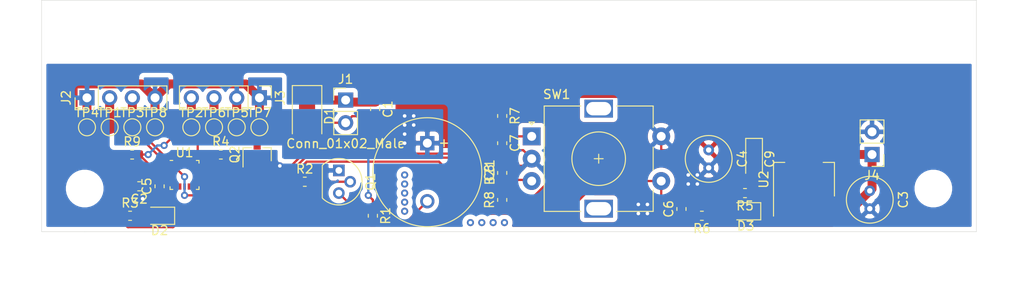
<source format=kicad_pcb>
(kicad_pcb (version 20171130) (host pcbnew "(5.1.2)-2")

  (general
    (thickness 1.6)
    (drawings 5)
    (tracks 199)
    (zones 0)
    (modules 41)
    (nets 28)
  )

  (page A4)
  (layers
    (0 F.Cu signal)
    (31 B.Cu signal)
    (32 B.Adhes user)
    (33 F.Adhes user)
    (34 B.Paste user)
    (35 F.Paste user)
    (36 B.SilkS user)
    (37 F.SilkS user)
    (38 B.Mask user)
    (39 F.Mask user)
    (40 Dwgs.User user)
    (41 Cmts.User user)
    (42 Eco1.User user)
    (43 Eco2.User user)
    (44 Edge.Cuts user)
    (45 Margin user)
    (46 B.CrtYd user)
    (47 F.CrtYd user)
    (48 B.Fab user)
    (49 F.Fab user)
  )

  (setup
    (last_trace_width 0.25)
    (user_trace_width 0.5)
    (user_trace_width 1)
    (trace_clearance 0.2)
    (zone_clearance 0.508)
    (zone_45_only no)
    (trace_min 0.2)
    (via_size 0.8)
    (via_drill 0.4)
    (via_min_size 0.4)
    (via_min_drill 0.3)
    (user_via 0.8 0.4)
    (uvia_size 0.3)
    (uvia_drill 0.1)
    (uvias_allowed no)
    (uvia_min_size 0.2)
    (uvia_min_drill 0.1)
    (edge_width 0.05)
    (segment_width 0.2)
    (pcb_text_width 0.3)
    (pcb_text_size 1.5 1.5)
    (mod_edge_width 0.12)
    (mod_text_size 1 1)
    (mod_text_width 0.15)
    (pad_size 1.524 1.524)
    (pad_drill 0.762)
    (pad_to_mask_clearance 0.051)
    (solder_mask_min_width 0.25)
    (aux_axis_origin 0 0)
    (visible_elements 7FFFFFFF)
    (pcbplotparams
      (layerselection 0x010fc_ffffffff)
      (usegerberextensions false)
      (usegerberattributes false)
      (usegerberadvancedattributes false)
      (creategerberjobfile false)
      (excludeedgelayer true)
      (linewidth 0.100000)
      (plotframeref false)
      (viasonmask false)
      (mode 1)
      (useauxorigin false)
      (hpglpennumber 1)
      (hpglpenspeed 20)
      (hpglpendiameter 15.000000)
      (psnegative false)
      (psa4output false)
      (plotreference true)
      (plotvalue true)
      (plotinvisibletext false)
      (padsonsilk false)
      (subtractmaskfromsilk false)
      (outputformat 1)
      (mirror false)
      (drillshape 1)
      (scaleselection 1)
      (outputdirectory ""))
  )

  (net 0 "")
  (net 1 "Net-(BZ1-Pad2)")
  (net 2 +5V)
  (net 3 "Net-(C1-Pad2)")
  (net 4 /+12V)
  (net 5 GND)
  (net 6 "Net-(C2-Pad1)")
  (net 7 "Net-(D2-Pad2)")
  (net 8 "Net-(D2-Pad1)")
  (net 9 "Net-(D3-Pad2)")
  (net 10 "Net-(J2-Pad3)")
  (net 11 "Net-(J2-Pad2)")
  (net 12 "Net-(J3-Pad4)")
  (net 13 "Net-(J3-Pad3)")
  (net 14 "Net-(Q1-Pad2)")
  (net 15 "Net-(Q2-Pad1)")
  (net 16 "Net-(U1-Pad18)")
  (net 17 "Net-(U1-Pad17)")
  (net 18 "Net-(U1-Pad14)")
  (net 19 "Net-(U1-Pad9)")
  (net 20 "Net-(U1-Pad8)")
  (net 21 "Net-(U1-Pad7)")
  (net 22 /PSBTN)
  (net 23 /REA)
  (net 24 /REB)
  (net 25 /BEEP)
  (net 26 /PWM)
  (net 27 "Net-(U1-Pad16)")

  (net_class Default 这是默认网络类。
    (clearance 0.2)
    (trace_width 0.25)
    (via_dia 0.8)
    (via_drill 0.4)
    (uvia_dia 0.3)
    (uvia_drill 0.1)
    (add_net +5V)
    (add_net /+12V)
    (add_net /BEEP)
    (add_net /PSBTN)
    (add_net /PWM)
    (add_net /REA)
    (add_net /REB)
    (add_net GND)
    (add_net "Net-(BZ1-Pad2)")
    (add_net "Net-(C1-Pad2)")
    (add_net "Net-(C2-Pad1)")
    (add_net "Net-(D2-Pad1)")
    (add_net "Net-(D2-Pad2)")
    (add_net "Net-(D3-Pad2)")
    (add_net "Net-(J2-Pad2)")
    (add_net "Net-(J2-Pad3)")
    (add_net "Net-(J3-Pad3)")
    (add_net "Net-(J3-Pad4)")
    (add_net "Net-(Q1-Pad2)")
    (add_net "Net-(Q2-Pad1)")
    (add_net "Net-(U1-Pad14)")
    (add_net "Net-(U1-Pad16)")
    (add_net "Net-(U1-Pad17)")
    (add_net "Net-(U1-Pad18)")
    (add_net "Net-(U1-Pad7)")
    (add_net "Net-(U1-Pad8)")
    (add_net "Net-(U1-Pad9)")
  )

  (module Capacitor_SMD:C_0603_1608Metric (layer F.Cu) (tedit 5B301BBE) (tstamp 5DE1C7B6)
    (at 69.342 108.966 90)
    (descr "Capacitor SMD 0603 (1608 Metric), square (rectangular) end terminal, IPC_7351 nominal, (Body size source: http://www.tortai-tech.com/upload/download/2011102023233369053.pdf), generated with kicad-footprint-generator")
    (tags capacitor)
    (path /5DDBCB50)
    (attr smd)
    (fp_text reference C5 (at 0 -1.43 90) (layer F.SilkS)
      (effects (font (size 1 1) (thickness 0.15)))
    )
    (fp_text value 104 (at 0 1.43 90) (layer F.Fab)
      (effects (font (size 1 1) (thickness 0.15)))
    )
    (fp_text user %R (at 0 0 90) (layer F.Fab)
      (effects (font (size 0.4 0.4) (thickness 0.06)))
    )
    (fp_line (start 1.48 0.73) (end -1.48 0.73) (layer F.CrtYd) (width 0.05))
    (fp_line (start 1.48 -0.73) (end 1.48 0.73) (layer F.CrtYd) (width 0.05))
    (fp_line (start -1.48 -0.73) (end 1.48 -0.73) (layer F.CrtYd) (width 0.05))
    (fp_line (start -1.48 0.73) (end -1.48 -0.73) (layer F.CrtYd) (width 0.05))
    (fp_line (start -0.162779 0.51) (end 0.162779 0.51) (layer F.SilkS) (width 0.12))
    (fp_line (start -0.162779 -0.51) (end 0.162779 -0.51) (layer F.SilkS) (width 0.12))
    (fp_line (start 0.8 0.4) (end -0.8 0.4) (layer F.Fab) (width 0.1))
    (fp_line (start 0.8 -0.4) (end 0.8 0.4) (layer F.Fab) (width 0.1))
    (fp_line (start -0.8 -0.4) (end 0.8 -0.4) (layer F.Fab) (width 0.1))
    (fp_line (start -0.8 0.4) (end -0.8 -0.4) (layer F.Fab) (width 0.1))
    (pad 2 smd roundrect (at 0.7875 0 90) (size 0.875 0.95) (layers F.Cu F.Paste F.Mask) (roundrect_rratio 0.25)
      (net 5 GND))
    (pad 1 smd roundrect (at -0.7875 0 90) (size 0.875 0.95) (layers F.Cu F.Paste F.Mask) (roundrect_rratio 0.25)
      (net 2 +5V))
    (model ${KISYS3DMOD}/Capacitor_SMD.3dshapes/C_0603_1608Metric.wrl
      (at (xyz 0 0 0))
      (scale (xyz 1 1 1))
      (rotate (xyz 0 0 0))
    )
  )

  (module Resistor_SMD:R_0603_1608Metric (layer F.Cu) (tedit 5B301BBD) (tstamp 5DE205AB)
    (at 66.2685 105.41)
    (descr "Resistor SMD 0603 (1608 Metric), square (rectangular) end terminal, IPC_7351 nominal, (Body size source: http://www.tortai-tech.com/upload/download/2011102023233369053.pdf), generated with kicad-footprint-generator")
    (tags resistor)
    (path /5DF57164)
    (attr smd)
    (fp_text reference R9 (at 0 -1.43) (layer F.SilkS)
      (effects (font (size 1 1) (thickness 0.15)))
    )
    (fp_text value 103 (at 0 1.43) (layer F.Fab)
      (effects (font (size 1 1) (thickness 0.15)))
    )
    (fp_text user %R (at 0 0) (layer F.Fab)
      (effects (font (size 0.4 0.4) (thickness 0.06)))
    )
    (fp_line (start 1.48 0.73) (end -1.48 0.73) (layer F.CrtYd) (width 0.05))
    (fp_line (start 1.48 -0.73) (end 1.48 0.73) (layer F.CrtYd) (width 0.05))
    (fp_line (start -1.48 -0.73) (end 1.48 -0.73) (layer F.CrtYd) (width 0.05))
    (fp_line (start -1.48 0.73) (end -1.48 -0.73) (layer F.CrtYd) (width 0.05))
    (fp_line (start -0.162779 0.51) (end 0.162779 0.51) (layer F.SilkS) (width 0.12))
    (fp_line (start -0.162779 -0.51) (end 0.162779 -0.51) (layer F.SilkS) (width 0.12))
    (fp_line (start 0.8 0.4) (end -0.8 0.4) (layer F.Fab) (width 0.1))
    (fp_line (start 0.8 -0.4) (end 0.8 0.4) (layer F.Fab) (width 0.1))
    (fp_line (start -0.8 -0.4) (end 0.8 -0.4) (layer F.Fab) (width 0.1))
    (fp_line (start -0.8 0.4) (end -0.8 -0.4) (layer F.Fab) (width 0.1))
    (pad 2 smd roundrect (at 0.7875 0) (size 0.875 0.95) (layers F.Cu F.Paste F.Mask) (roundrect_rratio 0.25)
      (net 12 "Net-(J3-Pad4)"))
    (pad 1 smd roundrect (at -0.7875 0) (size 0.875 0.95) (layers F.Cu F.Paste F.Mask) (roundrect_rratio 0.25)
      (net 2 +5V))
    (model ${KISYS3DMOD}/Resistor_SMD.3dshapes/R_0603_1608Metric.wrl
      (at (xyz 0 0 0))
      (scale (xyz 1 1 1))
      (rotate (xyz 0 0 0))
    )
  )

  (module Capacitor_Tantalum_SMD:CP_EIA-3216-10_Kemet-I (layer F.Cu) (tedit 5B301BBE) (tstamp 5DE1F2F8)
    (at 135.89 105.918 270)
    (descr "Tantalum Capacitor SMD Kemet-I (3216-10 Metric), IPC_7351 nominal, (Body size from: http://www.kemet.com/Lists/ProductCatalog/Attachments/253/KEM_TC101_STD.pdf), generated with kicad-footprint-generator")
    (tags "capacitor tantalum")
    (path /5DF3F67F)
    (attr smd)
    (fp_text reference C9 (at 0 -1.75 90) (layer F.SilkS)
      (effects (font (size 1 1) (thickness 0.15)))
    )
    (fp_text value 22u (at 0 1.75 90) (layer F.Fab)
      (effects (font (size 1 1) (thickness 0.15)))
    )
    (fp_text user %R (at 0 0 90) (layer F.Fab)
      (effects (font (size 0.8 0.8) (thickness 0.12)))
    )
    (fp_line (start 2.3 1.05) (end -2.3 1.05) (layer F.CrtYd) (width 0.05))
    (fp_line (start 2.3 -1.05) (end 2.3 1.05) (layer F.CrtYd) (width 0.05))
    (fp_line (start -2.3 -1.05) (end 2.3 -1.05) (layer F.CrtYd) (width 0.05))
    (fp_line (start -2.3 1.05) (end -2.3 -1.05) (layer F.CrtYd) (width 0.05))
    (fp_line (start -2.31 0.935) (end 1.6 0.935) (layer F.SilkS) (width 0.12))
    (fp_line (start -2.31 -0.935) (end -2.31 0.935) (layer F.SilkS) (width 0.12))
    (fp_line (start 1.6 -0.935) (end -2.31 -0.935) (layer F.SilkS) (width 0.12))
    (fp_line (start 1.6 0.8) (end 1.6 -0.8) (layer F.Fab) (width 0.1))
    (fp_line (start -1.6 0.8) (end 1.6 0.8) (layer F.Fab) (width 0.1))
    (fp_line (start -1.6 -0.4) (end -1.6 0.8) (layer F.Fab) (width 0.1))
    (fp_line (start -1.2 -0.8) (end -1.6 -0.4) (layer F.Fab) (width 0.1))
    (fp_line (start 1.6 -0.8) (end -1.2 -0.8) (layer F.Fab) (width 0.1))
    (pad 2 smd roundrect (at 1.35 0 270) (size 1.4 1.35) (layers F.Cu F.Paste F.Mask) (roundrect_rratio 0.185185)
      (net 5 GND))
    (pad 1 smd roundrect (at -1.35 0 270) (size 1.4 1.35) (layers F.Cu F.Paste F.Mask) (roundrect_rratio 0.185185)
      (net 2 +5V))
    (model ${KISYS3DMOD}/Capacitor_Tantalum_SMD.3dshapes/CP_EIA-3216-10_Kemet-I.wrl
      (at (xyz 0 0 0))
      (scale (xyz 1 1 1))
      (rotate (xyz 0 0 0))
    )
  )

  (module Connector_PinHeader_2.54mm:PinHeader_1x04_P2.54mm_Vertical (layer F.Cu) (tedit 59FED5CC) (tstamp 5DE1E23B)
    (at 80.518 99.06 270)
    (descr "Through hole straight pin header, 1x04, 2.54mm pitch, single row")
    (tags "Through hole pin header THT 1x04 2.54mm single row")
    (path /5DD3AC93)
    (fp_text reference J3 (at 0 -2.33 90) (layer F.SilkS)
      (effects (font (size 1 1) (thickness 0.15)))
    )
    (fp_text value SWIM (at 0 9.95 90) (layer F.Fab)
      (effects (font (size 1 1) (thickness 0.15)))
    )
    (fp_text user %R (at 0 3.81) (layer F.Fab)
      (effects (font (size 1 1) (thickness 0.15)))
    )
    (fp_line (start 1.8 -1.8) (end -1.8 -1.8) (layer F.CrtYd) (width 0.05))
    (fp_line (start 1.8 9.4) (end 1.8 -1.8) (layer F.CrtYd) (width 0.05))
    (fp_line (start -1.8 9.4) (end 1.8 9.4) (layer F.CrtYd) (width 0.05))
    (fp_line (start -1.8 -1.8) (end -1.8 9.4) (layer F.CrtYd) (width 0.05))
    (fp_line (start -1.33 -1.33) (end 0 -1.33) (layer F.SilkS) (width 0.12))
    (fp_line (start -1.33 0) (end -1.33 -1.33) (layer F.SilkS) (width 0.12))
    (fp_line (start -1.33 1.27) (end 1.33 1.27) (layer F.SilkS) (width 0.12))
    (fp_line (start 1.33 1.27) (end 1.33 8.95) (layer F.SilkS) (width 0.12))
    (fp_line (start -1.33 1.27) (end -1.33 8.95) (layer F.SilkS) (width 0.12))
    (fp_line (start -1.33 8.95) (end 1.33 8.95) (layer F.SilkS) (width 0.12))
    (fp_line (start -1.27 -0.635) (end -0.635 -1.27) (layer F.Fab) (width 0.1))
    (fp_line (start -1.27 8.89) (end -1.27 -0.635) (layer F.Fab) (width 0.1))
    (fp_line (start 1.27 8.89) (end -1.27 8.89) (layer F.Fab) (width 0.1))
    (fp_line (start 1.27 -1.27) (end 1.27 8.89) (layer F.Fab) (width 0.1))
    (fp_line (start -0.635 -1.27) (end 1.27 -1.27) (layer F.Fab) (width 0.1))
    (pad 4 thru_hole oval (at 0 7.62 270) (size 1.7 1.7) (drill 1) (layers *.Cu *.Mask)
      (net 12 "Net-(J3-Pad4)"))
    (pad 3 thru_hole oval (at 0 5.08 270) (size 1.7 1.7) (drill 1) (layers *.Cu *.Mask)
      (net 13 "Net-(J3-Pad3)"))
    (pad 2 thru_hole oval (at 0 2.54 270) (size 1.7 1.7) (drill 1) (layers *.Cu *.Mask)
      (net 5 GND))
    (pad 1 thru_hole rect (at 0 0 270) (size 1.7 1.7) (drill 1) (layers *.Cu *.Mask)
      (net 2 +5V))
    (model ${KISYS3DMOD}/Connector_PinHeader_2.54mm.3dshapes/PinHeader_1x04_P2.54mm_Vertical.wrl
      (at (xyz 0 0 0))
      (scale (xyz 1 1 1))
      (rotate (xyz 0 0 0))
    )
  )

  (module Connector_PinHeader_2.54mm:PinHeader_1x04_P2.54mm_Vertical (layer F.Cu) (tedit 59FED5CC) (tstamp 5DE1E223)
    (at 61.214 99.06 90)
    (descr "Through hole straight pin header, 1x04, 2.54mm pitch, single row")
    (tags "Through hole pin header THT 1x04 2.54mm single row")
    (path /5DD402A8)
    (fp_text reference J2 (at 0 -2.33 90) (layer F.SilkS)
      (effects (font (size 1 1) (thickness 0.15)))
    )
    (fp_text value UART (at 0 9.95 90) (layer F.Fab)
      (effects (font (size 1 1) (thickness 0.15)))
    )
    (fp_text user %R (at 0 3.81) (layer F.Fab)
      (effects (font (size 1 1) (thickness 0.15)))
    )
    (fp_line (start 1.8 -1.8) (end -1.8 -1.8) (layer F.CrtYd) (width 0.05))
    (fp_line (start 1.8 9.4) (end 1.8 -1.8) (layer F.CrtYd) (width 0.05))
    (fp_line (start -1.8 9.4) (end 1.8 9.4) (layer F.CrtYd) (width 0.05))
    (fp_line (start -1.8 -1.8) (end -1.8 9.4) (layer F.CrtYd) (width 0.05))
    (fp_line (start -1.33 -1.33) (end 0 -1.33) (layer F.SilkS) (width 0.12))
    (fp_line (start -1.33 0) (end -1.33 -1.33) (layer F.SilkS) (width 0.12))
    (fp_line (start -1.33 1.27) (end 1.33 1.27) (layer F.SilkS) (width 0.12))
    (fp_line (start 1.33 1.27) (end 1.33 8.95) (layer F.SilkS) (width 0.12))
    (fp_line (start -1.33 1.27) (end -1.33 8.95) (layer F.SilkS) (width 0.12))
    (fp_line (start -1.33 8.95) (end 1.33 8.95) (layer F.SilkS) (width 0.12))
    (fp_line (start -1.27 -0.635) (end -0.635 -1.27) (layer F.Fab) (width 0.1))
    (fp_line (start -1.27 8.89) (end -1.27 -0.635) (layer F.Fab) (width 0.1))
    (fp_line (start 1.27 8.89) (end -1.27 8.89) (layer F.Fab) (width 0.1))
    (fp_line (start 1.27 -1.27) (end 1.27 8.89) (layer F.Fab) (width 0.1))
    (fp_line (start -0.635 -1.27) (end 1.27 -1.27) (layer F.Fab) (width 0.1))
    (pad 4 thru_hole oval (at 0 7.62 90) (size 1.7 1.7) (drill 1) (layers *.Cu *.Mask)
      (net 2 +5V))
    (pad 3 thru_hole oval (at 0 5.08 90) (size 1.7 1.7) (drill 1) (layers *.Cu *.Mask)
      (net 10 "Net-(J2-Pad3)"))
    (pad 2 thru_hole oval (at 0 2.54 90) (size 1.7 1.7) (drill 1) (layers *.Cu *.Mask)
      (net 11 "Net-(J2-Pad2)"))
    (pad 1 thru_hole rect (at 0 0 90) (size 1.7 1.7) (drill 1) (layers *.Cu *.Mask)
      (net 5 GND))
    (model ${KISYS3DMOD}/Connector_PinHeader_2.54mm.3dshapes/PinHeader_1x04_P2.54mm_Vertical.wrl
      (at (xyz 0 0 0))
      (scale (xyz 1 1 1))
      (rotate (xyz 0 0 0))
    )
  )

  (module MountingHole:MountingHole_3.2mm_M3 (layer F.Cu) (tedit 56D1B4CB) (tstamp 5DE1CDB7)
    (at 155.96 109.22)
    (descr "Mounting Hole 3.2mm, no annular, M3")
    (tags "mounting hole 3.2mm no annular m3")
    (attr virtual)
    (fp_text reference REF** (at 0 -4.2) (layer F.SilkS) hide
      (effects (font (size 1 1) (thickness 0.15)))
    )
    (fp_text value MountingHole_3.2mm_M3 (at 0 4.2) (layer F.Fab)
      (effects (font (size 1 1) (thickness 0.15)))
    )
    (fp_circle (center 0 0) (end 3.45 0) (layer F.CrtYd) (width 0.05))
    (fp_circle (center 0 0) (end 3.2 0) (layer Cmts.User) (width 0.15))
    (fp_text user %R (at 0.3 0) (layer F.Fab)
      (effects (font (size 1 1) (thickness 0.15)))
    )
    (pad 1 np_thru_hole circle (at 0 0) (size 3.2 3.2) (drill 3.2) (layers *.Cu *.Mask))
  )

  (module MountingHole:MountingHole_3.2mm_M3 (layer F.Cu) (tedit 56D1B4CB) (tstamp 5DE1CD8A)
    (at 60.96 109.22)
    (descr "Mounting Hole 3.2mm, no annular, M3")
    (tags "mounting hole 3.2mm no annular m3")
    (attr virtual)
    (fp_text reference REF** (at 0 -4.2) (layer F.SilkS) hide
      (effects (font (size 1 1) (thickness 0.15)))
    )
    (fp_text value MountingHole_3.2mm_M3 (at 0 4.2) (layer F.Fab)
      (effects (font (size 1 1) (thickness 0.15)))
    )
    (fp_circle (center 0 0) (end 3.45 0) (layer F.CrtYd) (width 0.05))
    (fp_circle (center 0 0) (end 3.2 0) (layer Cmts.User) (width 0.15))
    (fp_text user %R (at 0.3 0) (layer F.Fab)
      (effects (font (size 1 1) (thickness 0.15)))
    )
    (pad 1 np_thru_hole circle (at 0 0) (size 3.2 3.2) (drill 3.2) (layers *.Cu *.Mask))
  )

  (module Package_TO_SOT_SMD:SOT-223-3_TabPin2 (layer F.Cu) (tedit 5A02FF57) (tstamp 5DE1C9EF)
    (at 141.478 108.204 90)
    (descr "module CMS SOT223 4 pins")
    (tags "CMS SOT")
    (path /5DD459C9)
    (attr smd)
    (fp_text reference U2 (at 0 -4.5 90) (layer F.SilkS)
      (effects (font (size 1 1) (thickness 0.15)))
    )
    (fp_text value AMS1117-5.0 (at 0 4.5 90) (layer F.Fab)
      (effects (font (size 1 1) (thickness 0.15)))
    )
    (fp_line (start 1.85 -3.35) (end 1.85 3.35) (layer F.Fab) (width 0.1))
    (fp_line (start -1.85 3.35) (end 1.85 3.35) (layer F.Fab) (width 0.1))
    (fp_line (start -4.1 -3.41) (end 1.91 -3.41) (layer F.SilkS) (width 0.12))
    (fp_line (start -0.85 -3.35) (end 1.85 -3.35) (layer F.Fab) (width 0.1))
    (fp_line (start -1.85 3.41) (end 1.91 3.41) (layer F.SilkS) (width 0.12))
    (fp_line (start -1.85 -2.35) (end -1.85 3.35) (layer F.Fab) (width 0.1))
    (fp_line (start -1.85 -2.35) (end -0.85 -3.35) (layer F.Fab) (width 0.1))
    (fp_line (start -4.4 -3.6) (end -4.4 3.6) (layer F.CrtYd) (width 0.05))
    (fp_line (start -4.4 3.6) (end 4.4 3.6) (layer F.CrtYd) (width 0.05))
    (fp_line (start 4.4 3.6) (end 4.4 -3.6) (layer F.CrtYd) (width 0.05))
    (fp_line (start 4.4 -3.6) (end -4.4 -3.6) (layer F.CrtYd) (width 0.05))
    (fp_line (start 1.91 -3.41) (end 1.91 -2.15) (layer F.SilkS) (width 0.12))
    (fp_line (start 1.91 3.41) (end 1.91 2.15) (layer F.SilkS) (width 0.12))
    (fp_text user %R (at 0 0) (layer F.Fab)
      (effects (font (size 0.8 0.8) (thickness 0.12)))
    )
    (pad 1 smd rect (at -3.15 -2.3 90) (size 2 1.5) (layers F.Cu F.Paste F.Mask)
      (net 5 GND))
    (pad 3 smd rect (at -3.15 2.3 90) (size 2 1.5) (layers F.Cu F.Paste F.Mask)
      (net 4 /+12V))
    (pad 2 smd rect (at -3.15 0 90) (size 2 1.5) (layers F.Cu F.Paste F.Mask)
      (net 2 +5V))
    (pad 2 smd rect (at 3.15 0 90) (size 2 3.8) (layers F.Cu F.Paste F.Mask)
      (net 2 +5V))
    (model ${KISYS3DMOD}/Package_TO_SOT_SMD.3dshapes/SOT-223.wrl
      (at (xyz 0 0 0))
      (scale (xyz 1 1 1))
      (rotate (xyz 0 0 0))
    )
  )

  (module Package_DFN_QFN:ST_UFQFPN-20_3x3mm_P0.5mm (layer F.Cu) (tedit 5A0AA2C1) (tstamp 5DE1C9D9)
    (at 72.136 107.696)
    (descr "UFQFPN 20-lead, 3 x 3 mm, 0.5 mm pitch, ultra thin fine pitch quad flat package (http://www.st.com/resource/en/datasheet/stm8s003f3.pdf)")
    (tags "UFQFPN 0.5")
    (path /5DD353B2)
    (solder_mask_margin 0.001)
    (attr smd)
    (fp_text reference U1 (at 0 -2.5) (layer F.SilkS)
      (effects (font (size 1 1) (thickness 0.15)))
    )
    (fp_text value STM8S003F3U (at 0 2.5) (layer F.Fab)
      (effects (font (size 1 1) (thickness 0.15)))
    )
    (fp_line (start -1.75 1.75) (end -1.75 -1.75) (layer F.CrtYd) (width 0.05))
    (fp_line (start 1.75 1.75) (end -1.75 1.75) (layer F.CrtYd) (width 0.05))
    (fp_line (start 1.75 -1.75) (end 1.75 1.75) (layer F.CrtYd) (width 0.05))
    (fp_line (start -1.75 -1.75) (end 1.75 -1.75) (layer F.CrtYd) (width 0.05))
    (fp_line (start 1.62 -1.62) (end 1.32 -1.62) (layer F.SilkS) (width 0.12))
    (fp_line (start 1.62 1.62) (end 1.32 1.62) (layer F.SilkS) (width 0.12))
    (fp_line (start -1.62 1.62) (end -1.32 1.62) (layer F.SilkS) (width 0.12))
    (fp_line (start -1.62 -1.62) (end -1.32 -1.62) (layer F.SilkS) (width 0.12))
    (fp_line (start 1.62 1.62) (end 1.62 1.32) (layer F.SilkS) (width 0.12))
    (fp_line (start -1.62 1.62) (end -1.62 1.32) (layer F.SilkS) (width 0.12))
    (fp_line (start 1.62 -1.62) (end 1.62 -1.32) (layer F.SilkS) (width 0.12))
    (fp_line (start -1.5 -0.5) (end -0.5 -1.5) (layer F.Fab) (width 0.1))
    (fp_line (start -1.5 1.5) (end -1.5 -0.5) (layer F.Fab) (width 0.1))
    (fp_line (start 1.5 1.5) (end -1.5 1.5) (layer F.Fab) (width 0.1))
    (fp_line (start 1.5 -1.5) (end 1.5 1.5) (layer F.Fab) (width 0.1))
    (fp_line (start -0.5 -1.5) (end 1.5 -1.5) (layer F.Fab) (width 0.1))
    (fp_text user %R (at 0 0) (layer F.Fab)
      (effects (font (size 0.7 0.7) (thickness 0.1)))
    )
    (pad "" smd rect (at -0.9 -0.9) (size 0.1 0.1) (layers F.Mask)
      (solder_mask_margin 0.001))
    (pad "" smd rect (at 0.9 -0.9) (size 0.1 0.1) (layers F.Mask)
      (solder_mask_margin 0.001))
    (pad "" smd rect (at 0.9 0.9) (size 0.1 0.1) (layers F.Mask)
      (solder_mask_margin 0.001))
    (pad "" smd rect (at -0.9 0.9) (size 0.1 0.1) (layers F.Mask)
      (solder_mask_margin 0.001))
    (pad 11 smd rect (at 1.3 1 45) (size 0.212 0.212) (layers F.Cu F.Paste F.Mask)
      (net 24 /REB))
    (pad 5 smd rect (at -1.3 1 45) (size 0.212 0.212) (layers F.Cu F.Paste F.Mask)
      (net 6 "Net-(C2-Pad1)"))
    (pad 15 smd rect (at 1.3 -1 45) (size 0.212 0.212) (layers F.Cu F.Paste F.Mask)
      (net 13 "Net-(J3-Pad3)"))
    (pad 1 smd rect (at -1.3 -1 45) (size 0.212 0.212) (layers F.Cu F.Paste F.Mask)
      (net 12 "Net-(J3-Pad4)"))
    (pad 10 smd rect (at 1 1.3 45) (size 0.212 0.212) (layers F.Cu F.Paste F.Mask)
      (net 22 /PSBTN))
    (pad 6 smd rect (at -1 1.3 45) (size 0.212 0.212) (layers F.Cu F.Paste F.Mask)
      (net 2 +5V))
    (pad 16 smd rect (at 1 -1.3 45) (size 0.212 0.212) (layers F.Cu F.Paste F.Mask)
      (net 27 "Net-(U1-Pad16)"))
    (pad 20 smd rect (at -1 -1.3 45) (size 0.212 0.212) (layers F.Cu F.Paste F.Mask)
      (net 11 "Net-(J2-Pad2)"))
    (pad 20 smd rect (at -0.925 -1.225) (size 0.15 0.15) (layers F.Cu F.Paste F.Mask)
      (net 11 "Net-(J2-Pad2)"))
    (pad 16 smd rect (at 0.925 -1.225) (size 0.15 0.15) (layers F.Cu F.Paste F.Mask)
      (net 27 "Net-(U1-Pad16)"))
    (pad 15 smd rect (at 1.225 -0.925) (size 0.15 0.15) (layers F.Cu F.Paste F.Mask)
      (net 13 "Net-(J3-Pad3)"))
    (pad 11 smd rect (at 1.225 0.925) (size 0.15 0.15) (layers F.Cu F.Paste F.Mask)
      (net 24 /REB))
    (pad 10 smd rect (at 0.925 1.225) (size 0.15 0.15) (layers F.Cu F.Paste F.Mask)
      (net 22 /PSBTN))
    (pad 6 smd rect (at -0.925 1.225) (size 0.15 0.15) (layers F.Cu F.Paste F.Mask)
      (net 2 +5V))
    (pad 5 smd rect (at -1.225 0.925) (size 0.15 0.15) (layers F.Cu F.Paste F.Mask)
      (net 6 "Net-(C2-Pad1)"))
    (pad 1 smd rect (at -1.225 -0.925) (size 0.15 0.15) (layers F.Cu F.Paste F.Mask)
      (net 12 "Net-(J3-Pad4)"))
    (pad 20 smd rect (at -1 -1.475) (size 0.3 0.35) (layers F.Cu F.Paste F.Mask)
      (net 11 "Net-(J2-Pad2)"))
    (pad 19 smd rect (at -0.5 -1.3) (size 0.3 0.7) (layers F.Cu F.Paste F.Mask)
      (net 10 "Net-(J2-Pad3)"))
    (pad 18 smd rect (at 0 -1.3) (size 0.3 0.7) (layers F.Cu F.Paste F.Mask)
      (net 16 "Net-(U1-Pad18)"))
    (pad 17 smd rect (at 0.5 -1.3) (size 0.3 0.7) (layers F.Cu F.Paste F.Mask)
      (net 17 "Net-(U1-Pad17)"))
    (pad 16 smd rect (at 1 -1.475) (size 0.3 0.35) (layers F.Cu F.Paste F.Mask)
      (net 27 "Net-(U1-Pad16)"))
    (pad 15 smd rect (at 1.475 -1) (size 0.35 0.3) (layers F.Cu F.Paste F.Mask)
      (net 13 "Net-(J3-Pad3)"))
    (pad 14 smd rect (at 1.3 -0.5) (size 0.7 0.3) (layers F.Cu F.Paste F.Mask)
      (net 18 "Net-(U1-Pad14)"))
    (pad 13 smd rect (at 1.3 0) (size 0.7 0.3) (layers F.Cu F.Paste F.Mask)
      (net 26 /PWM))
    (pad 12 smd rect (at 1.3 0.5) (size 0.7 0.3) (layers F.Cu F.Paste F.Mask)
      (net 23 /REA))
    (pad 11 smd rect (at 1.475 1) (size 0.35 0.3) (layers F.Cu F.Paste F.Mask)
      (net 24 /REB))
    (pad 10 smd rect (at 1 1.475) (size 0.3 0.35) (layers F.Cu F.Paste F.Mask)
      (net 22 /PSBTN))
    (pad 9 smd rect (at 0.5 1.3) (size 0.3 0.7) (layers F.Cu F.Paste F.Mask)
      (net 19 "Net-(U1-Pad9)"))
    (pad 8 smd rect (at 0 1.3) (size 0.3 0.7) (layers F.Cu F.Paste F.Mask)
      (net 20 "Net-(U1-Pad8)"))
    (pad 7 smd rect (at -0.5 1.3) (size 0.3 0.7) (layers F.Cu F.Paste F.Mask)
      (net 21 "Net-(U1-Pad7)"))
    (pad 6 smd rect (at -1 1.475) (size 0.3 0.35) (layers F.Cu F.Paste F.Mask)
      (net 2 +5V))
    (pad 5 smd rect (at -1.475 1) (size 0.35 0.3) (layers F.Cu F.Paste F.Mask)
      (net 6 "Net-(C2-Pad1)"))
    (pad 4 smd rect (at -1.3 0.5) (size 0.7 0.3) (layers F.Cu F.Paste F.Mask)
      (net 5 GND))
    (pad 3 smd rect (at -1.3 0) (size 0.7 0.3) (layers F.Cu F.Paste F.Mask)
      (net 8 "Net-(D2-Pad1)"))
    (pad 2 smd rect (at -1.3 -0.5) (size 0.7 0.3) (layers F.Cu F.Paste F.Mask)
      (net 25 /BEEP))
    (pad 1 smd rect (at -1.475 -1) (size 0.35 0.3) (layers F.Cu F.Paste F.Mask)
      (net 12 "Net-(J3-Pad4)"))
    (model ${KISYS3DMOD}/Package_DFN_QFN.3dshapes/ST_UFQFPN-20_3x3mm_P0.5mm.wrl
      (at (xyz 0 0 0))
      (scale (xyz 1 1 1))
      (rotate (xyz 0 0 0))
    )
  )

  (module TestPoint:TestPoint_Pad_D1.5mm (layer F.Cu) (tedit 5A0F774F) (tstamp 5DE1C99C)
    (at 68.834 102.362)
    (descr "SMD pad as test Point, diameter 1.5mm")
    (tags "test point SMD pad")
    (path /5DF186DA)
    (attr virtual)
    (fp_text reference TP8 (at 0 -1.648) (layer F.SilkS)
      (effects (font (size 1 1) (thickness 0.15)))
    )
    (fp_text value TestPoint (at 0 1.75) (layer F.Fab)
      (effects (font (size 1 1) (thickness 0.15)))
    )
    (fp_text user %R (at 0 -1.65) (layer F.Fab)
      (effects (font (size 1 1) (thickness 0.15)))
    )
    (fp_circle (center 0 0) (end 1.25 0) (layer F.CrtYd) (width 0.05))
    (fp_circle (center 0 0) (end 0 0.95) (layer F.SilkS) (width 0.12))
    (pad 1 smd circle (at 0 0) (size 1.5 1.5) (layers F.Cu F.Mask)
      (net 2 +5V))
  )

  (module TestPoint:TestPoint_Pad_D1.5mm (layer F.Cu) (tedit 5A0F774F) (tstamp 5DE1C994)
    (at 80.518 102.362)
    (descr "SMD pad as test Point, diameter 1.5mm")
    (tags "test point SMD pad")
    (path /5DF1A43D)
    (attr virtual)
    (fp_text reference TP7 (at 0 -1.648) (layer F.SilkS)
      (effects (font (size 1 1) (thickness 0.15)))
    )
    (fp_text value TestPoint (at 0 1.75) (layer F.Fab)
      (effects (font (size 1 1) (thickness 0.15)))
    )
    (fp_circle (center 0 0) (end 0 0.95) (layer F.SilkS) (width 0.12))
    (fp_circle (center 0 0) (end 1.25 0) (layer F.CrtYd) (width 0.05))
    (fp_text user %R (at 0 -1.65) (layer F.Fab)
      (effects (font (size 1 1) (thickness 0.15)))
    )
    (pad 1 smd circle (at 0 0) (size 1.5 1.5) (layers F.Cu F.Mask)
      (net 2 +5V))
  )

  (module TestPoint:TestPoint_Pad_D1.5mm (layer F.Cu) (tedit 5A0F774F) (tstamp 5DE1C98C)
    (at 75.438 102.362)
    (descr "SMD pad as test Point, diameter 1.5mm")
    (tags "test point SMD pad")
    (path /5DF19B10)
    (attr virtual)
    (fp_text reference TP6 (at 0 -1.648) (layer F.SilkS)
      (effects (font (size 1 1) (thickness 0.15)))
    )
    (fp_text value TestPoint (at 0 1.75) (layer F.Fab)
      (effects (font (size 1 1) (thickness 0.15)))
    )
    (fp_circle (center 0 0) (end 0 0.95) (layer F.SilkS) (width 0.12))
    (fp_circle (center 0 0) (end 1.25 0) (layer F.CrtYd) (width 0.05))
    (fp_text user %R (at 0 -1.65) (layer F.Fab)
      (effects (font (size 1 1) (thickness 0.15)))
    )
    (pad 1 smd circle (at 0 0) (size 1.5 1.5) (layers F.Cu F.Mask)
      (net 13 "Net-(J3-Pad3)"))
  )

  (module TestPoint:TestPoint_Pad_D1.5mm (layer F.Cu) (tedit 5A0F774F) (tstamp 5DE1C984)
    (at 77.978 102.362)
    (descr "SMD pad as test Point, diameter 1.5mm")
    (tags "test point SMD pad")
    (path /5DF1901C)
    (attr virtual)
    (fp_text reference TP5 (at 0 -1.648) (layer F.SilkS)
      (effects (font (size 1 1) (thickness 0.15)))
    )
    (fp_text value TestPoint (at 0 1.75) (layer F.Fab)
      (effects (font (size 1 1) (thickness 0.15)))
    )
    (fp_circle (center 0 0) (end 0 0.95) (layer F.SilkS) (width 0.12))
    (fp_circle (center 0 0) (end 1.25 0) (layer F.CrtYd) (width 0.05))
    (fp_text user %R (at 0 -1.65) (layer F.Fab)
      (effects (font (size 1 1) (thickness 0.15)))
    )
    (pad 1 smd circle (at 0 0) (size 1.5 1.5) (layers F.Cu F.Mask)
      (net 5 GND))
  )

  (module TestPoint:TestPoint_Pad_D1.5mm (layer F.Cu) (tedit 5A0F774F) (tstamp 5DE1C97C)
    (at 61.214 102.362)
    (descr "SMD pad as test Point, diameter 1.5mm")
    (tags "test point SMD pad")
    (path /5DF19E97)
    (attr virtual)
    (fp_text reference TP4 (at 0 -1.648) (layer F.SilkS)
      (effects (font (size 1 1) (thickness 0.15)))
    )
    (fp_text value TestPoint (at 0 1.75) (layer F.Fab)
      (effects (font (size 1 1) (thickness 0.15)))
    )
    (fp_text user %R (at 0 -1.65) (layer F.Fab)
      (effects (font (size 1 1) (thickness 0.15)))
    )
    (fp_circle (center 0 0) (end 1.25 0) (layer F.CrtYd) (width 0.05))
    (fp_circle (center 0 0) (end 0 0.95) (layer F.SilkS) (width 0.12))
    (pad 1 smd circle (at 0 0) (size 1.5 1.5) (layers F.Cu F.Mask)
      (net 5 GND))
  )

  (module TestPoint:TestPoint_Pad_D1.5mm (layer F.Cu) (tedit 5A0F774F) (tstamp 5DE1C974)
    (at 66.294 102.362)
    (descr "SMD pad as test Point, diameter 1.5mm")
    (tags "test point SMD pad")
    (path /5DF18A81)
    (attr virtual)
    (fp_text reference TP3 (at 0 -1.648) (layer F.SilkS)
      (effects (font (size 1 1) (thickness 0.15)))
    )
    (fp_text value TestPoint (at 0 1.75) (layer F.Fab)
      (effects (font (size 1 1) (thickness 0.15)))
    )
    (fp_text user %R (at 0 -1.65) (layer F.Fab)
      (effects (font (size 1 1) (thickness 0.15)))
    )
    (fp_circle (center 0 0) (end 1.25 0) (layer F.CrtYd) (width 0.05))
    (fp_circle (center 0 0) (end 0 0.95) (layer F.SilkS) (width 0.12))
    (pad 1 smd circle (at 0 0) (size 1.5 1.5) (layers F.Cu F.Mask)
      (net 10 "Net-(J2-Pad3)"))
  )

  (module TestPoint:TestPoint_Pad_D1.5mm (layer F.Cu) (tedit 5A0F774F) (tstamp 5DE1C96C)
    (at 72.898 102.362)
    (descr "SMD pad as test Point, diameter 1.5mm")
    (tags "test point SMD pad")
    (path /5DF195B4)
    (attr virtual)
    (fp_text reference TP2 (at 0 -1.648) (layer F.SilkS)
      (effects (font (size 1 1) (thickness 0.15)))
    )
    (fp_text value TestPoint (at 0 1.75) (layer F.Fab)
      (effects (font (size 1 1) (thickness 0.15)))
    )
    (fp_circle (center 0 0) (end 0 0.95) (layer F.SilkS) (width 0.12))
    (fp_circle (center 0 0) (end 1.25 0) (layer F.CrtYd) (width 0.05))
    (fp_text user %R (at 0 -1.65) (layer F.Fab)
      (effects (font (size 1 1) (thickness 0.15)))
    )
    (pad 1 smd circle (at 0 0) (size 1.5 1.5) (layers F.Cu F.Mask)
      (net 12 "Net-(J3-Pad4)"))
  )

  (module TestPoint:TestPoint_Pad_D1.5mm (layer F.Cu) (tedit 5A0F774F) (tstamp 5DE1C964)
    (at 63.754 102.362)
    (descr "SMD pad as test Point, diameter 1.5mm")
    (tags "test point SMD pad")
    (path /5DF18DA4)
    (attr virtual)
    (fp_text reference TP1 (at 0 -1.648) (layer F.SilkS)
      (effects (font (size 1 1) (thickness 0.15)))
    )
    (fp_text value TestPoint (at 0 1.75) (layer F.Fab)
      (effects (font (size 1 1) (thickness 0.15)))
    )
    (fp_text user %R (at 0 -1.65) (layer F.Fab)
      (effects (font (size 1 1) (thickness 0.15)))
    )
    (fp_circle (center 0 0) (end 1.25 0) (layer F.CrtYd) (width 0.05))
    (fp_circle (center 0 0) (end 0 0.95) (layer F.SilkS) (width 0.12))
    (pad 1 smd circle (at 0 0) (size 1.5 1.5) (layers F.Cu F.Mask)
      (net 11 "Net-(J2-Pad2)"))
  )

  (module Rotary_Encoder:RotaryEncoder_Alps_EC11E-Switch_Vertical_H20mm (layer F.Cu) (tedit 5A74C8CB) (tstamp 5DE1C95C)
    (at 110.998 103.378)
    (descr "Alps rotary encoder, EC12E... with switch, vertical shaft, http://www.alps.com/prod/info/E/HTML/Encoder/Incremental/EC11/EC11E15204A3.html")
    (tags "rotary encoder")
    (path /5DEA289D)
    (fp_text reference SW1 (at 2.8 -4.7) (layer F.SilkS)
      (effects (font (size 1 1) (thickness 0.15)))
    )
    (fp_text value Rotary_Encoder_Switch (at 7.5 10.4) (layer F.Fab)
      (effects (font (size 1 1) (thickness 0.15)))
    )
    (fp_circle (center 7.5 2.5) (end 10.5 2.5) (layer F.Fab) (width 0.12))
    (fp_circle (center 7.5 2.5) (end 10.5 2.5) (layer F.SilkS) (width 0.12))
    (fp_line (start 16 9.6) (end -1.5 9.6) (layer F.CrtYd) (width 0.05))
    (fp_line (start 16 9.6) (end 16 -4.6) (layer F.CrtYd) (width 0.05))
    (fp_line (start -1.5 -4.6) (end -1.5 9.6) (layer F.CrtYd) (width 0.05))
    (fp_line (start -1.5 -4.6) (end 16 -4.6) (layer F.CrtYd) (width 0.05))
    (fp_line (start 2.5 -3.3) (end 13.5 -3.3) (layer F.Fab) (width 0.12))
    (fp_line (start 13.5 -3.3) (end 13.5 8.3) (layer F.Fab) (width 0.12))
    (fp_line (start 13.5 8.3) (end 1.5 8.3) (layer F.Fab) (width 0.12))
    (fp_line (start 1.5 8.3) (end 1.5 -2.2) (layer F.Fab) (width 0.12))
    (fp_line (start 1.5 -2.2) (end 2.5 -3.3) (layer F.Fab) (width 0.12))
    (fp_line (start 9.5 -3.4) (end 13.6 -3.4) (layer F.SilkS) (width 0.12))
    (fp_line (start 13.6 8.4) (end 9.5 8.4) (layer F.SilkS) (width 0.12))
    (fp_line (start 5.5 8.4) (end 1.4 8.4) (layer F.SilkS) (width 0.12))
    (fp_line (start 5.5 -3.4) (end 1.4 -3.4) (layer F.SilkS) (width 0.12))
    (fp_line (start 1.4 -3.4) (end 1.4 8.4) (layer F.SilkS) (width 0.12))
    (fp_line (start 0 -1.3) (end -0.3 -1.6) (layer F.SilkS) (width 0.12))
    (fp_line (start -0.3 -1.6) (end 0.3 -1.6) (layer F.SilkS) (width 0.12))
    (fp_line (start 0.3 -1.6) (end 0 -1.3) (layer F.SilkS) (width 0.12))
    (fp_line (start 7.5 -0.5) (end 7.5 5.5) (layer F.Fab) (width 0.12))
    (fp_line (start 4.5 2.5) (end 10.5 2.5) (layer F.Fab) (width 0.12))
    (fp_line (start 13.6 -3.4) (end 13.6 -1) (layer F.SilkS) (width 0.12))
    (fp_line (start 13.6 1.2) (end 13.6 3.8) (layer F.SilkS) (width 0.12))
    (fp_line (start 13.6 6) (end 13.6 8.4) (layer F.SilkS) (width 0.12))
    (fp_line (start 7.5 2) (end 7.5 3) (layer F.SilkS) (width 0.12))
    (fp_line (start 7 2.5) (end 8 2.5) (layer F.SilkS) (width 0.12))
    (fp_text user %R (at 11.1 6.3) (layer F.Fab)
      (effects (font (size 1 1) (thickness 0.15)))
    )
    (pad A thru_hole rect (at 0 0) (size 2 2) (drill 1) (layers *.Cu *.Mask)
      (net 23 /REA))
    (pad C thru_hole circle (at 0 2.5) (size 2 2) (drill 1) (layers *.Cu *.Mask)
      (net 5 GND))
    (pad B thru_hole circle (at 0 5) (size 2 2) (drill 1) (layers *.Cu *.Mask)
      (net 24 /REB))
    (pad MP thru_hole rect (at 7.5 -3.1) (size 3.2 2) (drill oval 2.8 1.5) (layers *.Cu *.Mask))
    (pad MP thru_hole rect (at 7.5 8.1) (size 3.2 2) (drill oval 2.8 1.5) (layers *.Cu *.Mask))
    (pad S2 thru_hole circle (at 14.5 0) (size 2 2) (drill 1) (layers *.Cu *.Mask)
      (net 5 GND))
    (pad S1 thru_hole circle (at 14.5 5) (size 2 2) (drill 1) (layers *.Cu *.Mask)
      (net 22 /PSBTN))
    (model ${KISYS3DMOD}/Rotary_Encoder.3dshapes/RotaryEncoder_Alps_EC11E-Switch_Vertical_H20mm.wrl
      (at (xyz 0 0 0))
      (scale (xyz 1 1 1))
      (rotate (xyz 0 0 0))
    )
  )

  (module Resistor_SMD:R_0603_1608Metric (layer F.Cu) (tedit 5B301BBD) (tstamp 5DE1C936)
    (at 107.696 110.49 90)
    (descr "Resistor SMD 0603 (1608 Metric), square (rectangular) end terminal, IPC_7351 nominal, (Body size source: http://www.tortai-tech.com/upload/download/2011102023233369053.pdf), generated with kicad-footprint-generator")
    (tags resistor)
    (path /5DEB8F18)
    (attr smd)
    (fp_text reference R8 (at 0 -1.43 90) (layer F.SilkS)
      (effects (font (size 1 1) (thickness 0.15)))
    )
    (fp_text value 103 (at 0 1.43 90) (layer F.Fab)
      (effects (font (size 1 1) (thickness 0.15)))
    )
    (fp_text user %R (at 0 0 90) (layer F.Fab)
      (effects (font (size 0.4 0.4) (thickness 0.06)))
    )
    (fp_line (start 1.48 0.73) (end -1.48 0.73) (layer F.CrtYd) (width 0.05))
    (fp_line (start 1.48 -0.73) (end 1.48 0.73) (layer F.CrtYd) (width 0.05))
    (fp_line (start -1.48 -0.73) (end 1.48 -0.73) (layer F.CrtYd) (width 0.05))
    (fp_line (start -1.48 0.73) (end -1.48 -0.73) (layer F.CrtYd) (width 0.05))
    (fp_line (start -0.162779 0.51) (end 0.162779 0.51) (layer F.SilkS) (width 0.12))
    (fp_line (start -0.162779 -0.51) (end 0.162779 -0.51) (layer F.SilkS) (width 0.12))
    (fp_line (start 0.8 0.4) (end -0.8 0.4) (layer F.Fab) (width 0.1))
    (fp_line (start 0.8 -0.4) (end 0.8 0.4) (layer F.Fab) (width 0.1))
    (fp_line (start -0.8 -0.4) (end 0.8 -0.4) (layer F.Fab) (width 0.1))
    (fp_line (start -0.8 0.4) (end -0.8 -0.4) (layer F.Fab) (width 0.1))
    (pad 2 smd roundrect (at 0.7875 0 90) (size 0.875 0.95) (layers F.Cu F.Paste F.Mask) (roundrect_rratio 0.25)
      (net 24 /REB))
    (pad 1 smd roundrect (at -0.7875 0 90) (size 0.875 0.95) (layers F.Cu F.Paste F.Mask) (roundrect_rratio 0.25)
      (net 2 +5V))
    (model ${KISYS3DMOD}/Resistor_SMD.3dshapes/R_0603_1608Metric.wrl
      (at (xyz 0 0 0))
      (scale (xyz 1 1 1))
      (rotate (xyz 0 0 0))
    )
  )

  (module Resistor_SMD:R_0603_1608Metric (layer F.Cu) (tedit 5B301BBD) (tstamp 5DE1C925)
    (at 107.696 101.092 270)
    (descr "Resistor SMD 0603 (1608 Metric), square (rectangular) end terminal, IPC_7351 nominal, (Body size source: http://www.tortai-tech.com/upload/download/2011102023233369053.pdf), generated with kicad-footprint-generator")
    (tags resistor)
    (path /5DEB8A27)
    (attr smd)
    (fp_text reference R7 (at 0 -1.43 90) (layer F.SilkS)
      (effects (font (size 1 1) (thickness 0.15)))
    )
    (fp_text value 103 (at 0 1.43 90) (layer F.Fab)
      (effects (font (size 1 1) (thickness 0.15)))
    )
    (fp_text user %R (at 0 0 90) (layer F.Fab)
      (effects (font (size 0.4 0.4) (thickness 0.06)))
    )
    (fp_line (start 1.48 0.73) (end -1.48 0.73) (layer F.CrtYd) (width 0.05))
    (fp_line (start 1.48 -0.73) (end 1.48 0.73) (layer F.CrtYd) (width 0.05))
    (fp_line (start -1.48 -0.73) (end 1.48 -0.73) (layer F.CrtYd) (width 0.05))
    (fp_line (start -1.48 0.73) (end -1.48 -0.73) (layer F.CrtYd) (width 0.05))
    (fp_line (start -0.162779 0.51) (end 0.162779 0.51) (layer F.SilkS) (width 0.12))
    (fp_line (start -0.162779 -0.51) (end 0.162779 -0.51) (layer F.SilkS) (width 0.12))
    (fp_line (start 0.8 0.4) (end -0.8 0.4) (layer F.Fab) (width 0.1))
    (fp_line (start 0.8 -0.4) (end 0.8 0.4) (layer F.Fab) (width 0.1))
    (fp_line (start -0.8 -0.4) (end 0.8 -0.4) (layer F.Fab) (width 0.1))
    (fp_line (start -0.8 0.4) (end -0.8 -0.4) (layer F.Fab) (width 0.1))
    (pad 2 smd roundrect (at 0.7875 0 270) (size 0.875 0.95) (layers F.Cu F.Paste F.Mask) (roundrect_rratio 0.25)
      (net 23 /REA))
    (pad 1 smd roundrect (at -0.7875 0 270) (size 0.875 0.95) (layers F.Cu F.Paste F.Mask) (roundrect_rratio 0.25)
      (net 2 +5V))
    (model ${KISYS3DMOD}/Resistor_SMD.3dshapes/R_0603_1608Metric.wrl
      (at (xyz 0 0 0))
      (scale (xyz 1 1 1))
      (rotate (xyz 0 0 0))
    )
  )

  (module Resistor_SMD:R_0603_1608Metric (layer F.Cu) (tedit 5B301BBD) (tstamp 5DE1C914)
    (at 130.048 112.268 180)
    (descr "Resistor SMD 0603 (1608 Metric), square (rectangular) end terminal, IPC_7351 nominal, (Body size source: http://www.tortai-tech.com/upload/download/2011102023233369053.pdf), generated with kicad-footprint-generator")
    (tags resistor)
    (path /5DEE2C50)
    (attr smd)
    (fp_text reference R6 (at 0 -1.43) (layer F.SilkS)
      (effects (font (size 1 1) (thickness 0.15)))
    )
    (fp_text value 103 (at 0 1.43) (layer F.Fab)
      (effects (font (size 1 1) (thickness 0.15)))
    )
    (fp_text user %R (at 0 0) (layer F.Fab)
      (effects (font (size 0.4 0.4) (thickness 0.06)))
    )
    (fp_line (start 1.48 0.73) (end -1.48 0.73) (layer F.CrtYd) (width 0.05))
    (fp_line (start 1.48 -0.73) (end 1.48 0.73) (layer F.CrtYd) (width 0.05))
    (fp_line (start -1.48 -0.73) (end 1.48 -0.73) (layer F.CrtYd) (width 0.05))
    (fp_line (start -1.48 0.73) (end -1.48 -0.73) (layer F.CrtYd) (width 0.05))
    (fp_line (start -0.162779 0.51) (end 0.162779 0.51) (layer F.SilkS) (width 0.12))
    (fp_line (start -0.162779 -0.51) (end 0.162779 -0.51) (layer F.SilkS) (width 0.12))
    (fp_line (start 0.8 0.4) (end -0.8 0.4) (layer F.Fab) (width 0.1))
    (fp_line (start 0.8 -0.4) (end 0.8 0.4) (layer F.Fab) (width 0.1))
    (fp_line (start -0.8 -0.4) (end 0.8 -0.4) (layer F.Fab) (width 0.1))
    (fp_line (start -0.8 0.4) (end -0.8 -0.4) (layer F.Fab) (width 0.1))
    (pad 2 smd roundrect (at 0.7875 0 180) (size 0.875 0.95) (layers F.Cu F.Paste F.Mask) (roundrect_rratio 0.25)
      (net 22 /PSBTN))
    (pad 1 smd roundrect (at -0.7875 0 180) (size 0.875 0.95) (layers F.Cu F.Paste F.Mask) (roundrect_rratio 0.25)
      (net 2 +5V))
    (model ${KISYS3DMOD}/Resistor_SMD.3dshapes/R_0603_1608Metric.wrl
      (at (xyz 0 0 0))
      (scale (xyz 1 1 1))
      (rotate (xyz 0 0 0))
    )
  )

  (module Capacitor_SMD:C_0603_1608Metric (layer F.Cu) (tedit 5B301BBE) (tstamp 5DE1C903)
    (at 134.874 109.728 180)
    (descr "Capacitor SMD 0603 (1608 Metric), square (rectangular) end terminal, IPC_7351 nominal, (Body size source: http://www.tortai-tech.com/upload/download/2011102023233369053.pdf), generated with kicad-footprint-generator")
    (tags capacitor)
    (path /5DD6C86C)
    (attr smd)
    (fp_text reference R5 (at 0 -1.43) (layer F.SilkS)
      (effects (font (size 1 1) (thickness 0.15)))
    )
    (fp_text value 2K (at 0 1.43) (layer F.Fab)
      (effects (font (size 1 1) (thickness 0.15)))
    )
    (fp_text user %R (at 0 0) (layer F.Fab)
      (effects (font (size 0.4 0.4) (thickness 0.06)))
    )
    (fp_line (start 1.48 0.73) (end -1.48 0.73) (layer F.CrtYd) (width 0.05))
    (fp_line (start 1.48 -0.73) (end 1.48 0.73) (layer F.CrtYd) (width 0.05))
    (fp_line (start -1.48 -0.73) (end 1.48 -0.73) (layer F.CrtYd) (width 0.05))
    (fp_line (start -1.48 0.73) (end -1.48 -0.73) (layer F.CrtYd) (width 0.05))
    (fp_line (start -0.162779 0.51) (end 0.162779 0.51) (layer F.SilkS) (width 0.12))
    (fp_line (start -0.162779 -0.51) (end 0.162779 -0.51) (layer F.SilkS) (width 0.12))
    (fp_line (start 0.8 0.4) (end -0.8 0.4) (layer F.Fab) (width 0.1))
    (fp_line (start 0.8 -0.4) (end 0.8 0.4) (layer F.Fab) (width 0.1))
    (fp_line (start -0.8 -0.4) (end 0.8 -0.4) (layer F.Fab) (width 0.1))
    (fp_line (start -0.8 0.4) (end -0.8 -0.4) (layer F.Fab) (width 0.1))
    (pad 2 smd roundrect (at 0.7875 0 180) (size 0.875 0.95) (layers F.Cu F.Paste F.Mask) (roundrect_rratio 0.25)
      (net 9 "Net-(D3-Pad2)"))
    (pad 1 smd roundrect (at -0.7875 0 180) (size 0.875 0.95) (layers F.Cu F.Paste F.Mask) (roundrect_rratio 0.25)
      (net 2 +5V))
    (model ${KISYS3DMOD}/Capacitor_SMD.3dshapes/C_0603_1608Metric.wrl
      (at (xyz 0 0 0))
      (scale (xyz 1 1 1))
      (rotate (xyz 0 0 0))
    )
  )

  (module Capacitor_SMD:C_0603_1608Metric (layer F.Cu) (tedit 5B301BBE) (tstamp 5DE1C8F2)
    (at 76.2 105.41)
    (descr "Capacitor SMD 0603 (1608 Metric), square (rectangular) end terminal, IPC_7351 nominal, (Body size source: http://www.tortai-tech.com/upload/download/2011102023233369053.pdf), generated with kicad-footprint-generator")
    (tags capacitor)
    (path /5DD38A14)
    (attr smd)
    (fp_text reference R4 (at 0 -1.43) (layer F.SilkS)
      (effects (font (size 1 1) (thickness 0.15)))
    )
    (fp_text value 100 (at 0 1.43) (layer F.Fab)
      (effects (font (size 1 1) (thickness 0.15)))
    )
    (fp_text user %R (at 0 0) (layer F.Fab)
      (effects (font (size 0.4 0.4) (thickness 0.06)))
    )
    (fp_line (start 1.48 0.73) (end -1.48 0.73) (layer F.CrtYd) (width 0.05))
    (fp_line (start 1.48 -0.73) (end 1.48 0.73) (layer F.CrtYd) (width 0.05))
    (fp_line (start -1.48 -0.73) (end 1.48 -0.73) (layer F.CrtYd) (width 0.05))
    (fp_line (start -1.48 0.73) (end -1.48 -0.73) (layer F.CrtYd) (width 0.05))
    (fp_line (start -0.162779 0.51) (end 0.162779 0.51) (layer F.SilkS) (width 0.12))
    (fp_line (start -0.162779 -0.51) (end 0.162779 -0.51) (layer F.SilkS) (width 0.12))
    (fp_line (start 0.8 0.4) (end -0.8 0.4) (layer F.Fab) (width 0.1))
    (fp_line (start 0.8 -0.4) (end 0.8 0.4) (layer F.Fab) (width 0.1))
    (fp_line (start -0.8 -0.4) (end 0.8 -0.4) (layer F.Fab) (width 0.1))
    (fp_line (start -0.8 0.4) (end -0.8 -0.4) (layer F.Fab) (width 0.1))
    (pad 2 smd roundrect (at 0.7875 0) (size 0.875 0.95) (layers F.Cu F.Paste F.Mask) (roundrect_rratio 0.25)
      (net 15 "Net-(Q2-Pad1)"))
    (pad 1 smd roundrect (at -0.7875 0) (size 0.875 0.95) (layers F.Cu F.Paste F.Mask) (roundrect_rratio 0.25)
      (net 26 /PWM))
    (model ${KISYS3DMOD}/Capacitor_SMD.3dshapes/C_0603_1608Metric.wrl
      (at (xyz 0 0 0))
      (scale (xyz 1 1 1))
      (rotate (xyz 0 0 0))
    )
  )

  (module Capacitor_SMD:C_0603_1608Metric (layer F.Cu) (tedit 5B301BBE) (tstamp 5DE1C8E1)
    (at 66.04 112.268)
    (descr "Capacitor SMD 0603 (1608 Metric), square (rectangular) end terminal, IPC_7351 nominal, (Body size source: http://www.tortai-tech.com/upload/download/2011102023233369053.pdf), generated with kicad-footprint-generator")
    (tags capacitor)
    (path /5DD9366D)
    (attr smd)
    (fp_text reference R3 (at 0 -1.43) (layer F.SilkS)
      (effects (font (size 1 1) (thickness 0.15)))
    )
    (fp_text value 2K (at 0 1.43) (layer F.Fab)
      (effects (font (size 1 1) (thickness 0.15)))
    )
    (fp_text user %R (at 0 0) (layer F.Fab)
      (effects (font (size 0.4 0.4) (thickness 0.06)))
    )
    (fp_line (start 1.48 0.73) (end -1.48 0.73) (layer F.CrtYd) (width 0.05))
    (fp_line (start 1.48 -0.73) (end 1.48 0.73) (layer F.CrtYd) (width 0.05))
    (fp_line (start -1.48 -0.73) (end 1.48 -0.73) (layer F.CrtYd) (width 0.05))
    (fp_line (start -1.48 0.73) (end -1.48 -0.73) (layer F.CrtYd) (width 0.05))
    (fp_line (start -0.162779 0.51) (end 0.162779 0.51) (layer F.SilkS) (width 0.12))
    (fp_line (start -0.162779 -0.51) (end 0.162779 -0.51) (layer F.SilkS) (width 0.12))
    (fp_line (start 0.8 0.4) (end -0.8 0.4) (layer F.Fab) (width 0.1))
    (fp_line (start 0.8 -0.4) (end 0.8 0.4) (layer F.Fab) (width 0.1))
    (fp_line (start -0.8 -0.4) (end 0.8 -0.4) (layer F.Fab) (width 0.1))
    (fp_line (start -0.8 0.4) (end -0.8 -0.4) (layer F.Fab) (width 0.1))
    (pad 2 smd roundrect (at 0.7875 0) (size 0.875 0.95) (layers F.Cu F.Paste F.Mask) (roundrect_rratio 0.25)
      (net 7 "Net-(D2-Pad2)"))
    (pad 1 smd roundrect (at -0.7875 0) (size 0.875 0.95) (layers F.Cu F.Paste F.Mask) (roundrect_rratio 0.25)
      (net 2 +5V))
    (model ${KISYS3DMOD}/Capacitor_SMD.3dshapes/C_0603_1608Metric.wrl
      (at (xyz 0 0 0))
      (scale (xyz 1 1 1))
      (rotate (xyz 0 0 0))
    )
  )

  (module Capacitor_SMD:C_0603_1608Metric (layer F.Cu) (tedit 5B301BBE) (tstamp 5DE1C8D0)
    (at 85.598 108.458)
    (descr "Capacitor SMD 0603 (1608 Metric), square (rectangular) end terminal, IPC_7351 nominal, (Body size source: http://www.tortai-tech.com/upload/download/2011102023233369053.pdf), generated with kicad-footprint-generator")
    (tags capacitor)
    (path /5DD8EECD)
    (attr smd)
    (fp_text reference R2 (at 0 -1.43) (layer F.SilkS)
      (effects (font (size 1 1) (thickness 0.15)))
    )
    (fp_text value 100 (at 0 1.43) (layer F.Fab)
      (effects (font (size 1 1) (thickness 0.15)))
    )
    (fp_text user %R (at 0 0) (layer F.Fab)
      (effects (font (size 0.4 0.4) (thickness 0.06)))
    )
    (fp_line (start 1.48 0.73) (end -1.48 0.73) (layer F.CrtYd) (width 0.05))
    (fp_line (start 1.48 -0.73) (end 1.48 0.73) (layer F.CrtYd) (width 0.05))
    (fp_line (start -1.48 -0.73) (end 1.48 -0.73) (layer F.CrtYd) (width 0.05))
    (fp_line (start -1.48 0.73) (end -1.48 -0.73) (layer F.CrtYd) (width 0.05))
    (fp_line (start -0.162779 0.51) (end 0.162779 0.51) (layer F.SilkS) (width 0.12))
    (fp_line (start -0.162779 -0.51) (end 0.162779 -0.51) (layer F.SilkS) (width 0.12))
    (fp_line (start 0.8 0.4) (end -0.8 0.4) (layer F.Fab) (width 0.1))
    (fp_line (start 0.8 -0.4) (end 0.8 0.4) (layer F.Fab) (width 0.1))
    (fp_line (start -0.8 -0.4) (end 0.8 -0.4) (layer F.Fab) (width 0.1))
    (fp_line (start -0.8 0.4) (end -0.8 -0.4) (layer F.Fab) (width 0.1))
    (pad 2 smd roundrect (at 0.7875 0) (size 0.875 0.95) (layers F.Cu F.Paste F.Mask) (roundrect_rratio 0.25)
      (net 14 "Net-(Q1-Pad2)"))
    (pad 1 smd roundrect (at -0.7875 0) (size 0.875 0.95) (layers F.Cu F.Paste F.Mask) (roundrect_rratio 0.25)
      (net 25 /BEEP))
    (model ${KISYS3DMOD}/Capacitor_SMD.3dshapes/C_0603_1608Metric.wrl
      (at (xyz 0 0 0))
      (scale (xyz 1 1 1))
      (rotate (xyz 0 0 0))
    )
  )

  (module Capacitor_SMD:C_0603_1608Metric (layer F.Cu) (tedit 5B301BBE) (tstamp 5DE1C8BF)
    (at 93.218 112.268 270)
    (descr "Capacitor SMD 0603 (1608 Metric), square (rectangular) end terminal, IPC_7351 nominal, (Body size source: http://www.tortai-tech.com/upload/download/2011102023233369053.pdf), generated with kicad-footprint-generator")
    (tags capacitor)
    (path /5DD8E8B6)
    (attr smd)
    (fp_text reference R1 (at 0 -1.43 90) (layer F.SilkS)
      (effects (font (size 1 1) (thickness 0.15)))
    )
    (fp_text value 1K (at 0 1.43 90) (layer F.Fab)
      (effects (font (size 1 1) (thickness 0.15)))
    )
    (fp_text user %R (at 0 0 90) (layer F.Fab)
      (effects (font (size 0.4 0.4) (thickness 0.06)))
    )
    (fp_line (start 1.48 0.73) (end -1.48 0.73) (layer F.CrtYd) (width 0.05))
    (fp_line (start 1.48 -0.73) (end 1.48 0.73) (layer F.CrtYd) (width 0.05))
    (fp_line (start -1.48 -0.73) (end 1.48 -0.73) (layer F.CrtYd) (width 0.05))
    (fp_line (start -1.48 0.73) (end -1.48 -0.73) (layer F.CrtYd) (width 0.05))
    (fp_line (start -0.162779 0.51) (end 0.162779 0.51) (layer F.SilkS) (width 0.12))
    (fp_line (start -0.162779 -0.51) (end 0.162779 -0.51) (layer F.SilkS) (width 0.12))
    (fp_line (start 0.8 0.4) (end -0.8 0.4) (layer F.Fab) (width 0.1))
    (fp_line (start 0.8 -0.4) (end 0.8 0.4) (layer F.Fab) (width 0.1))
    (fp_line (start -0.8 -0.4) (end 0.8 -0.4) (layer F.Fab) (width 0.1))
    (fp_line (start -0.8 0.4) (end -0.8 -0.4) (layer F.Fab) (width 0.1))
    (pad 2 smd roundrect (at 0.7875 0 270) (size 0.875 0.95) (layers F.Cu F.Paste F.Mask) (roundrect_rratio 0.25)
      (net 1 "Net-(BZ1-Pad2)"))
    (pad 1 smd roundrect (at -0.7875 0 270) (size 0.875 0.95) (layers F.Cu F.Paste F.Mask) (roundrect_rratio 0.25)
      (net 2 +5V))
    (model ${KISYS3DMOD}/Capacitor_SMD.3dshapes/C_0603_1608Metric.wrl
      (at (xyz 0 0 0))
      (scale (xyz 1 1 1))
      (rotate (xyz 0 0 0))
    )
  )

  (module Package_TO_SOT_SMD:SOT-23 (layer F.Cu) (tedit 5A02FF57) (tstamp 5DE1C8AE)
    (at 80.264 105.41 90)
    (descr "SOT-23, Standard")
    (tags SOT-23)
    (path /5DD52E60)
    (attr smd)
    (fp_text reference Q2 (at 0 -2.5 90) (layer F.SilkS)
      (effects (font (size 1 1) (thickness 0.15)))
    )
    (fp_text value SI2300 (at 0 2.5 90) (layer F.Fab)
      (effects (font (size 1 1) (thickness 0.15)))
    )
    (fp_line (start 0.76 1.58) (end -0.7 1.58) (layer F.SilkS) (width 0.12))
    (fp_line (start 0.76 -1.58) (end -1.4 -1.58) (layer F.SilkS) (width 0.12))
    (fp_line (start -1.7 1.75) (end -1.7 -1.75) (layer F.CrtYd) (width 0.05))
    (fp_line (start 1.7 1.75) (end -1.7 1.75) (layer F.CrtYd) (width 0.05))
    (fp_line (start 1.7 -1.75) (end 1.7 1.75) (layer F.CrtYd) (width 0.05))
    (fp_line (start -1.7 -1.75) (end 1.7 -1.75) (layer F.CrtYd) (width 0.05))
    (fp_line (start 0.76 -1.58) (end 0.76 -0.65) (layer F.SilkS) (width 0.12))
    (fp_line (start 0.76 1.58) (end 0.76 0.65) (layer F.SilkS) (width 0.12))
    (fp_line (start -0.7 1.52) (end 0.7 1.52) (layer F.Fab) (width 0.1))
    (fp_line (start 0.7 -1.52) (end 0.7 1.52) (layer F.Fab) (width 0.1))
    (fp_line (start -0.7 -0.95) (end -0.15 -1.52) (layer F.Fab) (width 0.1))
    (fp_line (start -0.15 -1.52) (end 0.7 -1.52) (layer F.Fab) (width 0.1))
    (fp_line (start -0.7 -0.95) (end -0.7 1.5) (layer F.Fab) (width 0.1))
    (fp_text user %R (at 0 0) (layer F.Fab)
      (effects (font (size 0.5 0.5) (thickness 0.075)))
    )
    (pad 3 smd rect (at 1 0 90) (size 0.9 0.8) (layers F.Cu F.Paste F.Mask)
      (net 3 "Net-(C1-Pad2)"))
    (pad 2 smd rect (at -1 0.95 90) (size 0.9 0.8) (layers F.Cu F.Paste F.Mask)
      (net 5 GND))
    (pad 1 smd rect (at -1 -0.95 90) (size 0.9 0.8) (layers F.Cu F.Paste F.Mask)
      (net 15 "Net-(Q2-Pad1)"))
    (model ${KISYS3DMOD}/Package_TO_SOT_SMD.3dshapes/SOT-23.wrl
      (at (xyz 0 0 0))
      (scale (xyz 1 1 1))
      (rotate (xyz 0 0 0))
    )
  )

  (module Package_TO_SOT_THT:TO-92 (layer F.Cu) (tedit 5A279852) (tstamp 5DE1C899)
    (at 89.408 107.188 270)
    (descr "TO-92 leads molded, narrow, drill 0.75mm (see NXP sot054_po.pdf)")
    (tags "to-92 sc-43 sc-43a sot54 PA33 transistor")
    (path /5DD7730C)
    (fp_text reference Q1 (at 1.27 -3.56 90) (layer F.SilkS)
      (effects (font (size 1 1) (thickness 0.15)))
    )
    (fp_text value Q_NPN_EBC (at 1.27 2.79 90) (layer F.Fab)
      (effects (font (size 1 1) (thickness 0.15)))
    )
    (fp_arc (start 1.27 0) (end 1.27 -2.6) (angle 135) (layer F.SilkS) (width 0.12))
    (fp_arc (start 1.27 0) (end 1.27 -2.48) (angle -135) (layer F.Fab) (width 0.1))
    (fp_arc (start 1.27 0) (end 1.27 -2.6) (angle -135) (layer F.SilkS) (width 0.12))
    (fp_arc (start 1.27 0) (end 1.27 -2.48) (angle 135) (layer F.Fab) (width 0.1))
    (fp_line (start 4 2.01) (end -1.46 2.01) (layer F.CrtYd) (width 0.05))
    (fp_line (start 4 2.01) (end 4 -2.73) (layer F.CrtYd) (width 0.05))
    (fp_line (start -1.46 -2.73) (end -1.46 2.01) (layer F.CrtYd) (width 0.05))
    (fp_line (start -1.46 -2.73) (end 4 -2.73) (layer F.CrtYd) (width 0.05))
    (fp_line (start -0.5 1.75) (end 3 1.75) (layer F.Fab) (width 0.1))
    (fp_line (start -0.53 1.85) (end 3.07 1.85) (layer F.SilkS) (width 0.12))
    (fp_text user %R (at 1.27 -3.56 90) (layer F.Fab)
      (effects (font (size 1 1) (thickness 0.15)))
    )
    (pad 1 thru_hole rect (at 0 0) (size 1.3 1.3) (drill 0.75) (layers *.Cu *.Mask)
      (net 5 GND))
    (pad 3 thru_hole circle (at 2.54 0) (size 1.3 1.3) (drill 0.75) (layers *.Cu *.Mask)
      (net 1 "Net-(BZ1-Pad2)"))
    (pad 2 thru_hole circle (at 1.27 -1.27) (size 1.3 1.3) (drill 0.75) (layers *.Cu *.Mask)
      (net 14 "Net-(Q1-Pad2)"))
    (model ${KISYS3DMOD}/Package_TO_SOT_THT.3dshapes/TO-92.wrl
      (at (xyz 0 0 0))
      (scale (xyz 1 1 1))
      (rotate (xyz 0 0 0))
    )
  )

  (module Connector_PinHeader_2.54mm:PinHeader_1x02_P2.54mm_Vertical (layer F.Cu) (tedit 59FED5CC) (tstamp 5DE1C887)
    (at 149.098 105.41 180)
    (descr "Through hole straight pin header, 1x02, 2.54mm pitch, single row")
    (tags "Through hole pin header THT 1x02 2.54mm single row")
    (path /5DE94E48)
    (fp_text reference J4 (at 0 -2.33) (layer F.SilkS)
      (effects (font (size 1 1) (thickness 0.15)))
    )
    (fp_text value Conn_01x02_Male (at 0 4.87) (layer F.Fab)
      (effects (font (size 1 1) (thickness 0.15)))
    )
    (fp_text user %R (at 0 1.27 90) (layer F.Fab)
      (effects (font (size 1 1) (thickness 0.15)))
    )
    (fp_line (start 1.8 -1.8) (end -1.8 -1.8) (layer F.CrtYd) (width 0.05))
    (fp_line (start 1.8 4.35) (end 1.8 -1.8) (layer F.CrtYd) (width 0.05))
    (fp_line (start -1.8 4.35) (end 1.8 4.35) (layer F.CrtYd) (width 0.05))
    (fp_line (start -1.8 -1.8) (end -1.8 4.35) (layer F.CrtYd) (width 0.05))
    (fp_line (start -1.33 -1.33) (end 0 -1.33) (layer F.SilkS) (width 0.12))
    (fp_line (start -1.33 0) (end -1.33 -1.33) (layer F.SilkS) (width 0.12))
    (fp_line (start -1.33 1.27) (end 1.33 1.27) (layer F.SilkS) (width 0.12))
    (fp_line (start 1.33 1.27) (end 1.33 3.87) (layer F.SilkS) (width 0.12))
    (fp_line (start -1.33 1.27) (end -1.33 3.87) (layer F.SilkS) (width 0.12))
    (fp_line (start -1.33 3.87) (end 1.33 3.87) (layer F.SilkS) (width 0.12))
    (fp_line (start -1.27 -0.635) (end -0.635 -1.27) (layer F.Fab) (width 0.1))
    (fp_line (start -1.27 3.81) (end -1.27 -0.635) (layer F.Fab) (width 0.1))
    (fp_line (start 1.27 3.81) (end -1.27 3.81) (layer F.Fab) (width 0.1))
    (fp_line (start 1.27 -1.27) (end 1.27 3.81) (layer F.Fab) (width 0.1))
    (fp_line (start -0.635 -1.27) (end 1.27 -1.27) (layer F.Fab) (width 0.1))
    (pad 2 thru_hole oval (at 0 2.54 180) (size 1.7 1.7) (drill 1) (layers *.Cu *.Mask)
      (net 5 GND))
    (pad 1 thru_hole rect (at 0 0 180) (size 1.7 1.7) (drill 1) (layers *.Cu *.Mask)
      (net 4 /+12V))
    (model ${KISYS3DMOD}/Connector_PinHeader_2.54mm.3dshapes/PinHeader_1x02_P2.54mm_Vertical.wrl
      (at (xyz 0 0 0))
      (scale (xyz 1 1 1))
      (rotate (xyz 0 0 0))
    )
  )

  (module Connector_PinHeader_2.54mm:PinHeader_1x02_P2.54mm_Vertical (layer F.Cu) (tedit 59FED5CC) (tstamp 5DE1C83D)
    (at 90.17 99.314)
    (descr "Through hole straight pin header, 1x02, 2.54mm pitch, single row")
    (tags "Through hole pin header THT 1x02 2.54mm single row")
    (path /5DD395CC)
    (fp_text reference J1 (at 0 -2.33) (layer F.SilkS)
      (effects (font (size 1 1) (thickness 0.15)))
    )
    (fp_text value Conn_01x02_Male (at 0 4.87) (layer F.SilkS)
      (effects (font (size 1 1) (thickness 0.15)))
    )
    (fp_text user %R (at 0.858 0.386 90) (layer F.Fab)
      (effects (font (size 1 1) (thickness 0.15)))
    )
    (fp_line (start 1.8 -1.8) (end -1.8 -1.8) (layer F.CrtYd) (width 0.05))
    (fp_line (start 1.8 4.35) (end 1.8 -1.8) (layer F.CrtYd) (width 0.05))
    (fp_line (start -1.8 4.35) (end 1.8 4.35) (layer F.CrtYd) (width 0.05))
    (fp_line (start -1.8 -1.8) (end -1.8 4.35) (layer F.CrtYd) (width 0.05))
    (fp_line (start -1.33 -1.33) (end 0 -1.33) (layer F.SilkS) (width 0.12))
    (fp_line (start -1.33 0) (end -1.33 -1.33) (layer F.SilkS) (width 0.12))
    (fp_line (start -1.33 1.27) (end 1.33 1.27) (layer F.SilkS) (width 0.12))
    (fp_line (start 1.33 1.27) (end 1.33 3.87) (layer F.SilkS) (width 0.12))
    (fp_line (start -1.33 1.27) (end -1.33 3.87) (layer F.SilkS) (width 0.12))
    (fp_line (start -1.33 3.87) (end 1.33 3.87) (layer F.SilkS) (width 0.12))
    (fp_line (start -1.27 -0.635) (end -0.635 -1.27) (layer F.Fab) (width 0.1))
    (fp_line (start -1.27 3.81) (end -1.27 -0.635) (layer F.Fab) (width 0.1))
    (fp_line (start 1.27 3.81) (end -1.27 3.81) (layer F.Fab) (width 0.1))
    (fp_line (start 1.27 -1.27) (end 1.27 3.81) (layer F.Fab) (width 0.1))
    (fp_line (start -0.635 -1.27) (end 1.27 -1.27) (layer F.Fab) (width 0.1))
    (pad 2 thru_hole oval (at 0 2.54) (size 1.7 1.7) (drill 1) (layers *.Cu *.Mask)
      (net 3 "Net-(C1-Pad2)"))
    (pad 1 thru_hole rect (at 0 0) (size 1.7 1.7) (drill 1) (layers *.Cu *.Mask)
      (net 4 /+12V))
    (model ${KISYS3DMOD}/Connector_PinHeader_2.54mm.3dshapes/PinHeader_1x02_P2.54mm_Vertical.wrl
      (at (xyz 0 0 0))
      (scale (xyz 1 1 1))
      (rotate (xyz 0 0 0))
    )
  )

  (module LED_SMD:LED_0805_2012Metric (layer F.Cu) (tedit 5B36C52C) (tstamp 5DE1C827)
    (at 134.9525 111.76 180)
    (descr "LED SMD 0805 (2012 Metric), square (rectangular) end terminal, IPC_7351 nominal, (Body size source: https://docs.google.com/spreadsheets/d/1BsfQQcO9C6DZCsRaXUlFlo91Tg2WpOkGARC1WS5S8t0/edit?usp=sharing), generated with kicad-footprint-generator")
    (tags diode)
    (path /5DD6C876)
    (attr smd)
    (fp_text reference D3 (at 0 -1.65) (layer F.SilkS)
      (effects (font (size 1 1) (thickness 0.15)))
    )
    (fp_text value LED (at 0 1.65) (layer F.Fab)
      (effects (font (size 1 1) (thickness 0.15)))
    )
    (fp_text user %R (at 0 0) (layer F.Fab)
      (effects (font (size 0.5 0.5) (thickness 0.08)))
    )
    (fp_line (start 1.68 0.95) (end -1.68 0.95) (layer F.CrtYd) (width 0.05))
    (fp_line (start 1.68 -0.95) (end 1.68 0.95) (layer F.CrtYd) (width 0.05))
    (fp_line (start -1.68 -0.95) (end 1.68 -0.95) (layer F.CrtYd) (width 0.05))
    (fp_line (start -1.68 0.95) (end -1.68 -0.95) (layer F.CrtYd) (width 0.05))
    (fp_line (start -1.685 0.96) (end 1 0.96) (layer F.SilkS) (width 0.12))
    (fp_line (start -1.685 -0.96) (end -1.685 0.96) (layer F.SilkS) (width 0.12))
    (fp_line (start 1 -0.96) (end -1.685 -0.96) (layer F.SilkS) (width 0.12))
    (fp_line (start 1 0.6) (end 1 -0.6) (layer F.Fab) (width 0.1))
    (fp_line (start -1 0.6) (end 1 0.6) (layer F.Fab) (width 0.1))
    (fp_line (start -1 -0.3) (end -1 0.6) (layer F.Fab) (width 0.1))
    (fp_line (start -0.7 -0.6) (end -1 -0.3) (layer F.Fab) (width 0.1))
    (fp_line (start 1 -0.6) (end -0.7 -0.6) (layer F.Fab) (width 0.1))
    (pad 2 smd roundrect (at 0.9375 0 180) (size 0.975 1.4) (layers F.Cu F.Paste F.Mask) (roundrect_rratio 0.25)
      (net 9 "Net-(D3-Pad2)"))
    (pad 1 smd roundrect (at -0.9375 0 180) (size 0.975 1.4) (layers F.Cu F.Paste F.Mask) (roundrect_rratio 0.25)
      (net 5 GND))
    (model ${KISYS3DMOD}/LED_SMD.3dshapes/LED_0805_2012Metric.wrl
      (at (xyz 0 0 0))
      (scale (xyz 1 1 1))
      (rotate (xyz 0 0 0))
    )
  )

  (module LED_SMD:LED_0805_2012Metric (layer F.Cu) (tedit 5B36C52C) (tstamp 5DE25254)
    (at 69.342 112.268 180)
    (descr "LED SMD 0805 (2012 Metric), square (rectangular) end terminal, IPC_7351 nominal, (Body size source: https://docs.google.com/spreadsheets/d/1BsfQQcO9C6DZCsRaXUlFlo91Tg2WpOkGARC1WS5S8t0/edit?usp=sharing), generated with kicad-footprint-generator")
    (tags diode)
    (path /5DD94B3B)
    (attr smd)
    (fp_text reference D2 (at 0 -1.65) (layer F.SilkS)
      (effects (font (size 1 1) (thickness 0.15)))
    )
    (fp_text value LED (at 0 1.65) (layer F.Fab)
      (effects (font (size 1 1) (thickness 0.15)))
    )
    (fp_text user %R (at 0 0) (layer F.Fab)
      (effects (font (size 0.5 0.5) (thickness 0.08)))
    )
    (fp_line (start 1.68 0.95) (end -1.68 0.95) (layer F.CrtYd) (width 0.05))
    (fp_line (start 1.68 -0.95) (end 1.68 0.95) (layer F.CrtYd) (width 0.05))
    (fp_line (start -1.68 -0.95) (end 1.68 -0.95) (layer F.CrtYd) (width 0.05))
    (fp_line (start -1.68 0.95) (end -1.68 -0.95) (layer F.CrtYd) (width 0.05))
    (fp_line (start -1.685 0.96) (end 1 0.96) (layer F.SilkS) (width 0.12))
    (fp_line (start -1.685 -0.96) (end -1.685 0.96) (layer F.SilkS) (width 0.12))
    (fp_line (start 1 -0.96) (end -1.685 -0.96) (layer F.SilkS) (width 0.12))
    (fp_line (start 1 0.6) (end 1 -0.6) (layer F.Fab) (width 0.1))
    (fp_line (start -1 0.6) (end 1 0.6) (layer F.Fab) (width 0.1))
    (fp_line (start -1 -0.3) (end -1 0.6) (layer F.Fab) (width 0.1))
    (fp_line (start -0.7 -0.6) (end -1 -0.3) (layer F.Fab) (width 0.1))
    (fp_line (start 1 -0.6) (end -0.7 -0.6) (layer F.Fab) (width 0.1))
    (pad 2 smd roundrect (at 0.9375 0 180) (size 0.975 1.4) (layers F.Cu F.Paste F.Mask) (roundrect_rratio 0.25)
      (net 7 "Net-(D2-Pad2)"))
    (pad 1 smd roundrect (at -0.9375 0 180) (size 0.975 1.4) (layers F.Cu F.Paste F.Mask) (roundrect_rratio 0.25)
      (net 8 "Net-(D2-Pad1)"))
    (model ${KISYS3DMOD}/LED_SMD.3dshapes/LED_0805_2012Metric.wrl
      (at (xyz 0 0 0))
      (scale (xyz 1 1 1))
      (rotate (xyz 0 0 0))
    )
  )

  (module Diode_SMD:D_SMA (layer F.Cu) (tedit 586432E5) (tstamp 5DE1C801)
    (at 85.852 101.092 270)
    (descr "Diode SMA (DO-214AC)")
    (tags "Diode SMA (DO-214AC)")
    (path /5DD59C0F)
    (attr smd)
    (fp_text reference D1 (at 0 -2.5 90) (layer F.SilkS)
      (effects (font (size 1 1) (thickness 0.15)))
    )
    (fp_text value D (at 0 2.6 90) (layer F.Fab)
      (effects (font (size 1 1) (thickness 0.15)))
    )
    (fp_line (start -3.4 -1.65) (end 2 -1.65) (layer F.SilkS) (width 0.12))
    (fp_line (start -3.4 1.65) (end 2 1.65) (layer F.SilkS) (width 0.12))
    (fp_line (start -0.64944 0.00102) (end 0.50118 -0.79908) (layer F.Fab) (width 0.1))
    (fp_line (start -0.64944 0.00102) (end 0.50118 0.75032) (layer F.Fab) (width 0.1))
    (fp_line (start 0.50118 0.75032) (end 0.50118 -0.79908) (layer F.Fab) (width 0.1))
    (fp_line (start -0.64944 -0.79908) (end -0.64944 0.80112) (layer F.Fab) (width 0.1))
    (fp_line (start 0.50118 0.00102) (end 1.4994 0.00102) (layer F.Fab) (width 0.1))
    (fp_line (start -0.64944 0.00102) (end -1.55114 0.00102) (layer F.Fab) (width 0.1))
    (fp_line (start -3.5 1.75) (end -3.5 -1.75) (layer F.CrtYd) (width 0.05))
    (fp_line (start 3.5 1.75) (end -3.5 1.75) (layer F.CrtYd) (width 0.05))
    (fp_line (start 3.5 -1.75) (end 3.5 1.75) (layer F.CrtYd) (width 0.05))
    (fp_line (start -3.5 -1.75) (end 3.5 -1.75) (layer F.CrtYd) (width 0.05))
    (fp_line (start 2.3 -1.5) (end -2.3 -1.5) (layer F.Fab) (width 0.1))
    (fp_line (start 2.3 -1.5) (end 2.3 1.5) (layer F.Fab) (width 0.1))
    (fp_line (start -2.3 1.5) (end -2.3 -1.5) (layer F.Fab) (width 0.1))
    (fp_line (start 2.3 1.5) (end -2.3 1.5) (layer F.Fab) (width 0.1))
    (fp_line (start -3.4 -1.65) (end -3.4 1.65) (layer F.SilkS) (width 0.12))
    (fp_text user %R (at 0 -2.5 90) (layer F.Fab)
      (effects (font (size 1 1) (thickness 0.15)))
    )
    (pad 2 smd rect (at 2 0 270) (size 2.5 1.8) (layers F.Cu F.Paste F.Mask)
      (net 3 "Net-(C1-Pad2)"))
    (pad 1 smd rect (at -2 0 270) (size 2.5 1.8) (layers F.Cu F.Paste F.Mask)
      (net 4 /+12V))
    (model ${KISYS3DMOD}/Diode_SMD.3dshapes/D_SMA.wrl
      (at (xyz 0 0 0))
      (scale (xyz 1 1 1))
      (rotate (xyz 0 0 0))
    )
  )

  (module Capacitor_SMD:C_0603_1608Metric (layer F.Cu) (tedit 5B301BBE) (tstamp 5DE1C7E9)
    (at 107.696 107.4675 90)
    (descr "Capacitor SMD 0603 (1608 Metric), square (rectangular) end terminal, IPC_7351 nominal, (Body size source: http://www.tortai-tech.com/upload/download/2011102023233369053.pdf), generated with kicad-footprint-generator")
    (tags capacitor)
    (path /5DEA6DAA)
    (attr smd)
    (fp_text reference C8 (at 0 -1.43 90) (layer F.SilkS)
      (effects (font (size 1 1) (thickness 0.15)))
    )
    (fp_text value 104 (at 0 1.43 90) (layer F.Fab)
      (effects (font (size 1 1) (thickness 0.15)))
    )
    (fp_text user %R (at 0 0 90) (layer F.Fab)
      (effects (font (size 0.4 0.4) (thickness 0.06)))
    )
    (fp_line (start 1.48 0.73) (end -1.48 0.73) (layer F.CrtYd) (width 0.05))
    (fp_line (start 1.48 -0.73) (end 1.48 0.73) (layer F.CrtYd) (width 0.05))
    (fp_line (start -1.48 -0.73) (end 1.48 -0.73) (layer F.CrtYd) (width 0.05))
    (fp_line (start -1.48 0.73) (end -1.48 -0.73) (layer F.CrtYd) (width 0.05))
    (fp_line (start -0.162779 0.51) (end 0.162779 0.51) (layer F.SilkS) (width 0.12))
    (fp_line (start -0.162779 -0.51) (end 0.162779 -0.51) (layer F.SilkS) (width 0.12))
    (fp_line (start 0.8 0.4) (end -0.8 0.4) (layer F.Fab) (width 0.1))
    (fp_line (start 0.8 -0.4) (end 0.8 0.4) (layer F.Fab) (width 0.1))
    (fp_line (start -0.8 -0.4) (end 0.8 -0.4) (layer F.Fab) (width 0.1))
    (fp_line (start -0.8 0.4) (end -0.8 -0.4) (layer F.Fab) (width 0.1))
    (pad 2 smd roundrect (at 0.7875 0 90) (size 0.875 0.95) (layers F.Cu F.Paste F.Mask) (roundrect_rratio 0.25)
      (net 5 GND))
    (pad 1 smd roundrect (at -0.7875 0 90) (size 0.875 0.95) (layers F.Cu F.Paste F.Mask) (roundrect_rratio 0.25)
      (net 24 /REB))
    (model ${KISYS3DMOD}/Capacitor_SMD.3dshapes/C_0603_1608Metric.wrl
      (at (xyz 0 0 0))
      (scale (xyz 1 1 1))
      (rotate (xyz 0 0 0))
    )
  )

  (module Capacitor_SMD:C_0603_1608Metric (layer F.Cu) (tedit 5B301BBE) (tstamp 5DE1C7D8)
    (at 107.696 104.14 270)
    (descr "Capacitor SMD 0603 (1608 Metric), square (rectangular) end terminal, IPC_7351 nominal, (Body size source: http://www.tortai-tech.com/upload/download/2011102023233369053.pdf), generated with kicad-footprint-generator")
    (tags capacitor)
    (path /5DEA6649)
    (attr smd)
    (fp_text reference C7 (at 0 -1.43 90) (layer F.SilkS)
      (effects (font (size 1 1) (thickness 0.15)))
    )
    (fp_text value 104 (at 0 1.43 90) (layer F.Fab)
      (effects (font (size 1 1) (thickness 0.15)))
    )
    (fp_text user %R (at 0 0 90) (layer F.Fab)
      (effects (font (size 0.4 0.4) (thickness 0.06)))
    )
    (fp_line (start 1.48 0.73) (end -1.48 0.73) (layer F.CrtYd) (width 0.05))
    (fp_line (start 1.48 -0.73) (end 1.48 0.73) (layer F.CrtYd) (width 0.05))
    (fp_line (start -1.48 -0.73) (end 1.48 -0.73) (layer F.CrtYd) (width 0.05))
    (fp_line (start -1.48 0.73) (end -1.48 -0.73) (layer F.CrtYd) (width 0.05))
    (fp_line (start -0.162779 0.51) (end 0.162779 0.51) (layer F.SilkS) (width 0.12))
    (fp_line (start -0.162779 -0.51) (end 0.162779 -0.51) (layer F.SilkS) (width 0.12))
    (fp_line (start 0.8 0.4) (end -0.8 0.4) (layer F.Fab) (width 0.1))
    (fp_line (start 0.8 -0.4) (end 0.8 0.4) (layer F.Fab) (width 0.1))
    (fp_line (start -0.8 -0.4) (end 0.8 -0.4) (layer F.Fab) (width 0.1))
    (fp_line (start -0.8 0.4) (end -0.8 -0.4) (layer F.Fab) (width 0.1))
    (pad 2 smd roundrect (at 0.7875 0 270) (size 0.875 0.95) (layers F.Cu F.Paste F.Mask) (roundrect_rratio 0.25)
      (net 5 GND))
    (pad 1 smd roundrect (at -0.7875 0 270) (size 0.875 0.95) (layers F.Cu F.Paste F.Mask) (roundrect_rratio 0.25)
      (net 23 /REA))
    (model ${KISYS3DMOD}/Capacitor_SMD.3dshapes/C_0603_1608Metric.wrl
      (at (xyz 0 0 0))
      (scale (xyz 1 1 1))
      (rotate (xyz 0 0 0))
    )
  )

  (module Capacitor_SMD:C_0603_1608Metric (layer F.Cu) (tedit 5B301BBE) (tstamp 5DE1C7C7)
    (at 127.762 111.506 90)
    (descr "Capacitor SMD 0603 (1608 Metric), square (rectangular) end terminal, IPC_7351 nominal, (Body size source: http://www.tortai-tech.com/upload/download/2011102023233369053.pdf), generated with kicad-footprint-generator")
    (tags capacitor)
    (path /5DEE66E8)
    (attr smd)
    (fp_text reference C6 (at 0 -1.43 90) (layer F.SilkS)
      (effects (font (size 1 1) (thickness 0.15)))
    )
    (fp_text value 104 (at 0 1.43 90) (layer F.Fab)
      (effects (font (size 1 1) (thickness 0.15)))
    )
    (fp_text user %R (at 0 0 90) (layer F.Fab)
      (effects (font (size 0.4 0.4) (thickness 0.06)))
    )
    (fp_line (start 1.48 0.73) (end -1.48 0.73) (layer F.CrtYd) (width 0.05))
    (fp_line (start 1.48 -0.73) (end 1.48 0.73) (layer F.CrtYd) (width 0.05))
    (fp_line (start -1.48 -0.73) (end 1.48 -0.73) (layer F.CrtYd) (width 0.05))
    (fp_line (start -1.48 0.73) (end -1.48 -0.73) (layer F.CrtYd) (width 0.05))
    (fp_line (start -0.162779 0.51) (end 0.162779 0.51) (layer F.SilkS) (width 0.12))
    (fp_line (start -0.162779 -0.51) (end 0.162779 -0.51) (layer F.SilkS) (width 0.12))
    (fp_line (start 0.8 0.4) (end -0.8 0.4) (layer F.Fab) (width 0.1))
    (fp_line (start 0.8 -0.4) (end 0.8 0.4) (layer F.Fab) (width 0.1))
    (fp_line (start -0.8 -0.4) (end 0.8 -0.4) (layer F.Fab) (width 0.1))
    (fp_line (start -0.8 0.4) (end -0.8 -0.4) (layer F.Fab) (width 0.1))
    (pad 2 smd roundrect (at 0.7875 0 90) (size 0.875 0.95) (layers F.Cu F.Paste F.Mask) (roundrect_rratio 0.25)
      (net 5 GND))
    (pad 1 smd roundrect (at -0.7875 0 90) (size 0.875 0.95) (layers F.Cu F.Paste F.Mask) (roundrect_rratio 0.25)
      (net 22 /PSBTN))
    (model ${KISYS3DMOD}/Capacitor_SMD.3dshapes/C_0603_1608Metric.wrl
      (at (xyz 0 0 0))
      (scale (xyz 1 1 1))
      (rotate (xyz 0 0 0))
    )
  )

  (module EFan:C_Radial_D5.0mm_H7.0mm_P2.00mm (layer F.Cu) (tedit 5DBD2EB5) (tstamp 5DE1C7A5)
    (at 130.81 104.902 270)
    (descr "C, Radial series, Radial, pin pitch=2.00mm, diameter=5mm, height=7mm, Non-Polar Electrolytic Capacitor, 100u10v")
    (tags "C Radial series Radial pin pitch 2.00mm diameter 5mm height 7mm Non-Polar Electrolytic Capacitor")
    (path /5DD4C897)
    (fp_text reference C4 (at 1 -3.75 90) (layer F.SilkS)
      (effects (font (size 1 1) (thickness 0.15)))
    )
    (fp_text value 100u (at 1 3.75 90) (layer F.Fab)
      (effects (font (size 1 1) (thickness 0.15)))
    )
    (fp_text user %R (at 1 0 90) (layer F.Fab)
      (effects (font (size 1 1) (thickness 0.15)))
    )
    (fp_circle (center 1 0) (end 3.75 0) (layer F.CrtYd) (width 0.05))
    (fp_circle (center 1 0) (end 3.62 0) (layer F.SilkS) (width 0.12))
    (fp_circle (center 1 0) (end 3.5 0) (layer F.Fab) (width 0.1))
    (pad 2 thru_hole circle (at 2 0 270) (size 1.2 1.2) (drill 0.6) (layers *.Cu *.Mask)
      (net 5 GND))
    (pad 1 thru_hole circle (at 0 0 270) (size 1.2 1.2) (drill 0.6) (layers *.Cu *.Mask)
      (net 2 +5V))
    (model ${KISYS3DMOD}/Capacitor_THT.3dshapes/C_Radial_D5.0mm_H7.0mm_P2.00mm.wrl
      (at (xyz 0 0 0))
      (scale (xyz 1 1 1))
      (rotate (xyz 0 0 0))
    )
  )

  (module EFan:C_Radial_D5.0mm_H7.0mm_P2.00mm (layer F.Cu) (tedit 5DBD2EB5) (tstamp 5DE1C79B)
    (at 148.844 109.474 270)
    (descr "C, Radial series, Radial, pin pitch=2.00mm, diameter=5mm, height=7mm, Non-Polar Electrolytic Capacitor, 100u10v")
    (tags "C Radial series Radial pin pitch 2.00mm diameter 5mm height 7mm Non-Polar Electrolytic Capacitor")
    (path /5DD46E30)
    (fp_text reference C3 (at 1 -3.75 90) (layer F.SilkS)
      (effects (font (size 1 1) (thickness 0.15)))
    )
    (fp_text value 100u (at 1 3.75 90) (layer F.Fab)
      (effects (font (size 1 1) (thickness 0.15)))
    )
    (fp_text user %R (at 1 0 90) (layer F.Fab)
      (effects (font (size 1 1) (thickness 0.15)))
    )
    (fp_circle (center 1 0) (end 3.75 0) (layer F.CrtYd) (width 0.05))
    (fp_circle (center 1 0) (end 3.62 0) (layer F.SilkS) (width 0.12))
    (fp_circle (center 1 0) (end 3.5 0) (layer F.Fab) (width 0.1))
    (pad 2 thru_hole circle (at 2 0 270) (size 1.2 1.2) (drill 0.6) (layers *.Cu *.Mask)
      (net 5 GND))
    (pad 1 thru_hole circle (at 0 0 270) (size 1.2 1.2) (drill 0.6) (layers *.Cu *.Mask)
      (net 4 /+12V))
    (model ${KISYS3DMOD}/Capacitor_THT.3dshapes/C_Radial_D5.0mm_H7.0mm_P2.00mm.wrl
      (at (xyz 0 0 0))
      (scale (xyz 1 1 1))
      (rotate (xyz 0 0 0))
    )
  )

  (module Capacitor_SMD:C_0603_1608Metric (layer F.Cu) (tedit 5B301BBE) (tstamp 5DE1C791)
    (at 67.056 108.966 180)
    (descr "Capacitor SMD 0603 (1608 Metric), square (rectangular) end terminal, IPC_7351 nominal, (Body size source: http://www.tortai-tech.com/upload/download/2011102023233369053.pdf), generated with kicad-footprint-generator")
    (tags capacitor)
    (path /5DD3F777)
    (attr smd)
    (fp_text reference C2 (at 0 -1.43) (layer F.SilkS)
      (effects (font (size 1 1) (thickness 0.15)))
    )
    (fp_text value 474 (at 0 1.43) (layer F.Fab)
      (effects (font (size 1 1) (thickness 0.15)))
    )
    (fp_text user %R (at 0 0) (layer F.Fab)
      (effects (font (size 0.4 0.4) (thickness 0.06)))
    )
    (fp_line (start 1.48 0.73) (end -1.48 0.73) (layer F.CrtYd) (width 0.05))
    (fp_line (start 1.48 -0.73) (end 1.48 0.73) (layer F.CrtYd) (width 0.05))
    (fp_line (start -1.48 -0.73) (end 1.48 -0.73) (layer F.CrtYd) (width 0.05))
    (fp_line (start -1.48 0.73) (end -1.48 -0.73) (layer F.CrtYd) (width 0.05))
    (fp_line (start -0.162779 0.51) (end 0.162779 0.51) (layer F.SilkS) (width 0.12))
    (fp_line (start -0.162779 -0.51) (end 0.162779 -0.51) (layer F.SilkS) (width 0.12))
    (fp_line (start 0.8 0.4) (end -0.8 0.4) (layer F.Fab) (width 0.1))
    (fp_line (start 0.8 -0.4) (end 0.8 0.4) (layer F.Fab) (width 0.1))
    (fp_line (start -0.8 -0.4) (end 0.8 -0.4) (layer F.Fab) (width 0.1))
    (fp_line (start -0.8 0.4) (end -0.8 -0.4) (layer F.Fab) (width 0.1))
    (pad 2 smd roundrect (at 0.7875 0 180) (size 0.875 0.95) (layers F.Cu F.Paste F.Mask) (roundrect_rratio 0.25)
      (net 5 GND))
    (pad 1 smd roundrect (at -0.7875 0 180) (size 0.875 0.95) (layers F.Cu F.Paste F.Mask) (roundrect_rratio 0.25)
      (net 6 "Net-(C2-Pad1)"))
    (model ${KISYS3DMOD}/Capacitor_SMD.3dshapes/C_0603_1608Metric.wrl
      (at (xyz 0 0 0))
      (scale (xyz 1 1 1))
      (rotate (xyz 0 0 0))
    )
  )

  (module Capacitor_SMD:C_0603_1608Metric (layer F.Cu) (tedit 5B301BBE) (tstamp 5DE1C780)
    (at 93.472 100.33 270)
    (descr "Capacitor SMD 0603 (1608 Metric), square (rectangular) end terminal, IPC_7351 nominal, (Body size source: http://www.tortai-tech.com/upload/download/2011102023233369053.pdf), generated with kicad-footprint-generator")
    (tags capacitor)
    (path /5DD595B2)
    (attr smd)
    (fp_text reference C1 (at 0 -1.43 90) (layer F.SilkS)
      (effects (font (size 1 1) (thickness 0.15)))
    )
    (fp_text value 104 (at 0 1.43 90) (layer F.Fab)
      (effects (font (size 1 1) (thickness 0.15)))
    )
    (fp_text user %R (at 0 0 90) (layer F.Fab)
      (effects (font (size 0.4 0.4) (thickness 0.06)))
    )
    (fp_line (start 1.48 0.73) (end -1.48 0.73) (layer F.CrtYd) (width 0.05))
    (fp_line (start 1.48 -0.73) (end 1.48 0.73) (layer F.CrtYd) (width 0.05))
    (fp_line (start -1.48 -0.73) (end 1.48 -0.73) (layer F.CrtYd) (width 0.05))
    (fp_line (start -1.48 0.73) (end -1.48 -0.73) (layer F.CrtYd) (width 0.05))
    (fp_line (start -0.162779 0.51) (end 0.162779 0.51) (layer F.SilkS) (width 0.12))
    (fp_line (start -0.162779 -0.51) (end 0.162779 -0.51) (layer F.SilkS) (width 0.12))
    (fp_line (start 0.8 0.4) (end -0.8 0.4) (layer F.Fab) (width 0.1))
    (fp_line (start 0.8 -0.4) (end 0.8 0.4) (layer F.Fab) (width 0.1))
    (fp_line (start -0.8 -0.4) (end 0.8 -0.4) (layer F.Fab) (width 0.1))
    (fp_line (start -0.8 0.4) (end -0.8 -0.4) (layer F.Fab) (width 0.1))
    (pad 2 smd roundrect (at 0.7875 0 270) (size 0.875 0.95) (layers F.Cu F.Paste F.Mask) (roundrect_rratio 0.25)
      (net 3 "Net-(C1-Pad2)"))
    (pad 1 smd roundrect (at -0.7875 0 270) (size 0.875 0.95) (layers F.Cu F.Paste F.Mask) (roundrect_rratio 0.25)
      (net 4 /+12V))
    (model ${KISYS3DMOD}/Capacitor_SMD.3dshapes/C_0603_1608Metric.wrl
      (at (xyz 0 0 0))
      (scale (xyz 1 1 1))
      (rotate (xyz 0 0 0))
    )
  )

  (module Buzzer_Beeper:MagneticBuzzer_ProSignal_ABT-410-RC (layer F.Cu) (tedit 5A030281) (tstamp 5DE1C76F)
    (at 99.314 104.14 270)
    (descr "Buzzer, Elektromagnetic Beeper, Summer, 1,5V-DC,")
    (tags "Pro Signal ABT-410-RC ")
    (path /5DD6C60E)
    (fp_text reference BZ1 (at 3.25 -7 90) (layer F.SilkS)
      (effects (font (size 1 1) (thickness 0.15)))
    )
    (fp_text value Buzzer (at 3.25 7 90) (layer F.Fab)
      (effects (font (size 1 1) (thickness 0.15)))
    )
    (fp_circle (center 3.25 0) (end 9.25 0) (layer F.Fab) (width 0.1))
    (fp_circle (center 3.25 0) (end 4.4 0) (layer F.Fab) (width 0.1))
    (fp_text user %R (at 3.25 -7 90) (layer F.Fab)
      (effects (font (size 1 1) (thickness 0.15)))
    )
    (fp_text user + (at 0 -1.8 90) (layer F.SilkS)
      (effects (font (size 1 1) (thickness 0.15)))
    )
    (fp_circle (center 3.25 0) (end 9.35 0) (layer F.SilkS) (width 0.12))
    (fp_circle (center 3.25 0) (end 9.5 0) (layer F.CrtYd) (width 0.05))
    (fp_text user + (at 0 -1.8 90) (layer F.Fab)
      (effects (font (size 1 1) (thickness 0.15)))
    )
    (pad 2 thru_hole circle (at 6.5 0 270) (size 1.6 1.6) (drill 1) (layers *.Cu *.Mask)
      (net 1 "Net-(BZ1-Pad2)"))
    (pad 1 thru_hole rect (at 0 0 270) (size 1.6 1.6) (drill 1) (layers *.Cu *.Mask)
      (net 2 +5V))
    (model ${KISYS3DMOD}/Buzzer_Beeper.3dshapes/MagneticBuzzer_ProSignal_ABT-410-RC.wrl
      (at (xyz 0 0 0))
      (scale (xyz 1 1 1))
      (rotate (xyz 0 0 0))
    )
  )

  (gr_line (start 56.134 114.046) (end 56.134 88.138) (layer Edge.Cuts) (width 0.05))
  (gr_line (start 160.782 88.138) (end 160.782 114.046) (layer Edge.Cuts) (width 0.05) (tstamp 5DE221D2))
  (gr_line (start 56.134 88.138) (end 160.782 88.138) (layer Edge.Cuts) (width 0.05))
  (gr_line (start 60.96 114.046) (end 56.134 114.046) (layer Edge.Cuts) (width 0.05))
  (gr_line (start 60.96 114.046) (end 160.782 114.046) (layer Edge.Cuts) (width 0.05))

  (via (at 96.774 107.696) (size 0.8) (drill 0.4) (layers F.Cu B.Cu) (net 0))
  (via (at 96.774 108.712) (size 0.8) (drill 0.4) (layers F.Cu B.Cu) (net 0))
  (via (at 96.774 109.728) (size 0.8) (drill 0.4) (layers F.Cu B.Cu) (net 0))
  (via (at 96.774 110.744) (size 0.8) (drill 0.4) (layers F.Cu B.Cu) (net 0))
  (via (at 96.774 111.76) (size 0.8) (drill 0.4) (layers F.Cu B.Cu) (net 0))
  (via (at 104.14 113.03) (size 0.8) (drill 0.4) (layers F.Cu B.Cu) (net 0))
  (via (at 105.41 113.03) (size 0.8) (drill 0.4) (layers F.Cu B.Cu) (net 0))
  (via (at 106.68 113.03) (size 0.8) (drill 0.4) (layers F.Cu B.Cu) (net 0))
  (via (at 107.95 113.03) (size 0.8) (drill 0.4) (layers F.Cu B.Cu) (net 0))
  (segment (start 92.7355 113.0555) (end 93.218 113.0555) (width 0.25) (layer F.Cu) (net 1))
  (segment (start 89.408 109.728) (end 92.7355 113.0555) (width 0.25) (layer F.Cu) (net 1))
  (segment (start 96.8985 113.0555) (end 99.314 110.64) (width 0.25) (layer F.Cu) (net 1))
  (segment (start 93.218 113.0555) (end 96.8985 113.0555) (width 0.25) (layer F.Cu) (net 1))
  (segment (start 141.478 105.054) (end 141.478 111.354) (width 1) (layer F.Cu) (net 2))
  (segment (start 68.834 102.362) (end 68.834 99.06) (width 1) (layer F.Cu) (net 2))
  (segment (start 64.9435 105.41) (end 65.481 105.41) (width 1) (layer F.Cu) (net 2))
  (segment (start 62.115998 105.41) (end 64.9435 105.41) (width 1) (layer F.Cu) (net 2))
  (segment (start 59.663999 102.958001) (end 62.115998 105.41) (width 1) (layer F.Cu) (net 2))
  (segment (start 59.663999 97.649999) (end 59.663999 102.958001) (width 1) (layer F.Cu) (net 2))
  (segment (start 59.803999 97.509999) (end 59.663999 97.649999) (width 1) (layer F.Cu) (net 2))
  (segment (start 67.283999 97.509999) (end 59.803999 97.509999) (width 1) (layer F.Cu) (net 2))
  (segment (start 68.834 99.06) (end 67.283999 97.509999) (width 1) (layer F.Cu) (net 2))
  (segment (start 80.518 102.362) (end 80.518 99.06) (width 1) (layer F.Cu) (net 2))
  (segment (start 70.5535 109.7535) (end 69.342 109.7535) (width 0.25) (layer F.Cu) (net 2))
  (segment (start 71.136 109.171) (end 70.5535 109.7535) (width 0.25) (layer F.Cu) (net 2))
  (segment (start 64.790888 111.806388) (end 65.2525 112.268) (width 1) (layer F.Cu) (net 2))
  (segment (start 64.68098 111.69648) (end 64.790888 111.806388) (width 1) (layer F.Cu) (net 2))
  (segment (start 64.68098 106.21002) (end 64.68098 111.69648) (width 1) (layer F.Cu) (net 2))
  (segment (start 65.481 105.41) (end 64.68098 106.21002) (width 1) (layer F.Cu) (net 2))
  (segment (start 69.803612 110.215112) (end 69.342 109.7535) (width 0.5) (layer F.Cu) (net 2))
  (segment (start 69.907738 110.215112) (end 69.803612 110.215112) (width 0.5) (layer F.Cu) (net 2))
  (segment (start 71.21701 111.524384) (end 69.907738 110.215112) (width 0.5) (layer F.Cu) (net 2))
  (segment (start 71.21701 113.011616) (end 71.21701 111.524384) (width 0.5) (layer F.Cu) (net 2))
  (segment (start 70.810616 113.41801) (end 71.21701 113.011616) (width 0.5) (layer F.Cu) (net 2))
  (segment (start 65.82751 113.41801) (end 70.810616 113.41801) (width 0.5) (layer F.Cu) (net 2))
  (segment (start 65.2525 112.843) (end 65.82751 113.41801) (width 0.5) (layer F.Cu) (net 2))
  (segment (start 65.2525 112.268) (end 65.2525 112.843) (width 0.5) (layer F.Cu) (net 2))
  (via (at 96.774 101.092) (size 0.8) (drill 0.4) (layers F.Cu B.Cu) (net 2))
  (via (at 96.774 102.108) (size 0.8) (drill 0.4) (layers F.Cu B.Cu) (net 2))
  (via (at 96.774 103.124) (size 0.8) (drill 0.4) (layers F.Cu B.Cu) (net 2))
  (via (at 96.774 104.14) (size 0.8) (drill 0.4) (layers F.Cu B.Cu) (net 2))
  (via (at 97.79 101.092) (size 0.8) (drill 0.4) (layers F.Cu B.Cu) (net 2))
  (via (at 97.79 102.108) (size 0.8) (drill 0.4) (layers F.Cu B.Cu) (net 2))
  (segment (start 78.967999 97.509999) (end 80.518 99.06) (width 1) (layer F.Cu) (net 2))
  (segment (start 70.384001 97.509999) (end 78.967999 97.509999) (width 1) (layer F.Cu) (net 2))
  (segment (start 68.834 99.06) (end 70.384001 97.509999) (width 1) (layer F.Cu) (net 2))
  (segment (start 110.521114 110.815888) (end 113.284 108.053002) (width 0.25) (layer F.Cu) (net 2))
  (segment (start 107.696 111.2775) (end 108.157612 110.815888) (width 0.25) (layer F.Cu) (net 2))
  (segment (start 108.157612 110.815888) (end 110.521114 110.815888) (width 0.25) (layer F.Cu) (net 2))
  (segment (start 113.284 108.053002) (end 113.284 105.156) (width 0.25) (layer F.Cu) (net 2))
  (segment (start 130.8355 111.693) (end 130.8355 112.268) (width 0.25) (layer F.Cu) (net 2))
  (segment (start 133.60051 108.92799) (end 130.8355 111.693) (width 0.25) (layer F.Cu) (net 2))
  (segment (start 134.86149 108.92799) (end 133.60051 108.92799) (width 0.25) (layer F.Cu) (net 2))
  (segment (start 135.6615 109.728) (end 134.86149 108.92799) (width 0.25) (layer F.Cu) (net 2))
  (via (at 92.71 109.982) (size 0.8) (drill 0.4) (layers F.Cu B.Cu) (net 2))
  (segment (start 93.218 111.4805) (end 93.218 110.49) (width 0.25) (layer F.Cu) (net 2))
  (segment (start 93.218 110.49) (end 92.71 109.982) (width 0.25) (layer F.Cu) (net 2))
  (segment (start 92.71 109.982) (end 92.71 105.156) (width 0.25) (layer B.Cu) (net 2))
  (segment (start 141.478 111.104) (end 141.478 111.354) (width 0.25) (layer F.Cu) (net 2))
  (segment (start 140.102 109.728) (end 141.478 111.104) (width 0.25) (layer F.Cu) (net 2))
  (segment (start 135.6615 109.728) (end 140.102 109.728) (width 0.25) (layer F.Cu) (net 2))
  (segment (start 90.9065 101.1175) (end 90.17 101.854) (width 0.25) (layer F.Cu) (net 3))
  (segment (start 93.472 101.1175) (end 90.9065 101.1175) (width 0.25) (layer F.Cu) (net 3))
  (segment (start 87.09 101.854) (end 85.852 103.092) (width 0.25) (layer F.Cu) (net 3))
  (segment (start 90.17 101.854) (end 87.09 101.854) (width 0.25) (layer F.Cu) (net 3))
  (segment (start 80.264 104.36) (end 80.264 104.41) (width 0.25) (layer F.Cu) (net 3))
  (segment (start 81.532 103.092) (end 80.264 104.36) (width 0.25) (layer F.Cu) (net 3))
  (segment (start 85.852 103.092) (end 81.532 103.092) (width 0.25) (layer F.Cu) (net 3))
  (segment (start 147.248 105.41) (end 145.034 103.196) (width 1) (layer F.Cu) (net 4))
  (segment (start 149.098 105.41) (end 147.248 105.41) (width 1) (layer F.Cu) (net 4))
  (segment (start 145.034 103.196) (end 145.034 99.568) (width 1) (layer F.Cu) (net 4))
  (segment (start 93.933612 99.080888) (end 93.472 99.5425) (width 1) (layer F.Cu) (net 4))
  (segment (start 94.436501 98.577999) (end 93.933612 99.080888) (width 1) (layer F.Cu) (net 4))
  (segment (start 144.043999 98.577999) (end 94.436501 98.577999) (width 1) (layer F.Cu) (net 4))
  (segment (start 145.034 99.568) (end 144.043999 98.577999) (width 1) (layer F.Cu) (net 4))
  (segment (start 90.3985 99.5425) (end 90.17 99.314) (width 1) (layer F.Cu) (net 4))
  (segment (start 93.472 99.5425) (end 90.3985 99.5425) (width 1) (layer F.Cu) (net 4))
  (segment (start 86.074 99.314) (end 85.852 99.092) (width 1) (layer F.Cu) (net 4))
  (segment (start 90.17 99.314) (end 86.074 99.314) (width 1) (layer F.Cu) (net 4))
  (segment (start 149.098 109.22) (end 148.844 109.474) (width 1) (layer F.Cu) (net 4))
  (segment (start 149.098 105.41) (end 149.098 109.22) (width 1) (layer F.Cu) (net 4))
  (segment (start 146.964 111.354) (end 148.844 109.474) (width 1) (layer F.Cu) (net 4))
  (segment (start 143.778 111.354) (end 146.964 111.354) (width 1) (layer F.Cu) (net 4))
  (segment (start 61.214 102.362) (end 61.214 99.06) (width 1) (layer F.Cu) (net 5))
  (segment (start 77.978 102.362) (end 77.978 99.06) (width 1) (layer F.Cu) (net 5))
  (segment (start 69.3595 108.196) (end 69.342 108.1785) (width 0.25) (layer F.Cu) (net 5))
  (segment (start 70.836 108.196) (end 69.3595 108.196) (width 0.25) (layer F.Cu) (net 5))
  (via (at 67.441906 110.358094) (size 0.8) (drill 0.4) (layers F.Cu B.Cu) (net 5))
  (segment (start 68.767 108.1785) (end 69.342 108.1785) (width 0.5) (layer F.Cu) (net 5))
  (segment (start 68.62949 108.04099) (end 68.767 108.1785) (width 0.5) (layer F.Cu) (net 5))
  (segment (start 67.19351 108.04099) (end 68.62949 108.04099) (width 0.5) (layer F.Cu) (net 5))
  (segment (start 66.2685 108.966) (end 67.19351 108.04099) (width 0.5) (layer F.Cu) (net 5))
  (segment (start 67.441906 110.139406) (end 66.2685 108.966) (width 0.5) (layer F.Cu) (net 5))
  (segment (start 67.441906 110.358094) (end 67.441906 110.139406) (width 0.5) (layer F.Cu) (net 5))
  (via (at 82.804 106.68) (size 0.8) (drill 0.4) (layers F.Cu B.Cu) (net 5))
  (segment (start 81.214 106.41) (end 82.534 106.41) (width 0.25) (layer F.Cu) (net 5))
  (segment (start 82.534 106.41) (end 82.804 106.68) (width 0.25) (layer F.Cu) (net 5))
  (segment (start 110.196 106.68) (end 110.998 105.878) (width 0.25) (layer F.Cu) (net 5))
  (segment (start 107.696 106.68) (end 110.196 106.68) (width 0.25) (layer F.Cu) (net 5))
  (segment (start 107.696 104.9275) (end 107.696 106.68) (width 0.25) (layer F.Cu) (net 5))
  (segment (start 110.0475 104.9275) (end 110.998 105.878) (width 0.25) (layer F.Cu) (net 5))
  (segment (start 107.696 104.9275) (end 110.0475 104.9275) (width 0.25) (layer F.Cu) (net 5))
  (segment (start 125.498 103.378) (end 125.498 104.924) (width 0.25) (layer F.Cu) (net 5))
  (segment (start 128.832 104.924) (end 130.81 106.902) (width 0.25) (layer F.Cu) (net 5))
  (segment (start 125.498 104.924) (end 128.832 104.924) (width 0.25) (layer F.Cu) (net 5))
  (via (at 122.936 110.998) (size 0.8) (drill 0.4) (layers F.Cu B.Cu) (net 5))
  (via (at 122.936 112.014) (size 0.8) (drill 0.4) (layers F.Cu B.Cu) (net 5))
  (via (at 123.952 112.014) (size 0.8) (drill 0.4) (layers F.Cu B.Cu) (net 5))
  (via (at 123.952 110.998) (size 0.8) (drill 0.4) (layers F.Cu B.Cu) (net 5))
  (via (at 128.524 108.712) (size 0.8) (drill 0.4) (layers F.Cu B.Cu) (net 5))
  (via (at 129.54 108.712) (size 0.8) (drill 0.4) (layers F.Cu B.Cu) (net 5))
  (via (at 129.54 107.696) (size 0.8) (drill 0.4) (layers F.Cu B.Cu) (net 5))
  (via (at 128.524 107.696) (size 0.8) (drill 0.4) (layers F.Cu B.Cu) (net 5))
  (segment (start 68.381 108.966) (end 67.8435 108.966) (width 0.25) (layer F.Cu) (net 6))
  (segment (start 69.966 108.966) (end 68.381 108.966) (width 0.25) (layer F.Cu) (net 6))
  (segment (start 70.236 108.696) (end 69.966 108.966) (width 0.25) (layer F.Cu) (net 6))
  (segment (start 70.661 108.696) (end 70.236 108.696) (width 0.25) (layer F.Cu) (net 6))
  (segment (start 66.8275 112.268) (end 68.4045 112.268) (width 1) (layer F.Cu) (net 7))
  (segment (start 69.723263 111.711763) (end 70.2795 112.268) (width 0.25) (layer F.Cu) (net 8))
  (segment (start 69.25449 111.24299) (end 69.723263 111.711763) (width 0.25) (layer F.Cu) (net 8))
  (segment (start 67.301496 111.24299) (end 69.25449 111.24299) (width 0.25) (layer F.Cu) (net 8))
  (segment (start 65.50599 109.447484) (end 67.301496 111.24299) (width 0.25) (layer F.Cu) (net 8))
  (segment (start 65.50599 108.484516) (end 65.50599 109.447484) (width 0.25) (layer F.Cu) (net 8))
  (segment (start 66.574516 107.41599) (end 65.50599 108.484516) (width 0.25) (layer F.Cu) (net 8))
  (segment (start 69.823484 107.41599) (end 66.574516 107.41599) (width 0.25) (layer F.Cu) (net 8))
  (segment (start 70.103494 107.696) (end 69.823484 107.41599) (width 0.25) (layer F.Cu) (net 8))
  (segment (start 70.836 107.696) (end 70.103494 107.696) (width 0.25) (layer F.Cu) (net 8))
  (segment (start 134.0865 111.6885) (end 134.015 111.76) (width 0.25) (layer F.Cu) (net 9))
  (segment (start 134.0865 109.728) (end 134.0865 111.6885) (width 0.25) (layer F.Cu) (net 9))
  (segment (start 71.636 105.796) (end 71.636 106.396) (width 0.25) (layer F.Cu) (net 10))
  (segment (start 71.560999 105.720999) (end 71.636 105.796) (width 0.25) (layer F.Cu) (net 10))
  (segment (start 70.035409 105.720999) (end 71.560999 105.720999) (width 0.25) (layer F.Cu) (net 10))
  (segment (start 68.004401 103.689991) (end 70.035409 105.720999) (width 0.25) (layer F.Cu) (net 10))
  (segment (start 67.62199 103.68999) (end 68.004401 103.689991) (width 0.25) (layer F.Cu) (net 10))
  (segment (start 66.294 102.362) (end 67.62199 103.68999) (width 0.25) (layer F.Cu) (net 10))
  (segment (start 66.294 102.362) (end 66.294 99.06) (width 1) (layer F.Cu) (net 10))
  (segment (start 69.899 106.221) (end 71.136 106.221) (width 0.25) (layer F.Cu) (net 11))
  (segment (start 67.818 104.14) (end 69.899 106.221) (width 0.25) (layer F.Cu) (net 11))
  (segment (start 63.754 102.362) (end 65.532 104.14) (width 0.25) (layer F.Cu) (net 11))
  (segment (start 65.532 104.14) (end 67.818 104.14) (width 0.25) (layer F.Cu) (net 11))
  (segment (start 63.754 102.362) (end 63.754 99.06) (width 1) (layer F.Cu) (net 11))
  (segment (start 68.342 106.696) (end 70.700998 106.696) (width 0.25) (layer F.Cu) (net 12))
  (segment (start 67.056 105.41) (end 68.342 106.696) (width 0.25) (layer F.Cu) (net 12))
  (via (at 68.067347 105.414653) (size 0.8) (drill 0.4) (layers F.Cu B.Cu) (net 12))
  (segment (start 67.056 105.41) (end 68.062694 105.41) (width 0.25) (layer F.Cu) (net 12))
  (segment (start 68.062694 105.41) (end 68.067347 105.414653) (width 0.25) (layer F.Cu) (net 12))
  (segment (start 68.067347 105.414653) (end 68.467346 105.014654) (width 0.25) (layer B.Cu) (net 12))
  (via (at 69.85 104.394) (size 0.8) (drill 0.4) (layers F.Cu B.Cu) (net 12))
  (segment (start 68.467346 105.014654) (end 69.088 104.394) (width 0.25) (layer B.Cu) (net 12))
  (segment (start 69.088 104.394) (end 69.85 104.394) (width 0.25) (layer B.Cu) (net 12))
  (segment (start 71.882 102.362) (end 72.898 102.362) (width 0.25) (layer F.Cu) (net 12))
  (segment (start 69.85 104.394) (end 71.882 102.362) (width 0.25) (layer F.Cu) (net 12))
  (segment (start 72.898 102.362) (end 72.898 99.06) (width 1) (layer F.Cu) (net 12))
  (segment (start 73.611 104.189) (end 75.438 102.362) (width 0.25) (layer F.Cu) (net 13))
  (segment (start 73.611 106.696) (end 73.611 104.189) (width 0.25) (layer F.Cu) (net 13))
  (segment (start 75.438 102.362) (end 75.438 99.06) (width 1) (layer F.Cu) (net 13))
  (segment (start 86.3855 108.458) (end 90.678 108.458) (width 0.25) (layer F.Cu) (net 14))
  (segment (start 77.9875 106.41) (end 79.314 106.41) (width 0.25) (layer F.Cu) (net 15))
  (segment (start 76.9875 105.41) (end 77.9875 106.41) (width 0.25) (layer F.Cu) (net 15))
  (segment (start 114.768989 112.04001) (end 106.45201 112.04001) (width 0.25) (layer F.Cu) (net 22))
  (segment (start 125.498 108.378) (end 118.430999 108.378) (width 0.25) (layer F.Cu) (net 22))
  (segment (start 118.430999 108.378) (end 114.768989 112.04001) (width 0.25) (layer F.Cu) (net 22))
  (segment (start 85.811507 106.212999) (end 82.804 109.220506) (width 0.25) (layer F.Cu) (net 22))
  (segment (start 106.45201 112.04001) (end 100.624999 106.212999) (width 0.25) (layer F.Cu) (net 22))
  (segment (start 100.624999 106.212999) (end 85.811507 106.212999) (width 0.25) (layer F.Cu) (net 22))
  (segment (start 82.754494 109.171) (end 73.136 109.171) (width 0.25) (layer F.Cu) (net 22))
  (segment (start 82.804 109.220506) (end 82.754494 109.171) (width 0.25) (layer F.Cu) (net 22))
  (segment (start 127.7875 112.268) (end 127.762 112.2935) (width 0.25) (layer F.Cu) (net 22))
  (segment (start 129.2605 112.268) (end 127.7875 112.268) (width 0.25) (layer F.Cu) (net 22))
  (segment (start 125.498 110.0295) (end 125.498 108.378) (width 0.25) (layer F.Cu) (net 22))
  (segment (start 127.762 112.2935) (end 125.498 110.0295) (width 0.25) (layer F.Cu) (net 22))
  (segment (start 85.438705 105.312981) (end 82.530687 108.220999) (width 0.25) (layer F.Cu) (net 23))
  (segment (start 105.16052 105.31298) (end 85.438705 105.312981) (width 0.25) (layer F.Cu) (net 23))
  (segment (start 107.696 103.3525) (end 107.121 103.3525) (width 0.25) (layer F.Cu) (net 23))
  (segment (start 107.121 103.3525) (end 105.16052 105.31298) (width 0.25) (layer F.Cu) (net 23))
  (segment (start 82.505688 108.196) (end 73.436 108.196) (width 0.25) (layer F.Cu) (net 23))
  (segment (start 82.530687 108.220999) (end 82.505688 108.196) (width 0.25) (layer F.Cu) (net 23))
  (segment (start 107.7215 103.378) (end 107.696 103.3525) (width 0.25) (layer F.Cu) (net 23))
  (segment (start 110.998 103.378) (end 107.7215 103.378) (width 0.25) (layer F.Cu) (net 23))
  (segment (start 107.696 101.8795) (end 107.696 103.3525) (width 0.25) (layer F.Cu) (net 23))
  (segment (start 105.20399 105.76299) (end 85.625106 105.76299) (width 0.25) (layer F.Cu) (net 24))
  (segment (start 107.696 108.255) (end 105.20399 105.76299) (width 0.25) (layer F.Cu) (net 24))
  (segment (start 85.625106 105.76299) (end 82.676096 108.712) (width 0.25) (layer F.Cu) (net 24))
  (segment (start 82.660096 108.696) (end 73.611 108.696) (width 0.25) (layer F.Cu) (net 24))
  (segment (start 82.676096 108.712) (end 82.660096 108.696) (width 0.25) (layer F.Cu) (net 24))
  (segment (start 107.696 108.255) (end 107.696 109.7025) (width 0.25) (layer F.Cu) (net 24))
  (segment (start 110.875 108.255) (end 110.998 108.378) (width 0.25) (layer F.Cu) (net 24))
  (segment (start 107.696 108.255) (end 110.875 108.255) (width 0.25) (layer F.Cu) (net 24))
  (segment (start 71.436 107.196) (end 72.136 107.896) (width 0.25) (layer F.Cu) (net 25))
  (segment (start 70.836 107.196) (end 71.436 107.196) (width 0.25) (layer F.Cu) (net 25))
  (via (at 72.136 107.896) (size 0.8) (drill 0.4) (layers F.Cu B.Cu) (net 25))
  (segment (start 72.136 107.896) (end 72.136 109.982) (width 0.25) (layer B.Cu) (net 25))
  (via (at 72.136 109.982) (size 0.8) (drill 0.4) (layers F.Cu B.Cu) (net 25))
  (segment (start 83.2865 109.982) (end 84.8105 108.458) (width 0.25) (layer F.Cu) (net 25))
  (segment (start 72.136 109.982) (end 83.2865 109.982) (width 0.25) (layer F.Cu) (net 25))
  (segment (start 75.4125 105.985) (end 75.4125 105.41) (width 0.25) (layer F.Cu) (net 26))
  (segment (start 75.4125 106.3195) (end 75.4125 105.985) (width 0.25) (layer F.Cu) (net 26))
  (segment (start 74.036 107.696) (end 75.4125 106.3195) (width 0.25) (layer F.Cu) (net 26))
  (segment (start 73.436 107.696) (end 74.036 107.696) (width 0.25) (layer F.Cu) (net 26))

  (zone (net 2) (net_name +5V) (layer F.Cu) (tstamp 5DE260A6) (hatch edge 0.508)
    (connect_pads (clearance 0.508))
    (min_thickness 0.254)
    (fill yes (arc_segments 32) (thermal_gap 0.508) (thermal_bridge_width 0.508))
    (polygon
      (pts
        (xy 144.78 105.918) (xy 95.758 105.918) (xy 95.758 99.314) (xy 144.78 99.314)
      )
    )
    (filled_polygon
      (pts
        (xy 106.595188 99.742518) (xy 106.582928 99.867) (xy 106.586 100.01875) (xy 106.74475 100.1775) (xy 107.569 100.1775)
        (xy 107.569 100.1575) (xy 107.823 100.1575) (xy 107.823 100.1775) (xy 108.64725 100.1775) (xy 108.806 100.01875)
        (xy 108.809072 99.867) (xy 108.796812 99.742518) (xy 108.787858 99.712999) (xy 116.259928 99.712999) (xy 116.259928 101.278)
        (xy 116.272188 101.402482) (xy 116.308498 101.52218) (xy 116.367463 101.632494) (xy 116.446815 101.729185) (xy 116.543506 101.808537)
        (xy 116.65382 101.867502) (xy 116.773518 101.903812) (xy 116.898 101.916072) (xy 120.098 101.916072) (xy 120.222482 101.903812)
        (xy 120.34218 101.867502) (xy 120.452494 101.808537) (xy 120.549185 101.729185) (xy 120.628537 101.632494) (xy 120.687502 101.52218)
        (xy 120.723812 101.402482) (xy 120.736072 101.278) (xy 120.736072 99.712999) (xy 143.573868 99.712999) (xy 143.899001 100.038133)
        (xy 143.899 103.140248) (xy 143.893509 103.196) (xy 143.899 103.251751) (xy 143.915423 103.418498) (xy 143.980324 103.632446)
        (xy 144.085716 103.829623) (xy 144.227551 104.002449) (xy 144.270865 104.037996) (xy 144.653 104.420131) (xy 144.653 105.791)
        (xy 144.014941 105.791) (xy 144.013 105.33975) (xy 143.85425 105.181) (xy 141.605 105.181) (xy 141.605 105.201)
        (xy 141.351 105.201) (xy 141.351 105.181) (xy 139.10175 105.181) (xy 138.943 105.33975) (xy 138.941059 105.791)
        (xy 136.928678 105.791) (xy 137.016185 105.719185) (xy 137.095537 105.622494) (xy 137.154502 105.51218) (xy 137.190812 105.392482)
        (xy 137.203072 105.268) (xy 137.2 104.85375) (xy 137.04125 104.695) (xy 136.017 104.695) (xy 136.017 104.715)
        (xy 135.763 104.715) (xy 135.763 104.695) (xy 134.73875 104.695) (xy 134.58 104.85375) (xy 134.576928 105.268)
        (xy 134.589188 105.392482) (xy 134.625498 105.51218) (xy 134.684463 105.622494) (xy 134.763815 105.719185) (xy 134.851322 105.791)
        (xy 131.471857 105.791) (xy 131.480159 105.751764) (xy 130.81 105.081605) (xy 130.795858 105.095748) (xy 130.616253 104.916143)
        (xy 130.630395 104.902) (xy 130.989605 104.902) (xy 131.659764 105.572159) (xy 131.883348 105.524852) (xy 131.984237 105.303484)
        (xy 132.04 105.066687) (xy 132.048495 104.823562) (xy 132.009395 104.583451) (xy 131.924202 104.355582) (xy 131.883348 104.279148)
        (xy 131.659764 104.231841) (xy 130.989605 104.902) (xy 130.630395 104.902) (xy 129.960236 104.231841) (xy 129.736652 104.279148)
        (xy 129.635763 104.500516) (xy 129.606706 104.623905) (xy 129.395804 104.413002) (xy 129.372001 104.383999) (xy 129.256276 104.289026)
        (xy 129.124247 104.218454) (xy 128.980986 104.174997) (xy 128.869333 104.164) (xy 128.869322 104.164) (xy 128.832 104.160324)
        (xy 128.794678 104.164) (xy 126.939209 104.164) (xy 126.946918 104.152463) (xy 126.988433 104.052236) (xy 130.139841 104.052236)
        (xy 130.81 104.722395) (xy 131.480159 104.052236) (xy 131.441178 103.868) (xy 134.576928 103.868) (xy 134.58 104.28225)
        (xy 134.73875 104.441) (xy 135.763 104.441) (xy 135.763 103.39175) (xy 136.017 103.39175) (xy 136.017 104.441)
        (xy 137.04125 104.441) (xy 137.2 104.28225) (xy 137.201692 104.054) (xy 138.939928 104.054) (xy 138.943 104.76825)
        (xy 139.10175 104.927) (xy 141.351 104.927) (xy 141.351 103.57775) (xy 141.605 103.57775) (xy 141.605 104.927)
        (xy 143.85425 104.927) (xy 144.013 104.76825) (xy 144.016072 104.054) (xy 144.003812 103.929518) (xy 143.967502 103.80982)
        (xy 143.908537 103.699506) (xy 143.829185 103.602815) (xy 143.732494 103.523463) (xy 143.62218 103.464498) (xy 143.502482 103.428188)
        (xy 143.378 103.415928) (xy 141.76375 103.419) (xy 141.605 103.57775) (xy 141.351 103.57775) (xy 141.19225 103.419)
        (xy 139.578 103.415928) (xy 139.453518 103.428188) (xy 139.33382 103.464498) (xy 139.223506 103.523463) (xy 139.126815 103.602815)
        (xy 139.047463 103.699506) (xy 138.988498 103.80982) (xy 138.952188 103.929518) (xy 138.939928 104.054) (xy 137.201692 104.054)
        (xy 137.203072 103.868) (xy 137.190812 103.743518) (xy 137.154502 103.62382) (xy 137.095537 103.513506) (xy 137.016185 103.416815)
        (xy 136.919494 103.337463) (xy 136.80918 103.278498) (xy 136.689482 103.242188) (xy 136.565 103.229928) (xy 136.17575 103.233)
        (xy 136.017 103.39175) (xy 135.763 103.39175) (xy 135.60425 103.233) (xy 135.215 103.229928) (xy 135.090518 103.242188)
        (xy 134.97082 103.278498) (xy 134.860506 103.337463) (xy 134.763815 103.416815) (xy 134.684463 103.513506) (xy 134.625498 103.62382)
        (xy 134.589188 103.743518) (xy 134.576928 103.868) (xy 131.441178 103.868) (xy 131.432852 103.828652) (xy 131.211484 103.727763)
        (xy 130.974687 103.672) (xy 130.731562 103.663505) (xy 130.491451 103.702605) (xy 130.263582 103.787798) (xy 130.187148 103.828652)
        (xy 130.139841 104.052236) (xy 126.988433 104.052236) (xy 127.070168 103.854912) (xy 127.133 103.539033) (xy 127.133 103.216967)
        (xy 127.070168 102.901088) (xy 126.946918 102.603537) (xy 126.767987 102.335748) (xy 126.540252 102.108013) (xy 126.272463 101.929082)
        (xy 125.974912 101.805832) (xy 125.659033 101.743) (xy 125.336967 101.743) (xy 125.021088 101.805832) (xy 124.723537 101.929082)
        (xy 124.455748 102.108013) (xy 124.228013 102.335748) (xy 124.049082 102.603537) (xy 123.925832 102.901088) (xy 123.863 103.216967)
        (xy 123.863 103.539033) (xy 123.925832 103.854912) (xy 124.049082 104.152463) (xy 124.228013 104.420252) (xy 124.455748 104.647987)
        (xy 124.723537 104.826918) (xy 124.738001 104.832909) (xy 124.738001 104.886658) (xy 124.734323 104.924) (xy 124.748997 105.072986)
        (xy 124.792454 105.216247) (xy 124.863026 105.348276) (xy 124.957999 105.464001) (xy 125.073724 105.558974) (xy 125.205753 105.629546)
        (xy 125.349014 105.673003) (xy 125.460667 105.684) (xy 125.498 105.687677) (xy 125.535333 105.684) (xy 128.517199 105.684)
        (xy 128.624199 105.791) (xy 112.633 105.791) (xy 112.633 105.716967) (xy 112.570168 105.401088) (xy 112.446918 105.103537)
        (xy 112.326063 104.922665) (xy 112.352494 104.908537) (xy 112.449185 104.829185) (xy 112.528537 104.732494) (xy 112.587502 104.62218)
        (xy 112.623812 104.502482) (xy 112.636072 104.378) (xy 112.636072 102.378) (xy 112.623812 102.253518) (xy 112.587502 102.13382)
        (xy 112.528537 102.023506) (xy 112.449185 101.926815) (xy 112.352494 101.847463) (xy 112.24218 101.788498) (xy 112.122482 101.752188)
        (xy 111.998 101.739928) (xy 109.998 101.739928) (xy 109.873518 101.752188) (xy 109.75382 101.788498) (xy 109.643506 101.847463)
        (xy 109.546815 101.926815) (xy 109.467463 102.023506) (xy 109.408498 102.13382) (xy 109.372188 102.253518) (xy 109.359928 102.378)
        (xy 109.359928 102.618) (xy 108.63207 102.618) (xy 108.630428 102.616) (xy 108.664671 102.574275) (xy 108.74385 102.426142)
        (xy 108.792608 102.265408) (xy 108.809072 102.09825) (xy 108.809072 101.66075) (xy 108.792608 101.493592) (xy 108.74385 101.332858)
        (xy 108.664671 101.184725) (xy 108.6469 101.16307) (xy 108.701537 101.096494) (xy 108.760502 100.98618) (xy 108.796812 100.866482)
        (xy 108.809072 100.742) (xy 108.806 100.59025) (xy 108.64725 100.4315) (xy 107.823 100.4315) (xy 107.823 100.4515)
        (xy 107.569 100.4515) (xy 107.569 100.4315) (xy 106.74475 100.4315) (xy 106.586 100.59025) (xy 106.582928 100.742)
        (xy 106.595188 100.866482) (xy 106.631498 100.98618) (xy 106.690463 101.096494) (xy 106.7451 101.16307) (xy 106.727329 101.184725)
        (xy 106.64815 101.332858) (xy 106.599392 101.493592) (xy 106.582928 101.66075) (xy 106.582928 102.09825) (xy 106.599392 102.265408)
        (xy 106.64815 102.426142) (xy 106.727329 102.574275) (xy 106.761572 102.616) (xy 106.727329 102.657725) (xy 106.694302 102.719514)
        (xy 106.609996 102.788701) (xy 106.609992 102.788705) (xy 106.580999 102.812499) (xy 106.557205 102.841492) (xy 104.845719 104.55298)
        (xy 100.74976 104.55298) (xy 100.749 104.42575) (xy 100.59025 104.267) (xy 99.441 104.267) (xy 99.441 104.287)
        (xy 99.187 104.287) (xy 99.187 104.267) (xy 98.03775 104.267) (xy 97.879 104.42575) (xy 97.87824 104.552981)
        (xy 95.885 104.552981) (xy 95.885 103.34) (xy 97.875928 103.34) (xy 97.879 103.85425) (xy 98.03775 104.013)
        (xy 99.187 104.013) (xy 99.187 102.86375) (xy 99.441 102.86375) (xy 99.441 104.013) (xy 100.59025 104.013)
        (xy 100.749 103.85425) (xy 100.752072 103.34) (xy 100.739812 103.215518) (xy 100.703502 103.09582) (xy 100.644537 102.985506)
        (xy 100.565185 102.888815) (xy 100.468494 102.809463) (xy 100.35818 102.750498) (xy 100.238482 102.714188) (xy 100.114 102.701928)
        (xy 99.59975 102.705) (xy 99.441 102.86375) (xy 99.187 102.86375) (xy 99.02825 102.705) (xy 98.514 102.701928)
        (xy 98.389518 102.714188) (xy 98.26982 102.750498) (xy 98.159506 102.809463) (xy 98.062815 102.888815) (xy 97.983463 102.985506)
        (xy 97.924498 103.09582) (xy 97.888188 103.215518) (xy 97.875928 103.34) (xy 95.885 103.34) (xy 95.885 99.712999)
        (xy 106.604142 99.712999)
      )
    )
  )
  (zone (net 5) (net_name GND) (layer F.Cu) (tstamp 5DE260A3) (hatch edge 0.508)
    (connect_pads (clearance 0.508))
    (min_thickness 0.254)
    (fill yes (arc_segments 32) (thermal_gap 0.508) (thermal_bridge_width 0.508))
    (polygon
      (pts
        (xy 95.758 106.172) (xy 95.758 114.3) (xy 144.78 114.3) (xy 144.78 106.172)
      )
    )
    (filled_polygon
      (pts
        (xy 124.049082 109.152463) (xy 124.228013 109.420252) (xy 124.455748 109.647987) (xy 124.723537 109.826918) (xy 124.738 109.832909)
        (xy 124.738 109.992177) (xy 124.734324 110.0295) (xy 124.738 110.066822) (xy 124.738 110.066832) (xy 124.748997 110.178485)
        (xy 124.775893 110.26715) (xy 124.792454 110.321746) (xy 124.863026 110.453776) (xy 124.893587 110.491014) (xy 124.957999 110.569501)
        (xy 124.987003 110.593304) (xy 126.648928 112.25523) (xy 126.648928 112.51225) (xy 126.665392 112.679408) (xy 126.71415 112.840142)
        (xy 126.793329 112.988275) (xy 126.899885 113.118115) (xy 127.029725 113.224671) (xy 127.177858 113.30385) (xy 127.338592 113.352608)
        (xy 127.50575 113.369072) (xy 128.01825 113.369072) (xy 128.185408 113.352608) (xy 128.346142 113.30385) (xy 128.494275 113.224671)
        (xy 128.522689 113.201353) (xy 128.565725 113.236671) (xy 128.713858 113.31585) (xy 128.874592 113.364608) (xy 129.04175 113.381072)
        (xy 129.47925 113.381072) (xy 129.646408 113.364608) (xy 129.807142 113.31585) (xy 129.955275 113.236671) (xy 130.048 113.160574)
        (xy 130.140725 113.236671) (xy 130.288858 113.31585) (xy 130.449592 113.364608) (xy 130.61675 113.381072) (xy 131.05425 113.381072)
        (xy 131.221408 113.364608) (xy 131.382142 113.31585) (xy 131.530275 113.236671) (xy 131.660115 113.130115) (xy 131.766671 113.000275)
        (xy 131.84585 112.852142) (xy 131.894608 112.691408) (xy 131.911072 112.52425) (xy 131.911072 112.01175) (xy 131.894608 111.844592)
        (xy 131.862978 111.740323) (xy 133.151044 110.452258) (xy 133.155329 110.460275) (xy 133.260115 110.587958) (xy 133.147708 110.680208)
        (xy 133.038042 110.813836) (xy 132.956553 110.966291) (xy 132.906372 111.131715) (xy 132.889428 111.30375) (xy 132.889428 112.21625)
        (xy 132.906372 112.388285) (xy 132.956553 112.553709) (xy 133.038042 112.706164) (xy 133.147708 112.839792) (xy 133.281336 112.949458)
        (xy 133.433791 113.030947) (xy 133.599215 113.081128) (xy 133.77125 113.098072) (xy 134.25875 113.098072) (xy 134.430785 113.081128)
        (xy 134.596209 113.030947) (xy 134.748664 112.949458) (xy 134.882292 112.839792) (xy 134.887508 112.833436) (xy 134.951315 112.911185)
        (xy 135.048006 112.990537) (xy 135.15832 113.049502) (xy 135.278018 113.085812) (xy 135.4025 113.098072) (xy 135.60425 113.095)
        (xy 135.763 112.93625) (xy 135.763 111.887) (xy 136.017 111.887) (xy 136.017 112.93625) (xy 136.17575 113.095)
        (xy 136.3775 113.098072) (xy 136.501982 113.085812) (xy 136.62168 113.049502) (xy 136.731994 112.990537) (xy 136.828685 112.911185)
        (xy 136.908037 112.814494) (xy 136.967002 112.70418) (xy 137.003312 112.584482) (xy 137.015572 112.46) (xy 137.014786 112.354)
        (xy 137.789928 112.354) (xy 137.802188 112.478482) (xy 137.838498 112.59818) (xy 137.897463 112.708494) (xy 137.976815 112.805185)
        (xy 138.073506 112.884537) (xy 138.18382 112.943502) (xy 138.303518 112.979812) (xy 138.428 112.992072) (xy 138.89225 112.989)
        (xy 139.051 112.83025) (xy 139.051 111.481) (xy 137.95175 111.481) (xy 137.793 111.63975) (xy 137.789928 112.354)
        (xy 137.014786 112.354) (xy 137.0125 112.04575) (xy 136.85375 111.887) (xy 136.017 111.887) (xy 135.763 111.887)
        (xy 135.743 111.887) (xy 135.743 111.633) (xy 135.763 111.633) (xy 135.763 111.613) (xy 136.017 111.613)
        (xy 136.017 111.633) (xy 136.85375 111.633) (xy 137.0125 111.47425) (xy 137.015572 111.06) (xy 137.003312 110.935518)
        (xy 136.967002 110.81582) (xy 136.908037 110.705506) (xy 136.828685 110.608815) (xy 136.731994 110.529463) (xy 136.654423 110.488)
        (xy 137.790504 110.488) (xy 137.793 111.06825) (xy 137.95175 111.227) (xy 139.051 111.227) (xy 139.051 111.207)
        (xy 139.305 111.207) (xy 139.305 111.227) (xy 139.325 111.227) (xy 139.325 111.481) (xy 139.305 111.481)
        (xy 139.305 112.83025) (xy 139.46375 112.989) (xy 139.928 112.992072) (xy 140.052482 112.979812) (xy 140.17218 112.943502)
        (xy 140.282494 112.884537) (xy 140.328 112.847191) (xy 140.373506 112.884537) (xy 140.48382 112.943502) (xy 140.603518 112.979812)
        (xy 140.728 112.992072) (xy 142.228 112.992072) (xy 142.352482 112.979812) (xy 142.47218 112.943502) (xy 142.582494 112.884537)
        (xy 142.628 112.847191) (xy 142.673506 112.884537) (xy 142.78382 112.943502) (xy 142.903518 112.979812) (xy 143.028 112.992072)
        (xy 144.528 112.992072) (xy 144.652482 112.979812) (xy 144.653 112.979655) (xy 144.653 113.386) (xy 108.922816 113.386)
        (xy 108.945226 113.331898) (xy 108.985 113.131939) (xy 108.985 112.928061) (xy 108.959529 112.80001) (xy 114.731667 112.80001)
        (xy 114.768989 112.803686) (xy 114.806311 112.80001) (xy 114.806322 112.80001) (xy 114.917975 112.789013) (xy 115.061236 112.745556)
        (xy 115.193265 112.674984) (xy 115.30899 112.580011) (xy 115.332793 112.551007) (xy 116.259928 111.623872) (xy 116.259928 112.478)
        (xy 116.272188 112.602482) (xy 116.308498 112.72218) (xy 116.367463 112.832494) (xy 116.446815 112.929185) (xy 116.543506 113.008537)
        (xy 116.65382 113.067502) (xy 116.773518 113.103812) (xy 116.898 113.116072) (xy 120.098 113.116072) (xy 120.222482 113.103812)
        (xy 120.34218 113.067502) (xy 120.452494 113.008537) (xy 120.549185 112.929185) (xy 120.628537 112.832494) (xy 120.687502 112.72218)
        (xy 120.723812 112.602482) (xy 120.736072 112.478) (xy 120.736072 110.478) (xy 120.723812 110.353518) (xy 120.687502 110.23382)
        (xy 120.628537 110.123506) (xy 120.549185 110.026815) (xy 120.452494 109.947463) (xy 120.34218 109.888498) (xy 120.222482 109.852188)
        (xy 120.098 109.839928) (xy 118.043873 109.839928) (xy 118.745801 109.138) (xy 124.043091 109.138)
      )
    )
    (filled_polygon
      (pts
        (xy 129.635763 106.500516) (xy 129.58 106.737313) (xy 129.571505 106.980438) (xy 129.610605 107.220549) (xy 129.695798 107.448418)
        (xy 129.736652 107.524852) (xy 129.960236 107.572159) (xy 130.630395 106.902) (xy 130.616253 106.887858) (xy 130.795858 106.708253)
        (xy 130.81 106.722395) (xy 130.824143 106.708253) (xy 131.003748 106.887858) (xy 130.989605 106.902) (xy 131.659764 107.572159)
        (xy 131.883348 107.524852) (xy 131.984237 107.303484) (xy 132.04 107.066687) (xy 132.048495 106.823562) (xy 132.009395 106.583451)
        (xy 131.924202 106.355582) (xy 131.893959 106.299) (xy 134.638765 106.299) (xy 134.625498 106.32382) (xy 134.589188 106.443518)
        (xy 134.576928 106.568) (xy 134.58 106.98225) (xy 134.73875 107.141) (xy 135.763 107.141) (xy 135.763 107.121)
        (xy 136.017 107.121) (xy 136.017 107.141) (xy 137.04125 107.141) (xy 137.2 106.98225) (xy 137.203072 106.568)
        (xy 137.190812 106.443518) (xy 137.154502 106.32382) (xy 137.141235 106.299) (xy 138.988936 106.299) (xy 139.047463 106.408494)
        (xy 139.126815 106.505185) (xy 139.223506 106.584537) (xy 139.33382 106.643502) (xy 139.453518 106.679812) (xy 139.578 106.692072)
        (xy 140.343 106.692072) (xy 140.343001 109.006909) (xy 140.250986 108.978997) (xy 140.139333 108.968) (xy 140.139322 108.968)
        (xy 140.102 108.964324) (xy 140.064678 108.968) (xy 136.569918 108.968) (xy 136.486115 108.865885) (xy 136.356275 108.759329)
        (xy 136.208142 108.68015) (xy 136.047408 108.631392) (xy 135.88025 108.614928) (xy 135.623229 108.614928) (xy 135.607776 108.599474)
        (xy 135.763 108.44425) (xy 135.763 107.395) (xy 136.017 107.395) (xy 136.017 108.44425) (xy 136.17575 108.603)
        (xy 136.565 108.606072) (xy 136.689482 108.593812) (xy 136.80918 108.557502) (xy 136.919494 108.498537) (xy 137.016185 108.419185)
        (xy 137.095537 108.322494) (xy 137.154502 108.21218) (xy 137.190812 108.092482) (xy 137.203072 107.968) (xy 137.2 107.55375)
        (xy 137.04125 107.395) (xy 136.017 107.395) (xy 135.763 107.395) (xy 134.73875 107.395) (xy 134.58 107.55375)
        (xy 134.576928 107.968) (xy 134.589188 108.092482) (xy 134.612093 108.16799) (xy 133.637835 108.16799) (xy 133.60051 108.164314)
        (xy 133.563185 108.16799) (xy 133.563177 108.16799) (xy 133.451524 108.178987) (xy 133.308263 108.222444) (xy 133.176234 108.293016)
        (xy 133.060509 108.387989) (xy 133.036711 108.416987) (xy 130.324503 111.129196) (xy 130.295499 111.152999) (xy 130.242214 111.217928)
        (xy 130.202514 111.266302) (xy 130.140725 111.299329) (xy 130.048 111.375426) (xy 129.955275 111.299329) (xy 129.807142 111.22015)
        (xy 129.646408 111.171392) (xy 129.47925 111.154928) (xy 129.04175 111.154928) (xy 128.874592 111.171392) (xy 128.873524 111.171716)
        (xy 128.875072 111.156) (xy 128.872 111.00425) (xy 128.71325 110.8455) (xy 127.889 110.8455) (xy 127.889 110.8655)
        (xy 127.635 110.8655) (xy 127.635 110.8455) (xy 127.615 110.8455) (xy 127.615 110.5915) (xy 127.635 110.5915)
        (xy 127.635 109.80475) (xy 127.889 109.80475) (xy 127.889 110.5915) (xy 128.71325 110.5915) (xy 128.872 110.43275)
        (xy 128.875072 110.281) (xy 128.862812 110.156518) (xy 128.826502 110.03682) (xy 128.767537 109.926506) (xy 128.688185 109.829815)
        (xy 128.591494 109.750463) (xy 128.48118 109.691498) (xy 128.361482 109.655188) (xy 128.237 109.642928) (xy 128.04775 109.646)
        (xy 127.889 109.80475) (xy 127.635 109.80475) (xy 127.47625 109.646) (xy 127.287 109.642928) (xy 127.162518 109.655188)
        (xy 127.04282 109.691498) (xy 126.932506 109.750463) (xy 126.835815 109.829815) (xy 126.756463 109.926506) (xy 126.697498 110.03682)
        (xy 126.670179 110.126878) (xy 126.331064 109.787762) (xy 126.540252 109.647987) (xy 126.767987 109.420252) (xy 126.946918 109.152463)
        (xy 127.070168 108.854912) (xy 127.133 108.539033) (xy 127.133 108.216967) (xy 127.070168 107.901088) (xy 127.008316 107.751764)
        (xy 130.139841 107.751764) (xy 130.187148 107.975348) (xy 130.408516 108.076237) (xy 130.645313 108.132) (xy 130.888438 108.140495)
        (xy 131.128549 108.101395) (xy 131.356418 108.016202) (xy 131.432852 107.975348) (xy 131.480159 107.751764) (xy 130.81 107.081605)
        (xy 130.139841 107.751764) (xy 127.008316 107.751764) (xy 126.946918 107.603537) (xy 126.767987 107.335748) (xy 126.540252 107.108013)
        (xy 126.272463 106.929082) (xy 125.974912 106.805832) (xy 125.659033 106.743) (xy 125.336967 106.743) (xy 125.021088 106.805832)
        (xy 124.723537 106.929082) (xy 124.455748 107.108013) (xy 124.228013 107.335748) (xy 124.049082 107.603537) (xy 124.043091 107.618)
        (xy 118.468321 107.618) (xy 118.430998 107.614324) (xy 118.393675 107.618) (xy 118.393666 107.618) (xy 118.282013 107.628997)
        (xy 118.138752 107.672454) (xy 118.006723 107.743026) (xy 117.890998 107.837999) (xy 117.8672 107.866997) (xy 114.454188 111.28001)
        (xy 111.131793 111.28001) (xy 113.795004 108.6168) (xy 113.824001 108.593003) (xy 113.918974 108.477278) (xy 113.989546 108.345249)
        (xy 114.033003 108.201988) (xy 114.044 108.090335) (xy 114.044 108.090325) (xy 114.047676 108.053002) (xy 114.044 108.015679)
        (xy 114.044 106.299) (xy 129.727604 106.299)
      )
    )
    (filled_polygon
      (pts
        (xy 109.505205 106.564088) (xy 109.598186 106.738044) (xy 109.862587 106.833808) (xy 110.397395 106.299) (xy 110.756605 106.299)
        (xy 110.042192 107.013413) (xy 110.052935 107.043075) (xy 109.955748 107.108013) (xy 109.728013 107.335748) (xy 109.621604 107.495)
        (xy 108.682657 107.495) (xy 108.701537 107.471994) (xy 108.760502 107.36168) (xy 108.796812 107.241982) (xy 108.809072 107.1175)
        (xy 108.806 106.96575) (xy 108.64725 106.807) (xy 107.823 106.807) (xy 107.823 106.827) (xy 107.569 106.827)
        (xy 107.569 106.807) (xy 107.549 106.807) (xy 107.549 106.553) (xy 107.569 106.553) (xy 107.569 106.533)
        (xy 107.823 106.533) (xy 107.823 106.553) (xy 108.64725 106.553) (xy 108.806 106.39425) (xy 108.807928 106.299)
        (xy 109.413625 106.299)
      )
    )
  )
  (zone (net 2) (net_name +5V) (layer B.Cu) (tstamp 5DE260A0) (hatch edge 0.508)
    (priority 4)
    (connect_pads (clearance 0.508))
    (min_thickness 0.254)
    (fill yes (arc_segments 32) (thermal_gap 0.508) (thermal_bridge_width 0.508))
    (polygon
      (pts
        (xy 70.358 100.33) (xy 79.248 100.33) (xy 79.248 96.774) (xy 83.058 96.774) (xy 83.058 100.33)
        (xy 101.092 100.33) (xy 101.092 105.918) (xy 83.058 105.918) (xy 83.058 104.394) (xy 64.262 104.394)
        (xy 64.262 100.33) (xy 67.564 100.33) (xy 67.564 96.774) (xy 70.358 96.774)
      )
    )
    (filled_polygon
      (pts
        (xy 70.231 98.577715) (xy 70.178157 98.428748) (xy 70.029178 98.178645) (xy 69.834269 97.962412) (xy 69.60092 97.788359)
        (xy 69.338099 97.663175) (xy 69.19089 97.618524) (xy 68.961 97.739845) (xy 68.961 98.933) (xy 68.981 98.933)
        (xy 68.981 99.187) (xy 68.961 99.187) (xy 68.961 100.380155) (xy 69.19089 100.501476) (xy 69.338099 100.456825)
        (xy 69.60092 100.331641) (xy 69.834269 100.157588) (xy 70.029178 99.941355) (xy 70.178157 99.691252) (xy 70.231 99.542285)
        (xy 70.231 100.33) (xy 70.23344 100.354776) (xy 70.240667 100.378601) (xy 70.252403 100.400557) (xy 70.268197 100.419803)
        (xy 70.287443 100.435597) (xy 70.309399 100.447333) (xy 70.333224 100.45456) (xy 70.358 100.457) (xy 72.387626 100.457)
        (xy 72.606889 100.523513) (xy 72.82505 100.545) (xy 72.97095 100.545) (xy 73.189111 100.523513) (xy 73.408374 100.457)
        (xy 74.927626 100.457) (xy 75.146889 100.523513) (xy 75.36505 100.545) (xy 75.51095 100.545) (xy 75.729111 100.523513)
        (xy 75.948374 100.457) (xy 77.467626 100.457) (xy 77.686889 100.523513) (xy 77.90505 100.545) (xy 78.05095 100.545)
        (xy 78.269111 100.523513) (xy 78.488374 100.457) (xy 79.248 100.457) (xy 79.272776 100.45456) (xy 79.296601 100.447333)
        (xy 79.311853 100.43918) (xy 79.313506 100.440537) (xy 79.42382 100.499502) (xy 79.543518 100.535812) (xy 79.668 100.548072)
        (xy 80.23225 100.545) (xy 80.391 100.38625) (xy 80.391 99.187) (xy 80.645 99.187) (xy 80.645 100.38625)
        (xy 80.80375 100.545) (xy 81.368 100.548072) (xy 81.492482 100.535812) (xy 81.61218 100.499502) (xy 81.722494 100.440537)
        (xy 81.819185 100.361185) (xy 81.898537 100.264494) (xy 81.957502 100.15418) (xy 81.993812 100.034482) (xy 82.006072 99.91)
        (xy 82.003 99.34575) (xy 81.84425 99.187) (xy 80.645 99.187) (xy 80.391 99.187) (xy 80.371 99.187)
        (xy 80.371 98.933) (xy 80.391 98.933) (xy 80.391 97.73375) (xy 80.645 97.73375) (xy 80.645 98.933)
        (xy 81.84425 98.933) (xy 82.003 98.77425) (xy 82.006072 98.21) (xy 81.993812 98.085518) (xy 81.957502 97.96582)
        (xy 81.898537 97.855506) (xy 81.819185 97.758815) (xy 81.722494 97.679463) (xy 81.61218 97.620498) (xy 81.492482 97.584188)
        (xy 81.368 97.571928) (xy 80.80375 97.575) (xy 80.645 97.73375) (xy 80.391 97.73375) (xy 80.23225 97.575)
        (xy 79.668 97.571928) (xy 79.543518 97.584188) (xy 79.42382 97.620498) (xy 79.375 97.646593) (xy 79.375 96.901)
        (xy 82.931 96.901) (xy 82.931 100.33) (xy 82.93344 100.354776) (xy 82.940667 100.378601) (xy 82.952403 100.400557)
        (xy 82.968197 100.419803) (xy 82.987443 100.435597) (xy 83.009399 100.447333) (xy 83.033224 100.45456) (xy 83.058 100.457)
        (xy 88.756593 100.457) (xy 88.789463 100.518494) (xy 88.868815 100.615185) (xy 88.965506 100.694537) (xy 89.07582 100.753502)
        (xy 89.144687 100.774393) (xy 89.114866 100.798866) (xy 88.929294 101.024986) (xy 88.791401 101.282966) (xy 88.706487 101.562889)
        (xy 88.677815 101.854) (xy 88.706487 102.145111) (xy 88.791401 102.425034) (xy 88.929294 102.683014) (xy 89.114866 102.909134)
        (xy 89.340986 103.094706) (xy 89.598966 103.232599) (xy 89.878889 103.317513) (xy 90.09705 103.339) (xy 90.24295 103.339)
        (xy 90.461111 103.317513) (xy 90.741034 103.232599) (xy 90.999014 103.094706) (xy 91.225134 102.909134) (xy 91.410706 102.683014)
        (xy 91.548599 102.425034) (xy 91.633513 102.145111) (xy 91.662185 101.854) (xy 91.633513 101.562889) (xy 91.548599 101.282966)
        (xy 91.410706 101.024986) (xy 91.225134 100.798866) (xy 91.195313 100.774393) (xy 91.26418 100.753502) (xy 91.374494 100.694537)
        (xy 91.471185 100.615185) (xy 91.550537 100.518494) (xy 91.583407 100.457) (xy 100.965 100.457) (xy 100.965 105.791)
        (xy 83.336468 105.791) (xy 83.294256 105.762795) (xy 83.185 105.717539) (xy 83.185 104.94) (xy 97.875928 104.94)
        (xy 97.888188 105.064482) (xy 97.924498 105.18418) (xy 97.983463 105.294494) (xy 98.062815 105.391185) (xy 98.159506 105.470537)
        (xy 98.26982 105.529502) (xy 98.389518 105.565812) (xy 98.514 105.578072) (xy 99.02825 105.575) (xy 99.187 105.41625)
        (xy 99.187 104.267) (xy 99.441 104.267) (xy 99.441 105.41625) (xy 99.59975 105.575) (xy 100.114 105.578072)
        (xy 100.238482 105.565812) (xy 100.35818 105.529502) (xy 100.468494 105.470537) (xy 100.565185 105.391185) (xy 100.644537 105.294494)
        (xy 100.703502 105.18418) (xy 100.739812 105.064482) (xy 100.752072 104.94) (xy 100.749 104.42575) (xy 100.59025 104.267)
        (xy 99.441 104.267) (xy 99.187 104.267) (xy 98.03775 104.267) (xy 97.879 104.42575) (xy 97.875928 104.94)
        (xy 83.185 104.94) (xy 83.185 104.394) (xy 83.18256 104.369224) (xy 83.175333 104.345399) (xy 83.163597 104.323443)
        (xy 83.147803 104.304197) (xy 83.128557 104.288403) (xy 83.106601 104.276667) (xy 83.082776 104.26944) (xy 83.058 104.267)
        (xy 70.880015 104.267) (xy 70.845226 104.092102) (xy 70.767205 103.903744) (xy 70.653937 103.734226) (xy 70.509774 103.590063)
        (xy 70.340256 103.476795) (xy 70.151898 103.398774) (xy 69.951939 103.359) (xy 69.748061 103.359) (xy 69.548102 103.398774)
        (xy 69.359744 103.476795) (xy 69.190226 103.590063) (xy 69.146289 103.634) (xy 69.125322 103.634) (xy 69.087999 103.630324)
        (xy 69.050676 103.634) (xy 69.050667 103.634) (xy 68.939014 103.644997) (xy 68.795753 103.688454) (xy 68.663724 103.759026)
        (xy 68.547999 103.853999) (xy 68.5242 103.882998) (xy 68.140199 104.267) (xy 64.389 104.267) (xy 64.389 103.34)
        (xy 97.875928 103.34) (xy 97.879 103.85425) (xy 98.03775 104.013) (xy 99.187 104.013) (xy 99.187 102.86375)
        (xy 99.441 102.86375) (xy 99.441 104.013) (xy 100.59025 104.013) (xy 100.749 103.85425) (xy 100.752072 103.34)
        (xy 100.739812 103.215518) (xy 100.703502 103.09582) (xy 100.644537 102.985506) (xy 100.565185 102.888815) (xy 100.468494 102.809463)
        (xy 100.35818 102.750498) (xy 100.238482 102.714188) (xy 100.114 102.701928) (xy 99.59975 102.705) (xy 99.441 102.86375)
        (xy 99.187 102.86375) (xy 99.02825 102.705) (xy 98.514 102.701928) (xy 98.389518 102.714188) (xy 98.26982 102.750498)
        (xy 98.159506 102.809463) (xy 98.062815 102.888815) (xy 97.983463 102.985506) (xy 97.924498 103.09582) (xy 97.888188 103.215518)
        (xy 97.875928 103.34) (xy 64.389 103.34) (xy 64.389 100.457) (xy 65.783626 100.457) (xy 66.002889 100.523513)
        (xy 66.22105 100.545) (xy 66.36695 100.545) (xy 66.585111 100.523513) (xy 66.804374 100.457) (xy 67.564 100.457)
        (xy 67.588776 100.45456) (xy 67.612601 100.447333) (xy 67.634557 100.435597) (xy 67.653803 100.419803) (xy 67.669597 100.400557)
        (xy 67.681333 100.378601) (xy 67.68856 100.354776) (xy 67.691 100.33) (xy 67.691 99.999242) (xy 67.833731 100.157588)
        (xy 68.06708 100.331641) (xy 68.329901 100.456825) (xy 68.47711 100.501476) (xy 68.707 100.380155) (xy 68.707 99.187)
        (xy 68.687 99.187) (xy 68.687 98.933) (xy 68.707 98.933) (xy 68.707 97.739845) (xy 68.47711 97.618524)
        (xy 68.329901 97.663175) (xy 68.06708 97.788359) (xy 67.833731 97.962412) (xy 67.691 98.120758) (xy 67.691 96.901)
        (xy 70.231 96.901)
      )
    )
  )
  (zone (net 5) (net_name GND) (layer B.Cu) (tstamp 5DE2609D) (hatch edge 0.508)
    (priority 2)
    (connect_pads (clearance 0.508))
    (min_thickness 0.254)
    (fill yes (arc_segments 32) (thermal_gap 0.508) (thermal_bridge_width 0.508))
    (polygon
      (pts
        (xy 52.578 95.25) (xy 166.116 95.25) (xy 166.116 121.666) (xy 52.832 121.92)
      )
    )
    (filled_polygon
      (pts
        (xy 160.122001 113.386) (xy 108.922816 113.386) (xy 108.945226 113.331898) (xy 108.985 113.131939) (xy 108.985 112.928061)
        (xy 108.945226 112.728102) (xy 108.867205 112.539744) (xy 108.753937 112.370226) (xy 108.609774 112.226063) (xy 108.440256 112.112795)
        (xy 108.251898 112.034774) (xy 108.051939 111.995) (xy 107.848061 111.995) (xy 107.648102 112.034774) (xy 107.459744 112.112795)
        (xy 107.315 112.20951) (xy 107.170256 112.112795) (xy 106.981898 112.034774) (xy 106.781939 111.995) (xy 106.578061 111.995)
        (xy 106.378102 112.034774) (xy 106.189744 112.112795) (xy 106.045 112.20951) (xy 105.900256 112.112795) (xy 105.711898 112.034774)
        (xy 105.511939 111.995) (xy 105.308061 111.995) (xy 105.108102 112.034774) (xy 104.919744 112.112795) (xy 104.775 112.20951)
        (xy 104.630256 112.112795) (xy 104.441898 112.034774) (xy 104.241939 111.995) (xy 104.038061 111.995) (xy 103.838102 112.034774)
        (xy 103.649744 112.112795) (xy 103.480226 112.226063) (xy 103.336063 112.370226) (xy 103.222795 112.539744) (xy 103.144774 112.728102)
        (xy 103.105 112.928061) (xy 103.105 113.131939) (xy 103.144774 113.331898) (xy 103.167184 113.386) (xy 56.794 113.386)
        (xy 56.794 108.999872) (xy 58.725 108.999872) (xy 58.725 109.440128) (xy 58.81089 109.871925) (xy 58.979369 110.278669)
        (xy 59.223962 110.644729) (xy 59.535271 110.956038) (xy 59.901331 111.200631) (xy 60.308075 111.36911) (xy 60.739872 111.455)
        (xy 61.180128 111.455) (xy 61.611925 111.36911) (xy 62.018669 111.200631) (xy 62.384729 110.956038) (xy 62.696038 110.644729)
        (xy 62.940631 110.278669) (xy 63.10911 109.871925) (xy 63.195 109.440128) (xy 63.195 108.999872) (xy 63.10911 108.568075)
        (xy 62.940631 108.161331) (xy 62.696038 107.795271) (xy 62.694828 107.794061) (xy 71.101 107.794061) (xy 71.101 107.997939)
        (xy 71.140774 108.197898) (xy 71.218795 108.386256) (xy 71.332063 108.555774) (xy 71.376 108.599711) (xy 71.376001 109.278288)
        (xy 71.332063 109.322226) (xy 71.218795 109.491744) (xy 71.140774 109.680102) (xy 71.101 109.880061) (xy 71.101 110.083939)
        (xy 71.140774 110.283898) (xy 71.218795 110.472256) (xy 71.332063 110.641774) (xy 71.476226 110.785937) (xy 71.645744 110.899205)
        (xy 71.834102 110.977226) (xy 72.034061 111.017) (xy 72.237939 111.017) (xy 72.437898 110.977226) (xy 72.626256 110.899205)
        (xy 72.795774 110.785937) (xy 72.939937 110.641774) (xy 73.053205 110.472256) (xy 73.131226 110.283898) (xy 73.171 110.083939)
        (xy 73.171 109.880061) (xy 73.131226 109.680102) (xy 73.053205 109.491744) (xy 72.939937 109.322226) (xy 72.896 109.278289)
        (xy 72.896 108.599711) (xy 72.939937 108.555774) (xy 73.053205 108.386256) (xy 73.131226 108.197898) (xy 73.171 107.997939)
        (xy 73.171 107.794061) (xy 73.131226 107.594102) (xy 73.053205 107.405744) (xy 72.939937 107.236226) (xy 72.795774 107.092063)
        (xy 72.626256 106.978795) (xy 72.437898 106.900774) (xy 72.237939 106.861) (xy 72.034061 106.861) (xy 71.834102 106.900774)
        (xy 71.645744 106.978795) (xy 71.476226 107.092063) (xy 71.332063 107.236226) (xy 71.218795 107.405744) (xy 71.140774 107.594102)
        (xy 71.101 107.794061) (xy 62.694828 107.794061) (xy 62.384729 107.483962) (xy 62.018669 107.239369) (xy 61.611925 107.07089)
        (xy 61.180128 106.985) (xy 60.739872 106.985) (xy 60.308075 107.07089) (xy 59.901331 107.239369) (xy 59.535271 107.483962)
        (xy 59.223962 107.795271) (xy 58.979369 108.161331) (xy 58.81089 108.568075) (xy 58.725 108.999872) (xy 56.794 108.999872)
        (xy 56.794 99.91) (xy 59.725928 99.91) (xy 59.738188 100.034482) (xy 59.774498 100.15418) (xy 59.833463 100.264494)
        (xy 59.912815 100.361185) (xy 60.009506 100.440537) (xy 60.11982 100.499502) (xy 60.239518 100.535812) (xy 60.364 100.548072)
        (xy 60.92825 100.545) (xy 61.087 100.38625) (xy 61.087 99.187) (xy 59.88775 99.187) (xy 59.729 99.34575)
        (xy 59.725928 99.91) (xy 56.794 99.91) (xy 56.794 98.21) (xy 59.725928 98.21) (xy 59.729 98.77425)
        (xy 59.88775 98.933) (xy 61.087 98.933) (xy 61.087 97.73375) (xy 61.341 97.73375) (xy 61.341 98.933)
        (xy 61.361 98.933) (xy 61.361 99.187) (xy 61.341 99.187) (xy 61.341 100.38625) (xy 61.49975 100.545)
        (xy 62.064 100.548072) (xy 62.188482 100.535812) (xy 62.30818 100.499502) (xy 62.418494 100.440537) (xy 62.515185 100.361185)
        (xy 62.594537 100.264494) (xy 62.653502 100.15418) (xy 62.674393 100.085313) (xy 62.698866 100.115134) (xy 62.924986 100.300706)
        (xy 63.182966 100.438599) (xy 63.462889 100.523513) (xy 63.627 100.539677) (xy 63.627 104.394) (xy 63.639201 104.517882)
        (xy 63.675336 104.637004) (xy 63.734017 104.746787) (xy 63.812987 104.843013) (xy 63.909213 104.921983) (xy 64.018996 104.980664)
        (xy 64.138118 105.016799) (xy 64.262 105.029) (xy 67.106814 105.029) (xy 67.072121 105.112755) (xy 67.032347 105.312714)
        (xy 67.032347 105.516592) (xy 67.072121 105.716551) (xy 67.150142 105.904909) (xy 67.26341 106.074427) (xy 67.407573 106.21859)
        (xy 67.577091 106.331858) (xy 67.765449 106.409879) (xy 67.965408 106.449653) (xy 68.169286 106.449653) (xy 68.369245 106.409879)
        (xy 68.557603 106.331858) (xy 68.727121 106.21859) (xy 68.871284 106.074427) (xy 68.984552 105.904909) (xy 69.062573 105.716551)
        (xy 69.102347 105.516592) (xy 69.102347 105.454454) (xy 69.291317 105.265484) (xy 69.359744 105.311205) (xy 69.548102 105.389226)
        (xy 69.748061 105.429) (xy 69.951939 105.429) (xy 70.151898 105.389226) (xy 70.340256 105.311205) (xy 70.509774 105.197937)
        (xy 70.653937 105.053774) (xy 70.67049 105.029) (xy 82.423 105.029) (xy 82.423 105.918) (xy 82.435201 106.041882)
        (xy 82.471336 106.161004) (xy 82.530017 106.270787) (xy 82.608987 106.367013) (xy 82.705213 106.445983) (xy 82.814996 106.504664)
        (xy 82.934118 106.540799) (xy 83.058 106.553) (xy 88.120055 106.553) (xy 88.123 106.90225) (xy 88.28175 107.061)
        (xy 89.281 107.061) (xy 89.281 107.041) (xy 89.535 107.041) (xy 89.535 107.061) (xy 89.555 107.061)
        (xy 89.555 107.315) (xy 89.535 107.315) (xy 89.535 107.335) (xy 89.281 107.335) (xy 89.281 107.315)
        (xy 88.28175 107.315) (xy 88.123 107.47375) (xy 88.119928 107.838) (xy 88.132188 107.962482) (xy 88.168498 108.08218)
        (xy 88.227463 108.192494) (xy 88.306815 108.289185) (xy 88.403506 108.368537) (xy 88.51382 108.427502) (xy 88.633518 108.463812)
        (xy 88.758 108.476072) (xy 89.12225 108.473) (xy 89.280998 108.314252) (xy 89.280998 108.443088) (xy 89.033179 108.492381)
        (xy 88.799324 108.589247) (xy 88.58886 108.729875) (xy 88.409875 108.90886) (xy 88.269247 109.119324) (xy 88.172381 109.353179)
        (xy 88.123 109.601439) (xy 88.123 109.854561) (xy 88.172381 110.102821) (xy 88.269247 110.336676) (xy 88.409875 110.54714)
        (xy 88.58886 110.726125) (xy 88.799324 110.866753) (xy 89.033179 110.963619) (xy 89.281439 111.013) (xy 89.534561 111.013)
        (xy 89.782821 110.963619) (xy 90.016676 110.866753) (xy 90.22714 110.726125) (xy 90.406125 110.54714) (xy 90.546753 110.336676)
        (xy 90.643619 110.102821) (xy 90.693 109.854561) (xy 90.693 109.743) (xy 90.804561 109.743) (xy 91.052821 109.693619)
        (xy 91.286676 109.596753) (xy 91.49714 109.456125) (xy 91.676125 109.27714) (xy 91.816753 109.066676) (xy 91.913619 108.832821)
        (xy 91.95 108.649916) (xy 91.95 109.278289) (xy 91.906063 109.322226) (xy 91.792795 109.491744) (xy 91.714774 109.680102)
        (xy 91.675 109.880061) (xy 91.675 110.083939) (xy 91.714774 110.283898) (xy 91.792795 110.472256) (xy 91.906063 110.641774)
        (xy 92.050226 110.785937) (xy 92.219744 110.899205) (xy 92.408102 110.977226) (xy 92.608061 111.017) (xy 92.811939 111.017)
        (xy 93.011898 110.977226) (xy 93.200256 110.899205) (xy 93.369774 110.785937) (xy 93.513937 110.641774) (xy 93.627205 110.472256)
        (xy 93.705226 110.283898) (xy 93.745 110.083939) (xy 93.745 109.880061) (xy 93.705226 109.680102) (xy 93.627205 109.491744)
        (xy 93.513937 109.322226) (xy 93.47 109.278289) (xy 93.47 107.594061) (xy 95.739 107.594061) (xy 95.739 107.797939)
        (xy 95.778774 107.997898) (xy 95.856795 108.186256) (xy 95.868651 108.204) (xy 95.856795 108.221744) (xy 95.778774 108.410102)
        (xy 95.739 108.610061) (xy 95.739 108.813939) (xy 95.778774 109.013898) (xy 95.856795 109.202256) (xy 95.868651 109.22)
        (xy 95.856795 109.237744) (xy 95.778774 109.426102) (xy 95.739 109.626061) (xy 95.739 109.829939) (xy 95.778774 110.029898)
        (xy 95.856795 110.218256) (xy 95.868651 110.236) (xy 95.856795 110.253744) (xy 95.778774 110.442102) (xy 95.739 110.642061)
        (xy 95.739 110.845939) (xy 95.778774 111.045898) (xy 95.856795 111.234256) (xy 95.868651 111.252) (xy 95.856795 111.269744)
        (xy 95.778774 111.458102) (xy 95.739 111.658061) (xy 95.739 111.861939) (xy 95.778774 112.061898) (xy 95.856795 112.250256)
        (xy 95.970063 112.419774) (xy 96.114226 112.563937) (xy 96.283744 112.677205) (xy 96.472102 112.755226) (xy 96.672061 112.795)
        (xy 96.875939 112.795) (xy 97.075898 112.755226) (xy 97.264256 112.677205) (xy 97.433774 112.563937) (xy 97.577937 112.419774)
        (xy 97.691205 112.250256) (xy 97.769226 112.061898) (xy 97.809 111.861939) (xy 97.809 111.658061) (xy 97.769226 111.458102)
        (xy 97.691205 111.269744) (xy 97.679349 111.252) (xy 97.691205 111.234256) (xy 97.769226 111.045898) (xy 97.809 110.845939)
        (xy 97.809 110.642061) (xy 97.780477 110.498665) (xy 97.879 110.498665) (xy 97.879 110.781335) (xy 97.934147 111.058574)
        (xy 98.04232 111.319727) (xy 98.199363 111.554759) (xy 98.399241 111.754637) (xy 98.634273 111.91168) (xy 98.895426 112.019853)
        (xy 99.172665 112.075) (xy 99.455335 112.075) (xy 99.732574 112.019853) (xy 99.993727 111.91168) (xy 100.228759 111.754637)
        (xy 100.428637 111.554759) (xy 100.58568 111.319727) (xy 100.693853 111.058574) (xy 100.749 110.781335) (xy 100.749 110.498665)
        (xy 100.74489 110.478) (xy 116.259928 110.478) (xy 116.259928 112.478) (xy 116.272188 112.602482) (xy 116.308498 112.72218)
        (xy 116.367463 112.832494) (xy 116.446815 112.929185) (xy 116.543506 113.008537) (xy 116.65382 113.067502) (xy 116.773518 113.103812)
        (xy 116.898 113.116072) (xy 120.098 113.116072) (xy 120.222482 113.103812) (xy 120.34218 113.067502) (xy 120.452494 113.008537)
        (xy 120.549185 112.929185) (xy 120.628537 112.832494) (xy 120.687502 112.72218) (xy 120.723812 112.602482) (xy 120.736072 112.478)
        (xy 120.736072 112.323764) (xy 148.173841 112.323764) (xy 148.221148 112.547348) (xy 148.442516 112.648237) (xy 148.679313 112.704)
        (xy 148.922438 112.712495) (xy 149.162549 112.673395) (xy 149.390418 112.588202) (xy 149.466852 112.547348) (xy 149.514159 112.323764)
        (xy 148.844 111.653605) (xy 148.173841 112.323764) (xy 120.736072 112.323764) (xy 120.736072 111.552438) (xy 147.605505 111.552438)
        (xy 147.644605 111.792549) (xy 147.729798 112.020418) (xy 147.770652 112.096852) (xy 147.994236 112.144159) (xy 148.664395 111.474)
        (xy 149.023605 111.474) (xy 149.693764 112.144159) (xy 149.917348 112.096852) (xy 150.018237 111.875484) (xy 150.074 111.638687)
        (xy 150.082495 111.395562) (xy 150.043395 111.155451) (xy 149.958202 110.927582) (xy 149.917348 110.851148) (xy 149.693764 110.803841)
        (xy 149.023605 111.474) (xy 148.664395 111.474) (xy 147.994236 110.803841) (xy 147.770652 110.851148) (xy 147.669763 111.072516)
        (xy 147.614 111.309313) (xy 147.605505 111.552438) (xy 120.736072 111.552438) (xy 120.736072 110.478) (xy 120.723812 110.353518)
        (xy 120.687502 110.23382) (xy 120.628537 110.123506) (xy 120.549185 110.026815) (xy 120.452494 109.947463) (xy 120.34218 109.888498)
        (xy 120.222482 109.852188) (xy 120.098 109.839928) (xy 116.898 109.839928) (xy 116.773518 109.852188) (xy 116.65382 109.888498)
        (xy 116.543506 109.947463) (xy 116.446815 110.026815) (xy 116.367463 110.123506) (xy 116.308498 110.23382) (xy 116.272188 110.353518)
        (xy 116.259928 110.478) (xy 100.74489 110.478) (xy 100.693853 110.221426) (xy 100.58568 109.960273) (xy 100.428637 109.725241)
        (xy 100.228759 109.525363) (xy 99.993727 109.36832) (xy 99.732574 109.260147) (xy 99.455335 109.205) (xy 99.172665 109.205)
        (xy 98.895426 109.260147) (xy 98.634273 109.36832) (xy 98.399241 109.525363) (xy 98.199363 109.725241) (xy 98.04232 109.960273)
        (xy 97.934147 110.221426) (xy 97.879 110.498665) (xy 97.780477 110.498665) (xy 97.769226 110.442102) (xy 97.691205 110.253744)
        (xy 97.679349 110.236) (xy 97.691205 110.218256) (xy 97.769226 110.029898) (xy 97.809 109.829939) (xy 97.809 109.626061)
        (xy 97.769226 109.426102) (xy 97.691205 109.237744) (xy 97.679349 109.22) (xy 97.691205 109.202256) (xy 97.769226 109.013898)
        (xy 97.809 108.813939) (xy 97.809 108.610061) (xy 97.769226 108.410102) (xy 97.691205 108.221744) (xy 97.688014 108.216967)
        (xy 109.363 108.216967) (xy 109.363 108.539033) (xy 109.425832 108.854912) (xy 109.549082 109.152463) (xy 109.728013 109.420252)
        (xy 109.955748 109.647987) (xy 110.223537 109.826918) (xy 110.521088 109.950168) (xy 110.836967 110.013) (xy 111.159033 110.013)
        (xy 111.474912 109.950168) (xy 111.772463 109.826918) (xy 112.040252 109.647987) (xy 112.267987 109.420252) (xy 112.446918 109.152463)
        (xy 112.570168 108.854912) (xy 112.633 108.539033) (xy 112.633 108.216967) (xy 123.863 108.216967) (xy 123.863 108.539033)
        (xy 123.925832 108.854912) (xy 124.049082 109.152463) (xy 124.228013 109.420252) (xy 124.455748 109.647987) (xy 124.723537 109.826918)
        (xy 125.021088 109.950168) (xy 125.336967 110.013) (xy 125.659033 110.013) (xy 125.974912 109.950168) (xy 126.272463 109.826918)
        (xy 126.540252 109.647987) (xy 126.767987 109.420252) (xy 126.813349 109.352363) (xy 147.609 109.352363) (xy 147.609 109.595637)
        (xy 147.65646 109.834236) (xy 147.749557 110.058992) (xy 147.884713 110.261267) (xy 148.056733 110.433287) (xy 148.194733 110.525496)
        (xy 148.173841 110.624236) (xy 148.844 111.294395) (xy 149.514159 110.624236) (xy 149.493267 110.525496) (xy 149.631267 110.433287)
        (xy 149.803287 110.261267) (xy 149.938443 110.058992) (xy 150.03154 109.834236) (xy 150.079 109.595637) (xy 150.079 109.352363)
        (xy 150.03154 109.113764) (xy 149.984365 108.999872) (xy 153.725 108.999872) (xy 153.725 109.440128) (xy 153.81089 109.871925)
        (xy 153.979369 110.278669) (xy 154.223962 110.644729) (xy 154.535271 110.956038) (xy 154.901331 111.200631) (xy 155.308075 111.36911)
        (xy 155.739872 111.455) (xy 156.180128 111.455) (xy 156.611925 111.36911) (xy 157.018669 111.200631) (xy 157.384729 110.956038)
        (xy 157.696038 110.644729) (xy 157.940631 110.278669) (xy 158.10911 109.871925) (xy 158.195 109.440128) (xy 158.195 108.999872)
        (xy 158.10911 108.568075) (xy 157.940631 108.161331) (xy 157.696038 107.795271) (xy 157.384729 107.483962) (xy 157.018669 107.239369)
        (xy 156.611925 107.07089) (xy 156.180128 106.985) (xy 155.739872 106.985) (xy 155.308075 107.07089) (xy 154.901331 107.239369)
        (xy 154.535271 107.483962) (xy 154.223962 107.795271) (xy 153.979369 108.161331) (xy 153.81089 108.568075) (xy 153.725 108.999872)
        (xy 149.984365 108.999872) (xy 149.938443 108.889008) (xy 149.803287 108.686733) (xy 149.631267 108.514713) (xy 149.428992 108.379557)
        (xy 149.204236 108.28646) (xy 148.965637 108.239) (xy 148.722363 108.239) (xy 148.483764 108.28646) (xy 148.259008 108.379557)
        (xy 148.056733 108.514713) (xy 147.884713 108.686733) (xy 147.749557 108.889008) (xy 147.65646 109.113764) (xy 147.609 109.352363)
        (xy 126.813349 109.352363) (xy 126.946918 109.152463) (xy 127.070168 108.854912) (xy 127.133 108.539033) (xy 127.133 108.216967)
        (xy 127.070168 107.901088) (xy 127.008316 107.751764) (xy 130.139841 107.751764) (xy 130.187148 107.975348) (xy 130.408516 108.076237)
        (xy 130.645313 108.132) (xy 130.888438 108.140495) (xy 131.128549 108.101395) (xy 131.356418 108.016202) (xy 131.432852 107.975348)
        (xy 131.480159 107.751764) (xy 130.81 107.081605) (xy 130.139841 107.751764) (xy 127.008316 107.751764) (xy 126.946918 107.603537)
        (xy 126.767987 107.335748) (xy 126.540252 107.108013) (xy 126.349323 106.980438) (xy 129.571505 106.980438) (xy 129.610605 107.220549)
        (xy 129.695798 107.448418) (xy 129.736652 107.524852) (xy 129.960236 107.572159) (xy 130.630395 106.902) (xy 130.989605 106.902)
        (xy 131.659764 107.572159) (xy 131.883348 107.524852) (xy 131.984237 107.303484) (xy 132.04 107.066687) (xy 132.048495 106.823562)
        (xy 132.009395 106.583451) (xy 131.924202 106.355582) (xy 131.883348 106.279148) (xy 131.659764 106.231841) (xy 130.989605 106.902)
        (xy 130.630395 106.902) (xy 129.960236 106.231841) (xy 129.736652 106.279148) (xy 129.635763 106.500516) (xy 129.58 106.737313)
        (xy 129.571505 106.980438) (xy 126.349323 106.980438) (xy 126.272463 106.929082) (xy 125.974912 106.805832) (xy 125.659033 106.743)
        (xy 125.336967 106.743) (xy 125.021088 106.805832) (xy 124.723537 106.929082) (xy 124.455748 107.108013) (xy 124.228013 107.335748)
        (xy 124.049082 107.603537) (xy 123.925832 107.901088) (xy 123.863 108.216967) (xy 112.633 108.216967) (xy 112.570168 107.901088)
        (xy 112.446918 107.603537) (xy 112.267987 107.335748) (xy 112.040252 107.108013) (xy 111.943065 107.043075) (xy 111.953808 107.013413)
        (xy 110.998 106.057605) (xy 110.042192 107.013413) (xy 110.052935 107.043075) (xy 109.955748 107.108013) (xy 109.728013 107.335748)
        (xy 109.549082 107.603537) (xy 109.425832 107.901088) (xy 109.363 108.216967) (xy 97.688014 108.216967) (xy 97.679349 108.204)
        (xy 97.691205 108.186256) (xy 97.769226 107.997898) (xy 97.809 107.797939) (xy 97.809 107.594061) (xy 97.769226 107.394102)
        (xy 97.691205 107.205744) (xy 97.577937 107.036226) (xy 97.433774 106.892063) (xy 97.264256 106.778795) (xy 97.075898 106.700774)
        (xy 96.875939 106.661) (xy 96.672061 106.661) (xy 96.472102 106.700774) (xy 96.283744 106.778795) (xy 96.114226 106.892063)
        (xy 95.970063 107.036226) (xy 95.856795 107.205744) (xy 95.778774 107.394102) (xy 95.739 107.594061) (xy 93.47 107.594061)
        (xy 93.47 106.553) (xy 101.092 106.553) (xy 101.215882 106.540799) (xy 101.335004 106.504664) (xy 101.444787 106.445983)
        (xy 101.541013 106.367013) (xy 101.619983 106.270787) (xy 101.678664 106.161004) (xy 101.714799 106.041882) (xy 101.724774 105.940595)
        (xy 109.356282 105.940595) (xy 109.400039 106.259675) (xy 109.505205 106.564088) (xy 109.598186 106.738044) (xy 109.862587 106.833808)
        (xy 110.818395 105.878) (xy 110.804253 105.863858) (xy 110.983858 105.684253) (xy 110.998 105.698395) (xy 111.012143 105.684253)
        (xy 111.191748 105.863858) (xy 111.177605 105.878) (xy 112.133413 106.833808) (xy 112.397814 106.738044) (xy 112.538704 106.448429)
        (xy 112.620384 106.136892) (xy 112.639718 105.815405) (xy 112.595961 105.496325) (xy 112.490795 105.191912) (xy 112.397814 105.017956)
        (xy 112.248777 104.963976) (xy 112.352494 104.908537) (xy 112.449185 104.829185) (xy 112.528537 104.732494) (xy 112.587502 104.62218)
        (xy 112.620496 104.513413) (xy 124.542192 104.513413) (xy 124.637956 104.777814) (xy 124.927571 104.918704) (xy 125.239108 105.000384)
        (xy 125.560595 105.019718) (xy 125.879675 104.975961) (xy 126.184088 104.870795) (xy 126.353275 104.780363) (xy 129.575 104.780363)
        (xy 129.575 105.023637) (xy 129.62246 105.262236) (xy 129.715557 105.486992) (xy 129.850713 105.689267) (xy 130.022733 105.861287)
        (xy 130.160733 105.953496) (xy 130.139841 106.052236) (xy 130.81 106.722395) (xy 131.480159 106.052236) (xy 131.459267 105.953496)
        (xy 131.597267 105.861287) (xy 131.769287 105.689267) (xy 131.904443 105.486992) (xy 131.99754 105.262236) (xy 132.045 105.023637)
        (xy 132.045 104.780363) (xy 132.001168 104.56) (xy 147.609928 104.56) (xy 147.609928 106.26) (xy 147.622188 106.384482)
        (xy 147.658498 106.50418) (xy 147.717463 106.614494) (xy 147.796815 106.711185) (xy 147.893506 106.790537) (xy 148.00382 106.849502)
        (xy 148.123518 106.885812) (xy 148.248 106.898072) (xy 149.948 106.898072) (xy 150.072482 106.885812) (xy 150.19218 106.849502)
        (xy 150.302494 106.790537) (xy 150.399185 106.711185) (xy 150.478537 106.614494) (xy 150.537502 106.50418) (xy 150.573812 106.384482)
        (xy 150.586072 106.26) (xy 150.586072 104.56) (xy 150.573812 104.435518) (xy 150.537502 104.31582) (xy 150.478537 104.205506)
        (xy 150.399185 104.108815) (xy 150.302494 104.029463) (xy 150.19218 103.970498) (xy 150.111534 103.946034) (xy 150.195588 103.870269)
        (xy 150.369641 103.63692) (xy 150.494825 103.374099) (xy 150.539476 103.22689) (xy 150.418155 102.997) (xy 149.225 102.997)
        (xy 149.225 103.017) (xy 148.971 103.017) (xy 148.971 102.997) (xy 147.777845 102.997) (xy 147.656524 103.22689)
        (xy 147.701175 103.374099) (xy 147.826359 103.63692) (xy 148.000412 103.870269) (xy 148.084466 103.946034) (xy 148.00382 103.970498)
        (xy 147.893506 104.029463) (xy 147.796815 104.108815) (xy 147.717463 104.205506) (xy 147.658498 104.31582) (xy 147.622188 104.435518)
        (xy 147.609928 104.56) (xy 132.001168 104.56) (xy 131.99754 104.541764) (xy 131.904443 104.317008) (xy 131.769287 104.114733)
        (xy 131.597267 103.942713) (xy 131.394992 103.807557) (xy 131.170236 103.71446) (xy 130.931637 103.667) (xy 130.688363 103.667)
        (xy 130.449764 103.71446) (xy 130.225008 103.807557) (xy 130.022733 103.942713) (xy 129.850713 104.114733) (xy 129.715557 104.317008)
        (xy 129.62246 104.541764) (xy 129.575 104.780363) (xy 126.353275 104.780363) (xy 126.358044 104.777814) (xy 126.453808 104.513413)
        (xy 125.498 103.557605) (xy 124.542192 104.513413) (xy 112.620496 104.513413) (xy 112.623812 104.502482) (xy 112.636072 104.378)
        (xy 112.636072 103.440595) (xy 123.856282 103.440595) (xy 123.900039 103.759675) (xy 124.005205 104.064088) (xy 124.098186 104.238044)
        (xy 124.362587 104.333808) (xy 125.318395 103.378) (xy 125.677605 103.378) (xy 126.633413 104.333808) (xy 126.897814 104.238044)
        (xy 127.038704 103.948429) (xy 127.120384 103.636892) (xy 127.139718 103.315405) (xy 127.095961 102.996325) (xy 126.990795 102.691912)
        (xy 126.897814 102.517956) (xy 126.884435 102.51311) (xy 147.656524 102.51311) (xy 147.777845 102.743) (xy 148.971 102.743)
        (xy 148.971 101.549186) (xy 149.225 101.549186) (xy 149.225 102.743) (xy 150.418155 102.743) (xy 150.539476 102.51311)
        (xy 150.494825 102.365901) (xy 150.369641 102.10308) (xy 150.195588 101.869731) (xy 149.979355 101.674822) (xy 149.729252 101.525843)
        (xy 149.454891 101.428519) (xy 149.225 101.549186) (xy 148.971 101.549186) (xy 148.741109 101.428519) (xy 148.466748 101.525843)
        (xy 148.216645 101.674822) (xy 148.000412 101.869731) (xy 147.826359 102.10308) (xy 147.701175 102.365901) (xy 147.656524 102.51311)
        (xy 126.884435 102.51311) (xy 126.633413 102.422192) (xy 125.677605 103.378) (xy 125.318395 103.378) (xy 124.362587 102.422192)
        (xy 124.098186 102.517956) (xy 123.957296 102.807571) (xy 123.875616 103.119108) (xy 123.856282 103.440595) (xy 112.636072 103.440595)
        (xy 112.636072 102.378) (xy 112.623812 102.253518) (xy 112.620497 102.242587) (xy 124.542192 102.242587) (xy 125.498 103.198395)
        (xy 126.453808 102.242587) (xy 126.358044 101.978186) (xy 126.068429 101.837296) (xy 125.756892 101.755616) (xy 125.435405 101.736282)
        (xy 125.116325 101.780039) (xy 124.811912 101.885205) (xy 124.637956 101.978186) (xy 124.542192 102.242587) (xy 112.620497 102.242587)
        (xy 112.587502 102.13382) (xy 112.528537 102.023506) (xy 112.449185 101.926815) (xy 112.352494 101.847463) (xy 112.24218 101.788498)
        (xy 112.122482 101.752188) (xy 111.998 101.739928) (xy 109.998 101.739928) (xy 109.873518 101.752188) (xy 109.75382 101.788498)
        (xy 109.643506 101.847463) (xy 109.546815 101.926815) (xy 109.467463 102.023506) (xy 109.408498 102.13382) (xy 109.372188 102.253518)
        (xy 109.359928 102.378) (xy 109.359928 104.378) (xy 109.372188 104.502482) (xy 109.408498 104.62218) (xy 109.467463 104.732494)
        (xy 109.546815 104.829185) (xy 109.643506 104.908537) (xy 109.747223 104.963976) (xy 109.598186 105.017956) (xy 109.457296 105.307571)
        (xy 109.375616 105.619108) (xy 109.356282 105.940595) (xy 101.724774 105.940595) (xy 101.727 105.918) (xy 101.727 100.33)
        (xy 101.714799 100.206118) (xy 101.678664 100.086996) (xy 101.619983 99.977213) (xy 101.541013 99.880987) (xy 101.444787 99.802017)
        (xy 101.335004 99.743336) (xy 101.215882 99.707201) (xy 101.092 99.695) (xy 91.658072 99.695) (xy 91.658072 99.278)
        (xy 116.259928 99.278) (xy 116.259928 101.278) (xy 116.272188 101.402482) (xy 116.308498 101.52218) (xy 116.367463 101.632494)
        (xy 116.446815 101.729185) (xy 116.543506 101.808537) (xy 116.65382 101.867502) (xy 116.773518 101.903812) (xy 116.898 101.916072)
        (xy 120.098 101.916072) (xy 120.222482 101.903812) (xy 120.34218 101.867502) (xy 120.452494 101.808537) (xy 120.549185 101.729185)
        (xy 120.628537 101.632494) (xy 120.687502 101.52218) (xy 120.723812 101.402482) (xy 120.736072 101.278) (xy 120.736072 99.278)
        (xy 120.723812 99.153518) (xy 120.687502 99.03382) (xy 120.628537 98.923506) (xy 120.549185 98.826815) (xy 120.452494 98.747463)
        (xy 120.34218 98.688498) (xy 120.222482 98.652188) (xy 120.098 98.639928) (xy 116.898 98.639928) (xy 116.773518 98.652188)
        (xy 116.65382 98.688498) (xy 116.543506 98.747463) (xy 116.446815 98.826815) (xy 116.367463 98.923506) (xy 116.308498 99.03382)
        (xy 116.272188 99.153518) (xy 116.259928 99.278) (xy 91.658072 99.278) (xy 91.658072 98.464) (xy 91.645812 98.339518)
        (xy 91.609502 98.21982) (xy 91.550537 98.109506) (xy 91.471185 98.012815) (xy 91.374494 97.933463) (xy 91.26418 97.874498)
        (xy 91.144482 97.838188) (xy 91.02 97.825928) (xy 89.32 97.825928) (xy 89.195518 97.838188) (xy 89.07582 97.874498)
        (xy 88.965506 97.933463) (xy 88.868815 98.012815) (xy 88.789463 98.109506) (xy 88.730498 98.21982) (xy 88.694188 98.339518)
        (xy 88.681928 98.464) (xy 88.681928 99.695) (xy 83.693 99.695) (xy 83.693 96.774) (xy 83.680799 96.650118)
        (xy 83.644664 96.530996) (xy 83.585983 96.421213) (xy 83.507013 96.324987) (xy 83.410787 96.246017) (xy 83.301004 96.187336)
        (xy 83.181882 96.151201) (xy 83.058 96.139) (xy 79.248 96.139) (xy 79.124118 96.151201) (xy 79.004996 96.187336)
        (xy 78.895213 96.246017) (xy 78.798987 96.324987) (xy 78.720017 96.421213) (xy 78.661336 96.530996) (xy 78.625201 96.650118)
        (xy 78.613 96.774) (xy 78.613 97.725524) (xy 78.482099 97.663175) (xy 78.33489 97.618524) (xy 78.105 97.739845)
        (xy 78.105 98.933) (xy 78.125 98.933) (xy 78.125 99.187) (xy 78.105 99.187) (xy 78.105 99.207)
        (xy 77.851 99.207) (xy 77.851 99.187) (xy 77.831 99.187) (xy 77.831 98.933) (xy 77.851 98.933)
        (xy 77.851 97.739845) (xy 77.62111 97.618524) (xy 77.473901 97.663175) (xy 77.21108 97.788359) (xy 76.977731 97.962412)
        (xy 76.782822 98.178645) (xy 76.713201 98.295523) (xy 76.678706 98.230986) (xy 76.493134 98.004866) (xy 76.267014 97.819294)
        (xy 76.009034 97.681401) (xy 75.729111 97.596487) (xy 75.51095 97.575) (xy 75.36505 97.575) (xy 75.146889 97.596487)
        (xy 74.866966 97.681401) (xy 74.608986 97.819294) (xy 74.382866 98.004866) (xy 74.197294 98.230986) (xy 74.168 98.285791)
        (xy 74.138706 98.230986) (xy 73.953134 98.004866) (xy 73.727014 97.819294) (xy 73.469034 97.681401) (xy 73.189111 97.596487)
        (xy 72.97095 97.575) (xy 72.82505 97.575) (xy 72.606889 97.596487) (xy 72.326966 97.681401) (xy 72.068986 97.819294)
        (xy 71.842866 98.004866) (xy 71.657294 98.230986) (xy 71.519401 98.488966) (xy 71.434487 98.768889) (xy 71.405815 99.06)
        (xy 71.434487 99.351111) (xy 71.519401 99.631034) (xy 71.553591 99.695) (xy 70.993 99.695) (xy 70.993 96.774)
        (xy 70.980799 96.650118) (xy 70.944664 96.530996) (xy 70.885983 96.421213) (xy 70.807013 96.324987) (xy 70.710787 96.246017)
        (xy 70.601004 96.187336) (xy 70.481882 96.151201) (xy 70.358 96.139) (xy 67.564 96.139) (xy 67.440118 96.151201)
        (xy 67.320996 96.187336) (xy 67.211213 96.246017) (xy 67.114987 96.324987) (xy 67.036017 96.421213) (xy 66.977336 96.530996)
        (xy 66.941201 96.650118) (xy 66.929 96.774) (xy 66.929 97.715591) (xy 66.865034 97.681401) (xy 66.585111 97.596487)
        (xy 66.36695 97.575) (xy 66.22105 97.575) (xy 66.002889 97.596487) (xy 65.722966 97.681401) (xy 65.464986 97.819294)
        (xy 65.238866 98.004866) (xy 65.053294 98.230986) (xy 65.024 98.285791) (xy 64.994706 98.230986) (xy 64.809134 98.004866)
        (xy 64.583014 97.819294) (xy 64.325034 97.681401) (xy 64.045111 97.596487) (xy 63.82695 97.575) (xy 63.68105 97.575)
        (xy 63.462889 97.596487) (xy 63.182966 97.681401) (xy 62.924986 97.819294) (xy 62.698866 98.004866) (xy 62.674393 98.034687)
        (xy 62.653502 97.96582) (xy 62.594537 97.855506) (xy 62.515185 97.758815) (xy 62.418494 97.679463) (xy 62.30818 97.620498)
        (xy 62.188482 97.584188) (xy 62.064 97.571928) (xy 61.49975 97.575) (xy 61.341 97.73375) (xy 61.087 97.73375)
        (xy 60.92825 97.575) (xy 60.364 97.571928) (xy 60.239518 97.584188) (xy 60.11982 97.620498) (xy 60.009506 97.679463)
        (xy 59.912815 97.758815) (xy 59.833463 97.855506) (xy 59.774498 97.96582) (xy 59.738188 98.085518) (xy 59.725928 98.21)
        (xy 56.794 98.21) (xy 56.794 95.377) (xy 160.122 95.377)
      )
    )
  )
)

</source>
